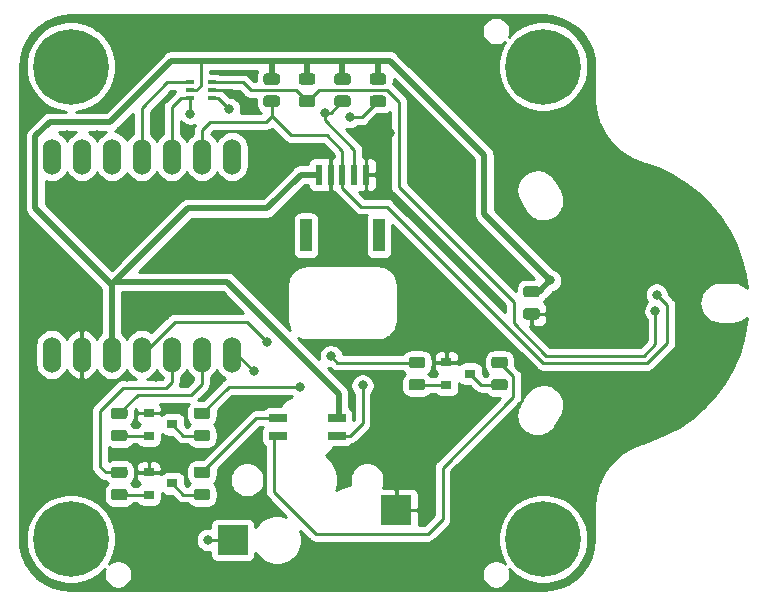
<source format=gbl>
%TF.GenerationSoftware,KiCad,Pcbnew,(5.1.6)-1*%
%TF.CreationDate,2022-01-16T22:15:19-05:00*%
%TF.ProjectId,base,62617365-2e6b-4696-9361-645f70636258,rev?*%
%TF.SameCoordinates,Original*%
%TF.FileFunction,Copper,L2,Bot*%
%TF.FilePolarity,Positive*%
%FSLAX46Y46*%
G04 Gerber Fmt 4.6, Leading zero omitted, Abs format (unit mm)*
G04 Created by KiCad (PCBNEW (5.1.6)-1) date 2022-01-16 22:15:19*
%MOMM*%
%LPD*%
G01*
G04 APERTURE LIST*
%TA.AperFunction,SMDPad,CuDef*%
%ADD10O,1.524000X3.048000*%
%TD*%
%TA.AperFunction,SMDPad,CuDef*%
%ADD11R,1.500000X0.700000*%
%TD*%
%TA.AperFunction,SMDPad,CuDef*%
%ADD12R,2.550000X2.500000*%
%TD*%
%TA.AperFunction,SMDPad,CuDef*%
%ADD13R,0.900000X0.800000*%
%TD*%
%TA.AperFunction,SMDPad,CuDef*%
%ADD14R,0.990600X2.794000*%
%TD*%
%TA.AperFunction,SMDPad,CuDef*%
%ADD15R,0.609600X1.701800*%
%TD*%
%TA.AperFunction,ComponentPad*%
%ADD16C,0.800000*%
%TD*%
%TA.AperFunction,ComponentPad*%
%ADD17C,6.400000*%
%TD*%
%TA.AperFunction,SMDPad,CuDef*%
%ADD18R,0.650000X0.400000*%
%TD*%
%TA.AperFunction,ViaPad*%
%ADD19C,0.800000*%
%TD*%
%TA.AperFunction,Conductor*%
%ADD20C,0.500000*%
%TD*%
%TA.AperFunction,Conductor*%
%ADD21C,0.254000*%
%TD*%
%TA.AperFunction,Conductor*%
%ADD22C,0.250000*%
%TD*%
G04 APERTURE END LIST*
D10*
%TO.P,U1,1*%
%TO.N,Net-(U1-Pad1)*%
X120423180Y-83618000D03*
%TO.P,U1,2*%
%TO.N,Net-(U1-Pad2)*%
X122963180Y-83618000D03*
%TO.P,U1,3*%
%TO.N,Net-(U1-Pad3)*%
X125503180Y-83618000D03*
%TO.P,U1,4*%
%TO.N,SEL*%
X128000000Y-83618000D03*
%TO.P,U1,5*%
%TO.N,SDA*%
X130540000Y-83618000D03*
%TO.P,U1,6*%
%TO.N,SCL*%
X133123180Y-83618000D03*
%TO.P,U1,7*%
%TO.N,Net-(U1-Pad7)*%
X135663180Y-83618000D03*
%TO.P,U1,8*%
%TO.N,EN_SW*%
X135620000Y-100382000D03*
%TO.P,U1,9*%
%TO.N,B_CONT*%
X133080000Y-100382000D03*
%TO.P,U1,10*%
%TO.N,R_CONT*%
X130540000Y-100382000D03*
%TO.P,U1,11*%
%TO.N,G_CONT*%
X128000000Y-100382000D03*
%TO.P,U1,12*%
%TO.N,+3V3*%
X125460000Y-100382000D03*
%TO.P,U1,13*%
%TO.N,GND*%
X122920000Y-100382000D03*
%TO.P,U1,14*%
%TO.N,Net-(U1-Pad14)*%
X120380000Y-100382000D03*
%TD*%
D11*
%TO.P,SW2,LED2*%
%TO.N,Net-(R6-Pad1)*%
X139500000Y-107250000D03*
%TO.P,SW2,LED3*%
%TO.N,Net-(R5-Pad1)*%
X139500000Y-105750000D03*
%TO.P,SW2,LED4*%
%TO.N,+3V3*%
X144500000Y-105750000D03*
%TO.P,SW2,LED1*%
%TO.N,Net-(R7-Pad1)*%
X144500000Y-107250000D03*
D12*
%TO.P,SW2,1*%
%TO.N,EN_SW*%
X135710000Y-116080000D03*
%TO.P,SW2,2*%
%TO.N,GND*%
X149560000Y-113540000D03*
%TD*%
%TO.P,R10,2*%
%TO.N,B_CONT*%
%TA.AperFunction,SMDPad,CuDef*%
G36*
G01*
X126556250Y-105850000D02*
X125643750Y-105850000D01*
G75*
G02*
X125400000Y-105606250I0J243750D01*
G01*
X125400000Y-105118750D01*
G75*
G02*
X125643750Y-104875000I243750J0D01*
G01*
X126556250Y-104875000D01*
G75*
G02*
X126800000Y-105118750I0J-243750D01*
G01*
X126800000Y-105606250D01*
G75*
G02*
X126556250Y-105850000I-243750J0D01*
G01*
G37*
%TD.AperFunction*%
%TO.P,R10,1*%
%TO.N,Net-(Q3-Pad1)*%
%TA.AperFunction,SMDPad,CuDef*%
G36*
G01*
X126556250Y-107725000D02*
X125643750Y-107725000D01*
G75*
G02*
X125400000Y-107481250I0J243750D01*
G01*
X125400000Y-106993750D01*
G75*
G02*
X125643750Y-106750000I243750J0D01*
G01*
X126556250Y-106750000D01*
G75*
G02*
X126800000Y-106993750I0J-243750D01*
G01*
X126800000Y-107481250D01*
G75*
G02*
X126556250Y-107725000I-243750J0D01*
G01*
G37*
%TD.AperFunction*%
%TD*%
%TO.P,R9,2*%
%TO.N,R_CONT*%
%TA.AperFunction,SMDPad,CuDef*%
G36*
G01*
X126556250Y-110850000D02*
X125643750Y-110850000D01*
G75*
G02*
X125400000Y-110606250I0J243750D01*
G01*
X125400000Y-110118750D01*
G75*
G02*
X125643750Y-109875000I243750J0D01*
G01*
X126556250Y-109875000D01*
G75*
G02*
X126800000Y-110118750I0J-243750D01*
G01*
X126800000Y-110606250D01*
G75*
G02*
X126556250Y-110850000I-243750J0D01*
G01*
G37*
%TD.AperFunction*%
%TO.P,R9,1*%
%TO.N,Net-(Q2-Pad1)*%
%TA.AperFunction,SMDPad,CuDef*%
G36*
G01*
X126556250Y-112725000D02*
X125643750Y-112725000D01*
G75*
G02*
X125400000Y-112481250I0J243750D01*
G01*
X125400000Y-111993750D01*
G75*
G02*
X125643750Y-111750000I243750J0D01*
G01*
X126556250Y-111750000D01*
G75*
G02*
X126800000Y-111993750I0J-243750D01*
G01*
X126800000Y-112481250D01*
G75*
G02*
X126556250Y-112725000I-243750J0D01*
G01*
G37*
%TD.AperFunction*%
%TD*%
%TO.P,R8,2*%
%TO.N,G_CONT*%
%TA.AperFunction,SMDPad,CuDef*%
G36*
G01*
X151756250Y-101550000D02*
X150843750Y-101550000D01*
G75*
G02*
X150600000Y-101306250I0J243750D01*
G01*
X150600000Y-100818750D01*
G75*
G02*
X150843750Y-100575000I243750J0D01*
G01*
X151756250Y-100575000D01*
G75*
G02*
X152000000Y-100818750I0J-243750D01*
G01*
X152000000Y-101306250D01*
G75*
G02*
X151756250Y-101550000I-243750J0D01*
G01*
G37*
%TD.AperFunction*%
%TO.P,R8,1*%
%TO.N,Net-(Q1-Pad1)*%
%TA.AperFunction,SMDPad,CuDef*%
G36*
G01*
X151756250Y-103425000D02*
X150843750Y-103425000D01*
G75*
G02*
X150600000Y-103181250I0J243750D01*
G01*
X150600000Y-102693750D01*
G75*
G02*
X150843750Y-102450000I243750J0D01*
G01*
X151756250Y-102450000D01*
G75*
G02*
X152000000Y-102693750I0J-243750D01*
G01*
X152000000Y-103181250D01*
G75*
G02*
X151756250Y-103425000I-243750J0D01*
G01*
G37*
%TD.AperFunction*%
%TD*%
D13*
%TO.P,Q3,3*%
%TO.N,BLED*%
X130600000Y-106300000D03*
%TO.P,Q3,2*%
%TO.N,GND*%
X128600000Y-105350000D03*
%TO.P,Q3,1*%
%TO.N,Net-(Q3-Pad1)*%
X128600000Y-107250000D03*
%TD*%
%TO.P,Q2,3*%
%TO.N,RLED*%
X130600000Y-111300000D03*
%TO.P,Q2,2*%
%TO.N,GND*%
X128600000Y-110350000D03*
%TO.P,Q2,1*%
%TO.N,Net-(Q2-Pad1)*%
X128600000Y-112250000D03*
%TD*%
%TO.P,Q1,3*%
%TO.N,GLED*%
X155800000Y-102000000D03*
%TO.P,Q1,2*%
%TO.N,GND*%
X153800000Y-101050000D03*
%TO.P,Q1,1*%
%TO.N,Net-(Q1-Pad1)*%
X153800000Y-102950000D03*
%TD*%
%TO.P,R7,2*%
%TO.N,BLED*%
%TA.AperFunction,SMDPad,CuDef*%
G36*
G01*
X132643750Y-106750000D02*
X133556250Y-106750000D01*
G75*
G02*
X133800000Y-106993750I0J-243750D01*
G01*
X133800000Y-107481250D01*
G75*
G02*
X133556250Y-107725000I-243750J0D01*
G01*
X132643750Y-107725000D01*
G75*
G02*
X132400000Y-107481250I0J243750D01*
G01*
X132400000Y-106993750D01*
G75*
G02*
X132643750Y-106750000I243750J0D01*
G01*
G37*
%TD.AperFunction*%
%TO.P,R7,1*%
%TO.N,Net-(R7-Pad1)*%
%TA.AperFunction,SMDPad,CuDef*%
G36*
G01*
X132643750Y-104875000D02*
X133556250Y-104875000D01*
G75*
G02*
X133800000Y-105118750I0J-243750D01*
G01*
X133800000Y-105606250D01*
G75*
G02*
X133556250Y-105850000I-243750J0D01*
G01*
X132643750Y-105850000D01*
G75*
G02*
X132400000Y-105606250I0J243750D01*
G01*
X132400000Y-105118750D01*
G75*
G02*
X132643750Y-104875000I243750J0D01*
G01*
G37*
%TD.AperFunction*%
%TD*%
%TO.P,R6,2*%
%TO.N,GLED*%
%TA.AperFunction,SMDPad,CuDef*%
G36*
G01*
X157843750Y-102450000D02*
X158756250Y-102450000D01*
G75*
G02*
X159000000Y-102693750I0J-243750D01*
G01*
X159000000Y-103181250D01*
G75*
G02*
X158756250Y-103425000I-243750J0D01*
G01*
X157843750Y-103425000D01*
G75*
G02*
X157600000Y-103181250I0J243750D01*
G01*
X157600000Y-102693750D01*
G75*
G02*
X157843750Y-102450000I243750J0D01*
G01*
G37*
%TD.AperFunction*%
%TO.P,R6,1*%
%TO.N,Net-(R6-Pad1)*%
%TA.AperFunction,SMDPad,CuDef*%
G36*
G01*
X157843750Y-100575000D02*
X158756250Y-100575000D01*
G75*
G02*
X159000000Y-100818750I0J-243750D01*
G01*
X159000000Y-101306250D01*
G75*
G02*
X158756250Y-101550000I-243750J0D01*
G01*
X157843750Y-101550000D01*
G75*
G02*
X157600000Y-101306250I0J243750D01*
G01*
X157600000Y-100818750D01*
G75*
G02*
X157843750Y-100575000I243750J0D01*
G01*
G37*
%TD.AperFunction*%
%TD*%
%TO.P,R5,2*%
%TO.N,RLED*%
%TA.AperFunction,SMDPad,CuDef*%
G36*
G01*
X132643750Y-111750000D02*
X133556250Y-111750000D01*
G75*
G02*
X133800000Y-111993750I0J-243750D01*
G01*
X133800000Y-112481250D01*
G75*
G02*
X133556250Y-112725000I-243750J0D01*
G01*
X132643750Y-112725000D01*
G75*
G02*
X132400000Y-112481250I0J243750D01*
G01*
X132400000Y-111993750D01*
G75*
G02*
X132643750Y-111750000I243750J0D01*
G01*
G37*
%TD.AperFunction*%
%TO.P,R5,1*%
%TO.N,Net-(R5-Pad1)*%
%TA.AperFunction,SMDPad,CuDef*%
G36*
G01*
X132643750Y-109875000D02*
X133556250Y-109875000D01*
G75*
G02*
X133800000Y-110118750I0J-243750D01*
G01*
X133800000Y-110606250D01*
G75*
G02*
X133556250Y-110850000I-243750J0D01*
G01*
X132643750Y-110850000D01*
G75*
G02*
X132400000Y-110606250I0J243750D01*
G01*
X132400000Y-110118750D01*
G75*
G02*
X132643750Y-109875000I243750J0D01*
G01*
G37*
%TD.AperFunction*%
%TD*%
D14*
%TO.P,J1,7*%
%TO.N,N/C*%
X141900001Y-90296399D03*
%TO.P,J1,6*%
X148099999Y-90296399D03*
D15*
%TO.P,J1,5*%
%TO.N,+3V3*%
X142999999Y-85146399D03*
%TO.P,J1,4*%
%TO.N,GND*%
X143999999Y-85146399D03*
%TO.P,J1,3*%
%TO.N,SCL*%
X145000000Y-85146399D03*
%TO.P,J1,2*%
%TO.N,SDA2*%
X146000001Y-85146399D03*
%TO.P,J1,1*%
%TO.N,GND*%
X147000001Y-85146399D03*
%TD*%
D16*
%TO.P,H4,1*%
%TO.N,N/C*%
X163697056Y-74302944D03*
X162000000Y-73600000D03*
X160302944Y-74302944D03*
X159600000Y-76000000D03*
X160302944Y-77697056D03*
X162000000Y-78400000D03*
X163697056Y-77697056D03*
X164400000Y-76000000D03*
D17*
X162000000Y-76000000D03*
%TD*%
D16*
%TO.P,H3,1*%
%TO.N,N/C*%
X163697056Y-114302944D03*
X162000000Y-113600000D03*
X160302944Y-114302944D03*
X159600000Y-116000000D03*
X160302944Y-117697056D03*
X162000000Y-118400000D03*
X163697056Y-117697056D03*
X164400000Y-116000000D03*
D17*
X162000000Y-116000000D03*
%TD*%
D16*
%TO.P,H2,1*%
%TO.N,N/C*%
X123697056Y-114302944D03*
X122000000Y-113600000D03*
X120302944Y-114302944D03*
X119600000Y-116000000D03*
X120302944Y-117697056D03*
X122000000Y-118400000D03*
X123697056Y-117697056D03*
X124400000Y-116000000D03*
D17*
X122000000Y-116000000D03*
%TD*%
D16*
%TO.P,H1,1*%
%TO.N,N/C*%
X123697056Y-74302944D03*
X122000000Y-73600000D03*
X120302944Y-74302944D03*
X119600000Y-76000000D03*
X120302944Y-77697056D03*
X122000000Y-78400000D03*
X123697056Y-77697056D03*
X124400000Y-76000000D03*
D17*
X122000000Y-76000000D03*
%TD*%
%TO.P,C1,1*%
%TO.N,+3V3*%
%TA.AperFunction,SMDPad,CuDef*%
G36*
G01*
X160543750Y-94575000D02*
X161456250Y-94575000D01*
G75*
G02*
X161700000Y-94818750I0J-243750D01*
G01*
X161700000Y-95306250D01*
G75*
G02*
X161456250Y-95550000I-243750J0D01*
G01*
X160543750Y-95550000D01*
G75*
G02*
X160300000Y-95306250I0J243750D01*
G01*
X160300000Y-94818750D01*
G75*
G02*
X160543750Y-94575000I243750J0D01*
G01*
G37*
%TD.AperFunction*%
%TO.P,C1,2*%
%TO.N,GND*%
%TA.AperFunction,SMDPad,CuDef*%
G36*
G01*
X160543750Y-96450000D02*
X161456250Y-96450000D01*
G75*
G02*
X161700000Y-96693750I0J-243750D01*
G01*
X161700000Y-97181250D01*
G75*
G02*
X161456250Y-97425000I-243750J0D01*
G01*
X160543750Y-97425000D01*
G75*
G02*
X160300000Y-97181250I0J243750D01*
G01*
X160300000Y-96693750D01*
G75*
G02*
X160543750Y-96450000I243750J0D01*
G01*
G37*
%TD.AperFunction*%
%TD*%
%TO.P,R1,2*%
%TO.N,SCL*%
%TA.AperFunction,SMDPad,CuDef*%
G36*
G01*
X138543750Y-78450000D02*
X139456250Y-78450000D01*
G75*
G02*
X139700000Y-78693750I0J-243750D01*
G01*
X139700000Y-79181250D01*
G75*
G02*
X139456250Y-79425000I-243750J0D01*
G01*
X138543750Y-79425000D01*
G75*
G02*
X138300000Y-79181250I0J243750D01*
G01*
X138300000Y-78693750D01*
G75*
G02*
X138543750Y-78450000I243750J0D01*
G01*
G37*
%TD.AperFunction*%
%TO.P,R1,1*%
%TO.N,+3V3*%
%TA.AperFunction,SMDPad,CuDef*%
G36*
G01*
X138543750Y-76575000D02*
X139456250Y-76575000D01*
G75*
G02*
X139700000Y-76818750I0J-243750D01*
G01*
X139700000Y-77306250D01*
G75*
G02*
X139456250Y-77550000I-243750J0D01*
G01*
X138543750Y-77550000D01*
G75*
G02*
X138300000Y-77306250I0J243750D01*
G01*
X138300000Y-76818750D01*
G75*
G02*
X138543750Y-76575000I243750J0D01*
G01*
G37*
%TD.AperFunction*%
%TD*%
%TO.P,R2,1*%
%TO.N,+3V3*%
%TA.AperFunction,SMDPad,CuDef*%
G36*
G01*
X141543750Y-76575000D02*
X142456250Y-76575000D01*
G75*
G02*
X142700000Y-76818750I0J-243750D01*
G01*
X142700000Y-77306250D01*
G75*
G02*
X142456250Y-77550000I-243750J0D01*
G01*
X141543750Y-77550000D01*
G75*
G02*
X141300000Y-77306250I0J243750D01*
G01*
X141300000Y-76818750D01*
G75*
G02*
X141543750Y-76575000I243750J0D01*
G01*
G37*
%TD.AperFunction*%
%TO.P,R2,2*%
%TO.N,SDA1*%
%TA.AperFunction,SMDPad,CuDef*%
G36*
G01*
X141543750Y-78450000D02*
X142456250Y-78450000D01*
G75*
G02*
X142700000Y-78693750I0J-243750D01*
G01*
X142700000Y-79181250D01*
G75*
G02*
X142456250Y-79425000I-243750J0D01*
G01*
X141543750Y-79425000D01*
G75*
G02*
X141300000Y-79181250I0J243750D01*
G01*
X141300000Y-78693750D01*
G75*
G02*
X141543750Y-78450000I243750J0D01*
G01*
G37*
%TD.AperFunction*%
%TD*%
%TO.P,R3,2*%
%TO.N,SDA2*%
%TA.AperFunction,SMDPad,CuDef*%
G36*
G01*
X144543750Y-78450000D02*
X145456250Y-78450000D01*
G75*
G02*
X145700000Y-78693750I0J-243750D01*
G01*
X145700000Y-79181250D01*
G75*
G02*
X145456250Y-79425000I-243750J0D01*
G01*
X144543750Y-79425000D01*
G75*
G02*
X144300000Y-79181250I0J243750D01*
G01*
X144300000Y-78693750D01*
G75*
G02*
X144543750Y-78450000I243750J0D01*
G01*
G37*
%TD.AperFunction*%
%TO.P,R3,1*%
%TO.N,+3V3*%
%TA.AperFunction,SMDPad,CuDef*%
G36*
G01*
X144543750Y-76575000D02*
X145456250Y-76575000D01*
G75*
G02*
X145700000Y-76818750I0J-243750D01*
G01*
X145700000Y-77306250D01*
G75*
G02*
X145456250Y-77550000I-243750J0D01*
G01*
X144543750Y-77550000D01*
G75*
G02*
X144300000Y-77306250I0J243750D01*
G01*
X144300000Y-76818750D01*
G75*
G02*
X144543750Y-76575000I243750J0D01*
G01*
G37*
%TD.AperFunction*%
%TD*%
%TO.P,R4,1*%
%TO.N,+3V3*%
%TA.AperFunction,SMDPad,CuDef*%
G36*
G01*
X147543750Y-76575000D02*
X148456250Y-76575000D01*
G75*
G02*
X148700000Y-76818750I0J-243750D01*
G01*
X148700000Y-77306250D01*
G75*
G02*
X148456250Y-77550000I-243750J0D01*
G01*
X147543750Y-77550000D01*
G75*
G02*
X147300000Y-77306250I0J243750D01*
G01*
X147300000Y-76818750D01*
G75*
G02*
X147543750Y-76575000I243750J0D01*
G01*
G37*
%TD.AperFunction*%
%TO.P,R4,2*%
%TO.N,SDA*%
%TA.AperFunction,SMDPad,CuDef*%
G36*
G01*
X147543750Y-78450000D02*
X148456250Y-78450000D01*
G75*
G02*
X148700000Y-78693750I0J-243750D01*
G01*
X148700000Y-79181250D01*
G75*
G02*
X148456250Y-79425000I-243750J0D01*
G01*
X147543750Y-79425000D01*
G75*
G02*
X147300000Y-79181250I0J243750D01*
G01*
X147300000Y-78693750D01*
G75*
G02*
X147543750Y-78450000I243750J0D01*
G01*
G37*
%TD.AperFunction*%
%TD*%
D18*
%TO.P,U2,1*%
%TO.N,SDA1*%
X133950000Y-77350000D03*
%TO.P,U2,3*%
%TO.N,SDA2*%
X133950000Y-78650000D03*
%TO.P,U2,5*%
%TO.N,+3V3*%
X132050000Y-78000000D03*
%TO.P,U2,2*%
%TO.N,GND*%
X133950000Y-78000000D03*
%TO.P,U2,4*%
%TO.N,SDA*%
X132050000Y-78650000D03*
%TO.P,U2,6*%
%TO.N,SEL*%
X132050000Y-77350000D03*
%TD*%
D19*
%TO.N,+3V3*%
X162594970Y-94095000D03*
%TO.N,GND*%
X122250000Y-103600000D03*
X122150000Y-97050000D03*
X123750000Y-103600000D03*
X123650000Y-97050000D03*
X165500000Y-92500000D03*
X124250000Y-81800000D03*
X121700000Y-81800000D03*
X170000000Y-92500000D03*
X168500000Y-92500000D03*
X167000000Y-92500000D03*
X164000000Y-92500000D03*
X164000000Y-99500000D03*
X165500000Y-99500000D03*
X167000000Y-99500000D03*
X168500000Y-99500000D03*
X170000000Y-99500000D03*
X126750000Y-81800000D03*
X131850000Y-81800000D03*
X134400000Y-81800000D03*
X136900000Y-79300000D03*
X137000000Y-104600000D03*
X151750000Y-107700000D03*
X149050000Y-81600000D03*
X152150000Y-84250000D03*
X129300000Y-96250000D03*
X131800000Y-102250000D03*
X126750000Y-102250000D03*
X129250000Y-102250000D03*
X131050000Y-104900000D03*
X134350000Y-102200000D03*
X162100000Y-98750000D03*
X129275000Y-81800000D03*
X137375000Y-76675000D03*
%TO.N,SDA2*%
X135400000Y-79600000D03*
X143499998Y-79899998D03*
%TO.N,SCL*%
X171600000Y-95300000D03*
%TO.N,SDA1*%
X171500000Y-96700000D03*
%TO.N,SDA*%
X145600000Y-80300000D03*
X132125000Y-80000000D03*
%TO.N,EN_SW*%
X137500000Y-101800000D03*
X133600000Y-116075000D03*
%TO.N,Net-(R7-Pad1)*%
X141400000Y-103100000D03*
X146700000Y-103000000D03*
%TO.N,G_CONT*%
X138600000Y-99325000D03*
X144025000Y-100525000D03*
%TD*%
D20*
%TO.N,+3V3*%
X145000000Y-77062500D02*
X145000000Y-75500000D01*
X145000000Y-75500000D02*
X146437500Y-75500000D01*
X142000000Y-77062500D02*
X142000000Y-75500000D01*
X142000000Y-75500000D02*
X145000000Y-75500000D01*
X139000000Y-77062500D02*
X139000000Y-75500000D01*
X139000000Y-75500000D02*
X142000000Y-75500000D01*
X157000000Y-88500030D02*
X162594970Y-94095000D01*
X157000000Y-83500000D02*
X157000000Y-88500030D01*
X149000000Y-75500000D02*
X157000000Y-83500000D01*
X161627470Y-95062500D02*
X161000000Y-95062500D01*
X162594970Y-94095000D02*
X161627470Y-95062500D01*
D21*
X132050000Y-78000000D02*
X132629000Y-78000000D01*
X133000000Y-77629000D02*
X133000000Y-75500000D01*
X132629000Y-78000000D02*
X133000000Y-77629000D01*
D20*
X133000000Y-75500000D02*
X139000000Y-75500000D01*
X148000000Y-77062500D02*
X148000000Y-75500000D01*
X146437500Y-75500000D02*
X148000000Y-75500000D01*
X148000000Y-75500000D02*
X149000000Y-75500000D01*
X138600000Y-88000000D02*
X141453601Y-85146399D01*
X125460000Y-100382000D02*
X125460000Y-94440000D01*
X141453601Y-85146399D02*
X142999999Y-85146399D01*
X131900000Y-88000000D02*
X138600000Y-88000000D01*
X125650000Y-94250000D02*
X131900000Y-88000000D01*
X125460000Y-94440000D02*
X125650000Y-94250000D01*
X125650000Y-94250000D02*
X135250000Y-94250000D01*
X144700001Y-103700001D02*
X144700001Y-105750000D01*
X135250000Y-94250000D02*
X144700001Y-103700001D01*
X130500000Y-75500000D02*
X133000000Y-75500000D01*
X125300000Y-80700000D02*
X130500000Y-75500000D01*
X125460000Y-94460000D02*
X119000000Y-88000000D01*
X125460000Y-100382000D02*
X125460000Y-94460000D01*
X119000000Y-81900000D02*
X120200000Y-80700000D01*
X119000000Y-88000000D02*
X119000000Y-81900000D01*
X120200000Y-80700000D02*
X125300000Y-80700000D01*
D21*
%TO.N,GND*%
X135600000Y-78000000D02*
X136900000Y-79300000D01*
X133950000Y-78000000D02*
X135600000Y-78000000D01*
%TO.N,SDA2*%
X133950000Y-78650000D02*
X134450000Y-78650000D01*
X134450000Y-78650000D02*
X135400000Y-79600000D01*
X145000000Y-78937500D02*
X144037502Y-79899998D01*
X144037502Y-79899998D02*
X143499998Y-79899998D01*
D22*
X146000001Y-85146399D02*
X146000001Y-83050001D01*
X143499998Y-80549998D02*
X143499998Y-79899998D01*
X146000001Y-83050001D02*
X143499998Y-80549998D01*
D21*
%TO.N,SCL*%
X139000000Y-78937500D02*
X139000000Y-80200000D01*
X145000000Y-86251299D02*
X145000000Y-85146399D01*
X146598701Y-87850000D02*
X145000000Y-86251299D01*
X148750000Y-87850000D02*
X146598701Y-87850000D01*
X172500000Y-96200000D02*
X172500000Y-99400000D01*
X171600000Y-95300000D02*
X172500000Y-96200000D01*
X170800000Y-101100000D02*
X162000000Y-101100000D01*
X172500000Y-99400000D02*
X170800000Y-101100000D01*
X162000000Y-101100000D02*
X148750000Y-87850000D01*
X133123180Y-81376820D02*
X133123180Y-83618000D01*
X133800000Y-80700000D02*
X133123180Y-81376820D01*
X139000000Y-80200000D02*
X138500000Y-80700000D01*
X138500000Y-80700000D02*
X133800000Y-80700000D01*
X145000000Y-83150000D02*
X145000000Y-85146399D01*
X143650000Y-81800000D02*
X145000000Y-83150000D01*
X139000000Y-80200000D02*
X140600000Y-81800000D01*
X140600000Y-81800000D02*
X143650000Y-81800000D01*
%TO.N,SDA1*%
X137215161Y-78000000D02*
X141062500Y-78000000D01*
X133950000Y-77350000D02*
X136565161Y-77350000D01*
X141062500Y-78000000D02*
X142000000Y-78937500D01*
X136565161Y-77350000D02*
X137215161Y-78000000D01*
X162250000Y-100500000D02*
X159500000Y-97750000D01*
X159500000Y-97750000D02*
X159500000Y-95902096D01*
X171500000Y-96700000D02*
X171500000Y-99500000D01*
X170500000Y-100500000D02*
X162250000Y-100500000D01*
X171500000Y-99500000D02*
X170500000Y-100500000D01*
D22*
X149775001Y-86177097D02*
X159500000Y-95902096D01*
X142087500Y-78937500D02*
X143025000Y-78000000D01*
X142000000Y-78937500D02*
X142087500Y-78937500D01*
X148800000Y-78000000D02*
X149775001Y-78975001D01*
X143025000Y-78000000D02*
X148800000Y-78000000D01*
X149775001Y-78975001D02*
X149775001Y-86177097D01*
D21*
%TO.N,SDA*%
X131350000Y-78650000D02*
X132050000Y-78650000D01*
X130540000Y-83618000D02*
X130540000Y-79460000D01*
X130540000Y-79460000D02*
X131350000Y-78650000D01*
X146637500Y-80300000D02*
X145600000Y-80300000D01*
X148000000Y-78937500D02*
X146637500Y-80300000D01*
X132050000Y-79925000D02*
X132125000Y-80000000D01*
X132050000Y-78650000D02*
X132050000Y-79925000D01*
%TO.N,SEL*%
X128000000Y-79500000D02*
X128000000Y-83618000D01*
X132050000Y-77350000D02*
X130150000Y-77350000D01*
X130150000Y-77350000D02*
X128000000Y-79500000D01*
D22*
%TO.N,EN_SW*%
X135620000Y-100382000D02*
X136082000Y-100382000D01*
X136082000Y-100382000D02*
X137500000Y-101800000D01*
X133605000Y-116080000D02*
X133600000Y-116075000D01*
X135710000Y-116080000D02*
X133605000Y-116080000D01*
D21*
%TO.N,RLED*%
X131537500Y-112237500D02*
X130600000Y-111300000D01*
X133100000Y-112237500D02*
X131537500Y-112237500D01*
%TO.N,BLED*%
X131537500Y-107237500D02*
X130600000Y-106300000D01*
X133100000Y-107237500D02*
X131537500Y-107237500D01*
%TO.N,GLED*%
X156737500Y-102937500D02*
X155800000Y-102000000D01*
X158300000Y-102937500D02*
X156737500Y-102937500D01*
D22*
%TO.N,Net-(R5-Pad1)*%
X137712500Y-105750000D02*
X139250000Y-105750000D01*
X133100000Y-110362500D02*
X137712500Y-105750000D01*
D21*
%TO.N,Net-(R6-Pad1)*%
X158300000Y-101000000D02*
X158300000Y-101062500D01*
D22*
X139200000Y-112000000D02*
X139200000Y-107250000D01*
X142775000Y-115575000D02*
X139200000Y-112000000D01*
X159475000Y-102237500D02*
X159475000Y-103950000D01*
X153475000Y-114300000D02*
X152200000Y-115575000D01*
X158300000Y-101062500D02*
X159475000Y-102237500D01*
X152200000Y-115575000D02*
X142775000Y-115575000D01*
X159475000Y-103950000D02*
X153475000Y-109950000D01*
X153475000Y-109950000D02*
X153475000Y-114300000D01*
%TO.N,Net-(R7-Pad1)*%
X133100000Y-105362500D02*
X135362500Y-103100000D01*
X135362500Y-103100000D02*
X141400000Y-103100000D01*
X146700000Y-103000000D02*
X146700000Y-106200000D01*
X145650000Y-107250000D02*
X144575001Y-107250000D01*
X146700000Y-106200000D02*
X145650000Y-107250000D01*
D21*
%TO.N,Net-(Q1-Pad1)*%
X151312500Y-102950000D02*
X151300000Y-102937500D01*
X153800000Y-102950000D02*
X151312500Y-102950000D01*
%TO.N,Net-(Q2-Pad1)*%
X128587500Y-112237500D02*
X128600000Y-112250000D01*
X126100000Y-112237500D02*
X128587500Y-112237500D01*
%TO.N,Net-(Q3-Pad1)*%
X128587500Y-107237500D02*
X128600000Y-107250000D01*
X126100000Y-107237500D02*
X128587500Y-107237500D01*
D22*
%TO.N,G_CONT*%
X136875000Y-97600000D02*
X138600000Y-99325000D01*
X130782000Y-97600000D02*
X136875000Y-97600000D01*
X128000000Y-100382000D02*
X130782000Y-97600000D01*
X144562500Y-101062500D02*
X144025000Y-100525000D01*
X151300000Y-101062500D02*
X144562500Y-101062500D01*
D21*
%TO.N,R_CONT*%
X124937500Y-110362500D02*
X126100000Y-110362500D01*
D22*
X124475001Y-109900001D02*
X124937500Y-110362500D01*
X130540000Y-102710000D02*
X130050000Y-103200000D01*
X124475001Y-105124999D02*
X124475001Y-109900001D01*
X130050000Y-103200000D02*
X126400000Y-103200000D01*
X130540000Y-100382000D02*
X130540000Y-102710000D01*
X126400000Y-103200000D02*
X124475001Y-105124999D01*
%TO.N,B_CONT*%
X132150000Y-103800000D02*
X133080000Y-102870000D01*
X133080000Y-102870000D02*
X133080000Y-100382000D01*
X126100000Y-105362500D02*
X127662500Y-103800000D01*
X127662500Y-103800000D02*
X132150000Y-103800000D01*
%TD*%
D21*
%TO.N,GND*%
G36*
X162765064Y-71747971D02*
G01*
X163505939Y-71950652D01*
X164199215Y-72281327D01*
X164822980Y-72729548D01*
X165357509Y-73281138D01*
X165785917Y-73918679D01*
X166094654Y-74622001D01*
X166275213Y-75374082D01*
X166323001Y-76024839D01*
X166323000Y-78741635D01*
X166323718Y-78748921D01*
X166327812Y-78938677D01*
X166328339Y-78943428D01*
X166333558Y-79013287D01*
X166450702Y-79894478D01*
X166455375Y-79915259D01*
X166457628Y-79936441D01*
X166477107Y-80011909D01*
X166748444Y-80858427D01*
X166756723Y-80878054D01*
X166762692Y-80898501D01*
X166795226Y-80969327D01*
X167212181Y-81754418D01*
X167223805Y-81772268D01*
X167233300Y-81791335D01*
X167277863Y-81855280D01*
X167827256Y-82554127D01*
X167841861Y-82569640D01*
X167854579Y-82586720D01*
X167909761Y-82641764D01*
X168574228Y-83232277D01*
X168591343Y-83244954D01*
X168606889Y-83259516D01*
X168670947Y-83303918D01*
X169429481Y-83767432D01*
X169448575Y-83776880D01*
X169466451Y-83788457D01*
X169537359Y-83820813D01*
X170365987Y-84142676D01*
X170369678Y-84143743D01*
X170387602Y-84150652D01*
X171701033Y-84610033D01*
X172922515Y-85194682D01*
X174072455Y-85909835D01*
X175136988Y-86746866D01*
X176103234Y-87695651D01*
X176959530Y-88744738D01*
X177695533Y-89881452D01*
X178302360Y-91092076D01*
X178772671Y-92361967D01*
X179100792Y-93675803D01*
X179244539Y-94735860D01*
X179210264Y-94700859D01*
X179202987Y-94694839D01*
X179202984Y-94694836D01*
X179202981Y-94694834D01*
X179036614Y-94559149D01*
X178985465Y-94525166D01*
X178934878Y-94490528D01*
X178926569Y-94486035D01*
X178926562Y-94486030D01*
X178926554Y-94486027D01*
X178737010Y-94385244D01*
X178680286Y-94361864D01*
X178623882Y-94337689D01*
X178614852Y-94334894D01*
X178409333Y-94272844D01*
X178349132Y-94260924D01*
X178289121Y-94248168D01*
X178279723Y-94247180D01*
X178279721Y-94247180D01*
X178066063Y-94226231D01*
X178066058Y-94226231D01*
X178033252Y-94223000D01*
X176966748Y-94223000D01*
X176932856Y-94226338D01*
X176918576Y-94226338D01*
X176909176Y-94227326D01*
X176695831Y-94251257D01*
X176635809Y-94264015D01*
X176575623Y-94275932D01*
X176566601Y-94278726D01*
X176566591Y-94278728D01*
X176566582Y-94278732D01*
X176361961Y-94343641D01*
X176305602Y-94367796D01*
X176248832Y-94391195D01*
X176240522Y-94395689D01*
X176240517Y-94395691D01*
X176240513Y-94395694D01*
X176052389Y-94499115D01*
X176001728Y-94533803D01*
X175950652Y-94567738D01*
X175943376Y-94573757D01*
X175943369Y-94573762D01*
X175943364Y-94573768D01*
X175778913Y-94711758D01*
X175735967Y-94755613D01*
X175692443Y-94798834D01*
X175686468Y-94806159D01*
X175551948Y-94973469D01*
X175518340Y-95024827D01*
X175484036Y-95075685D01*
X175479602Y-95084023D01*
X175479599Y-95084028D01*
X175479598Y-95084031D01*
X175380137Y-95274284D01*
X175357142Y-95331199D01*
X175333375Y-95387738D01*
X175330645Y-95396779D01*
X175330641Y-95396790D01*
X175330639Y-95396801D01*
X175270029Y-95602735D01*
X175258531Y-95663009D01*
X175246193Y-95723116D01*
X175245270Y-95732523D01*
X175225813Y-95946321D01*
X175226241Y-96007712D01*
X175225813Y-96069036D01*
X175226735Y-96078432D01*
X175226735Y-96078446D01*
X175226738Y-96078459D01*
X175249176Y-96291950D01*
X175261506Y-96352017D01*
X175273012Y-96412334D01*
X175275744Y-96421383D01*
X175339228Y-96626464D01*
X175363009Y-96683036D01*
X175385991Y-96739918D01*
X175390428Y-96748262D01*
X175390430Y-96748267D01*
X175390433Y-96748272D01*
X175492537Y-96937109D01*
X175526854Y-96987986D01*
X175560446Y-97039321D01*
X175566418Y-97046644D01*
X175566421Y-97046648D01*
X175566425Y-97046652D01*
X175703263Y-97212062D01*
X175746805Y-97255302D01*
X175789736Y-97299141D01*
X175797013Y-97305161D01*
X175797016Y-97305164D01*
X175797019Y-97305166D01*
X175963386Y-97440851D01*
X176014501Y-97474812D01*
X176065121Y-97509472D01*
X176073431Y-97513965D01*
X176073438Y-97513970D01*
X176073446Y-97513973D01*
X176262990Y-97614756D01*
X176319723Y-97638140D01*
X176376119Y-97662311D01*
X176385144Y-97665105D01*
X176385150Y-97665107D01*
X176590667Y-97727156D01*
X176650842Y-97739071D01*
X176710879Y-97751832D01*
X176720277Y-97752820D01*
X176720279Y-97752820D01*
X176933938Y-97773769D01*
X176933942Y-97773769D01*
X176966748Y-97777000D01*
X178033252Y-97777000D01*
X178067144Y-97773662D01*
X178081424Y-97773662D01*
X178090824Y-97772674D01*
X178304169Y-97748743D01*
X178364191Y-97735985D01*
X178424377Y-97724068D01*
X178433399Y-97721274D01*
X178433409Y-97721272D01*
X178433418Y-97721268D01*
X178638039Y-97656359D01*
X178694426Y-97632192D01*
X178751168Y-97608805D01*
X178759483Y-97604309D01*
X178947611Y-97500885D01*
X178998272Y-97466197D01*
X179049348Y-97432262D01*
X179056624Y-97426243D01*
X179056631Y-97426238D01*
X179056636Y-97426232D01*
X179221087Y-97288242D01*
X179239769Y-97269164D01*
X179201231Y-97720767D01*
X178938718Y-99049273D01*
X178532012Y-100340940D01*
X177986020Y-101580183D01*
X177307337Y-102752028D01*
X176504158Y-103842325D01*
X175586195Y-104837890D01*
X174564517Y-105726723D01*
X173451477Y-106498072D01*
X172260522Y-107142619D01*
X170996557Y-107656438D01*
X170407718Y-107842663D01*
X170203160Y-107906626D01*
X170198732Y-107908457D01*
X170133084Y-107932871D01*
X169319113Y-108290180D01*
X169300449Y-108300441D01*
X169280727Y-108308489D01*
X169213639Y-108348164D01*
X168475805Y-108843967D01*
X168459250Y-108857373D01*
X168441266Y-108868786D01*
X168382265Y-108919715D01*
X167743892Y-109538342D01*
X167729973Y-109554467D01*
X167714295Y-109568884D01*
X167665244Y-109629456D01*
X167146509Y-110351352D01*
X167135663Y-110369692D01*
X167122789Y-110386653D01*
X167085240Y-110454953D01*
X166702540Y-111257300D01*
X166695115Y-111277266D01*
X166685445Y-111296244D01*
X166660585Y-111370114D01*
X166426017Y-112227550D01*
X166422246Y-112248511D01*
X166416088Y-112268906D01*
X166404702Y-112346011D01*
X166325939Y-113228536D01*
X166323001Y-113258364D01*
X166323000Y-115969848D01*
X166252029Y-116765064D01*
X166049349Y-117505938D01*
X165718673Y-118199214D01*
X165270451Y-118822981D01*
X164718862Y-119357509D01*
X164081321Y-119785917D01*
X163378002Y-120094653D01*
X162625918Y-120275213D01*
X161975175Y-120323000D01*
X122030163Y-120323000D01*
X121234936Y-120252028D01*
X120494062Y-120049348D01*
X119800784Y-119718671D01*
X119177023Y-119270453D01*
X118642489Y-118718856D01*
X118214085Y-118081325D01*
X117905348Y-117378000D01*
X117724788Y-116625918D01*
X117677000Y-115975161D01*
X117677000Y-115623073D01*
X118173000Y-115623073D01*
X118173000Y-116376927D01*
X118320070Y-117116295D01*
X118608557Y-117812764D01*
X119027375Y-118439570D01*
X119560430Y-118972625D01*
X120187236Y-119391443D01*
X120883705Y-119679930D01*
X121623073Y-119827000D01*
X122376927Y-119827000D01*
X123116295Y-119679930D01*
X123812764Y-119391443D01*
X124439570Y-118972625D01*
X124899893Y-118512302D01*
X124843230Y-118649098D01*
X124797000Y-118881515D01*
X124797000Y-119118485D01*
X124843230Y-119350902D01*
X124933915Y-119569834D01*
X125065569Y-119766868D01*
X125233132Y-119934431D01*
X125430166Y-120066085D01*
X125649098Y-120156770D01*
X125881515Y-120203000D01*
X126118485Y-120203000D01*
X126350902Y-120156770D01*
X126569834Y-120066085D01*
X126766868Y-119934431D01*
X126934431Y-119766868D01*
X127066085Y-119569834D01*
X127156770Y-119350902D01*
X127203000Y-119118485D01*
X127203000Y-118881515D01*
X156797000Y-118881515D01*
X156797000Y-119118485D01*
X156843230Y-119350902D01*
X156933915Y-119569834D01*
X157065569Y-119766868D01*
X157233132Y-119934431D01*
X157430166Y-120066085D01*
X157649098Y-120156770D01*
X157881515Y-120203000D01*
X158118485Y-120203000D01*
X158350902Y-120156770D01*
X158569834Y-120066085D01*
X158766868Y-119934431D01*
X158934431Y-119766868D01*
X159066085Y-119569834D01*
X159156770Y-119350902D01*
X159203000Y-119118485D01*
X159203000Y-118881515D01*
X159156770Y-118649098D01*
X159100107Y-118512302D01*
X159560430Y-118972625D01*
X160187236Y-119391443D01*
X160883705Y-119679930D01*
X161623073Y-119827000D01*
X162376927Y-119827000D01*
X163116295Y-119679930D01*
X163812764Y-119391443D01*
X164439570Y-118972625D01*
X164972625Y-118439570D01*
X165391443Y-117812764D01*
X165679930Y-117116295D01*
X165827000Y-116376927D01*
X165827000Y-115623073D01*
X165679930Y-114883705D01*
X165391443Y-114187236D01*
X164972625Y-113560430D01*
X164439570Y-113027375D01*
X163812764Y-112608557D01*
X163116295Y-112320070D01*
X162376927Y-112173000D01*
X161623073Y-112173000D01*
X160883705Y-112320070D01*
X160187236Y-112608557D01*
X159560430Y-113027375D01*
X159027375Y-113560430D01*
X158608557Y-114187236D01*
X158320070Y-114883705D01*
X158173000Y-115623073D01*
X158173000Y-116376927D01*
X158320070Y-117116295D01*
X158608557Y-117812764D01*
X158798836Y-118097537D01*
X158766868Y-118065569D01*
X158569834Y-117933915D01*
X158350902Y-117843230D01*
X158118485Y-117797000D01*
X157881515Y-117797000D01*
X157649098Y-117843230D01*
X157430166Y-117933915D01*
X157233132Y-118065569D01*
X157065569Y-118233132D01*
X156933915Y-118430166D01*
X156843230Y-118649098D01*
X156797000Y-118881515D01*
X127203000Y-118881515D01*
X127156770Y-118649098D01*
X127066085Y-118430166D01*
X126934431Y-118233132D01*
X126766868Y-118065569D01*
X126569834Y-117933915D01*
X126350902Y-117843230D01*
X126118485Y-117797000D01*
X125881515Y-117797000D01*
X125649098Y-117843230D01*
X125430166Y-117933915D01*
X125233132Y-118065569D01*
X125201164Y-118097537D01*
X125391443Y-117812764D01*
X125679930Y-117116295D01*
X125827000Y-116376927D01*
X125827000Y-115623073D01*
X125679930Y-114883705D01*
X125391443Y-114187236D01*
X124972625Y-113560430D01*
X124439570Y-113027375D01*
X123812764Y-112608557D01*
X123116295Y-112320070D01*
X122376927Y-112173000D01*
X121623073Y-112173000D01*
X120883705Y-112320070D01*
X120187236Y-112608557D01*
X119560430Y-113027375D01*
X119027375Y-113560430D01*
X118608557Y-114187236D01*
X118320070Y-114883705D01*
X118173000Y-115623073D01*
X117677000Y-115623073D01*
X117677000Y-99551770D01*
X118991000Y-99551770D01*
X118991000Y-101212229D01*
X119011098Y-101416290D01*
X119090523Y-101678118D01*
X119219501Y-101919419D01*
X119393077Y-102130922D01*
X119604580Y-102304499D01*
X119845881Y-102433477D01*
X120107709Y-102512902D01*
X120380000Y-102539720D01*
X120652290Y-102512902D01*
X120914118Y-102433477D01*
X121155419Y-102304499D01*
X121366922Y-102130923D01*
X121540499Y-101919420D01*
X121648193Y-101717939D01*
X121771215Y-101939255D01*
X121948435Y-102148091D01*
X122162992Y-102318341D01*
X122406640Y-102443461D01*
X122670016Y-102518644D01*
X122678774Y-102520016D01*
X122897000Y-102382036D01*
X122897000Y-100405000D01*
X122877000Y-100405000D01*
X122877000Y-100359000D01*
X122897000Y-100359000D01*
X122897000Y-98381964D01*
X122678774Y-98243984D01*
X122670016Y-98245356D01*
X122406640Y-98320539D01*
X122162992Y-98445659D01*
X121948435Y-98615909D01*
X121771215Y-98824745D01*
X121648193Y-99046061D01*
X121540499Y-98844580D01*
X121366923Y-98633077D01*
X121155420Y-98459501D01*
X120914119Y-98330523D01*
X120652291Y-98251098D01*
X120380000Y-98224280D01*
X120107710Y-98251098D01*
X119845882Y-98330523D01*
X119604581Y-98459501D01*
X119393078Y-98633077D01*
X119219502Y-98844580D01*
X119090524Y-99085881D01*
X119011098Y-99347709D01*
X118991000Y-99551770D01*
X117677000Y-99551770D01*
X117677000Y-81900000D01*
X118118757Y-81900000D01*
X118123001Y-81943090D01*
X118123000Y-87956920D01*
X118118757Y-88000000D01*
X118135690Y-88171922D01*
X118179414Y-88316060D01*
X118185838Y-88337236D01*
X118267273Y-88489591D01*
X118376867Y-88623133D01*
X118410332Y-88650597D01*
X124583001Y-94823266D01*
X124583000Y-98542866D01*
X124473078Y-98633077D01*
X124299502Y-98844580D01*
X124191808Y-99046062D01*
X124068785Y-98824745D01*
X123891565Y-98615909D01*
X123677008Y-98445659D01*
X123433360Y-98320539D01*
X123169984Y-98245356D01*
X123161226Y-98243984D01*
X122943000Y-98381964D01*
X122943000Y-100359000D01*
X122963000Y-100359000D01*
X122963000Y-100405000D01*
X122943000Y-100405000D01*
X122943000Y-102382036D01*
X123161226Y-102520016D01*
X123169984Y-102518644D01*
X123433360Y-102443461D01*
X123677008Y-102318341D01*
X123891565Y-102148091D01*
X124068785Y-101939255D01*
X124191808Y-101717939D01*
X124299501Y-101919419D01*
X124473077Y-102130922D01*
X124684580Y-102304499D01*
X124925881Y-102433477D01*
X125187709Y-102512902D01*
X125460000Y-102539720D01*
X125732290Y-102512902D01*
X125994118Y-102433477D01*
X126235419Y-102304499D01*
X126446922Y-102130923D01*
X126620499Y-101919420D01*
X126730000Y-101714557D01*
X126839501Y-101919419D01*
X127013077Y-102130922D01*
X127224580Y-102304499D01*
X127465881Y-102433477D01*
X127513757Y-102448000D01*
X126436935Y-102448000D01*
X126400000Y-102444362D01*
X126363064Y-102448000D01*
X126363062Y-102448000D01*
X126252582Y-102458881D01*
X126110830Y-102501882D01*
X125980190Y-102571710D01*
X125865683Y-102665683D01*
X125842133Y-102694379D01*
X123969380Y-104567132D01*
X123940684Y-104590682D01*
X123897583Y-104643202D01*
X123846711Y-104705189D01*
X123796690Y-104798773D01*
X123776883Y-104835830D01*
X123733882Y-104977582D01*
X123726015Y-105057463D01*
X123719363Y-105124999D01*
X123723001Y-105161935D01*
X123723002Y-109863056D01*
X123719363Y-109900001D01*
X123729949Y-110007480D01*
X123733883Y-110047419D01*
X123741510Y-110072561D01*
X123776883Y-110189170D01*
X123846711Y-110319811D01*
X123917138Y-110405626D01*
X123940685Y-110434318D01*
X123969376Y-110457864D01*
X124365204Y-110853692D01*
X124401762Y-110898238D01*
X124516573Y-110992461D01*
X124647561Y-111062475D01*
X124789690Y-111105590D01*
X124900461Y-111116500D01*
X124920869Y-111116500D01*
X124937499Y-111118138D01*
X124938818Y-111118008D01*
X125025892Y-111224108D01*
X125118367Y-111300000D01*
X125025892Y-111375892D01*
X124917226Y-111508302D01*
X124836480Y-111659368D01*
X124786756Y-111823283D01*
X124769967Y-111993750D01*
X124769967Y-112481250D01*
X124786756Y-112651717D01*
X124836480Y-112815632D01*
X124917226Y-112966698D01*
X125025892Y-113099108D01*
X125158302Y-113207774D01*
X125309368Y-113288520D01*
X125473283Y-113338244D01*
X125643750Y-113355033D01*
X126556250Y-113355033D01*
X126726717Y-113338244D01*
X126890632Y-113288520D01*
X127041698Y-113207774D01*
X127174108Y-113099108D01*
X127262420Y-112991500D01*
X127621589Y-112991500D01*
X127626147Y-113000028D01*
X127704499Y-113095501D01*
X127799972Y-113173853D01*
X127908897Y-113232075D01*
X128027087Y-113267927D01*
X128150000Y-113280033D01*
X129050000Y-113280033D01*
X129172913Y-113267927D01*
X129291103Y-113232075D01*
X129400028Y-113173853D01*
X129495501Y-113095501D01*
X129573853Y-113000028D01*
X129632075Y-112891103D01*
X129667927Y-112772913D01*
X129680033Y-112650000D01*
X129680033Y-112115689D01*
X129704499Y-112145501D01*
X129799972Y-112223853D01*
X129908897Y-112282075D01*
X130027087Y-112317927D01*
X130150000Y-112330033D01*
X130563716Y-112330033D01*
X130978150Y-112744467D01*
X131001762Y-112773238D01*
X131116573Y-112867461D01*
X131247561Y-112937475D01*
X131389690Y-112980590D01*
X131500461Y-112991500D01*
X131500471Y-112991500D01*
X131537499Y-112995147D01*
X131574528Y-112991500D01*
X131937580Y-112991500D01*
X132025892Y-113099108D01*
X132158302Y-113207774D01*
X132309368Y-113288520D01*
X132473283Y-113338244D01*
X132643750Y-113355033D01*
X133556250Y-113355033D01*
X133726717Y-113338244D01*
X133890632Y-113288520D01*
X134041698Y-113207774D01*
X134174108Y-113099108D01*
X134282774Y-112966698D01*
X134363520Y-112815632D01*
X134413244Y-112651717D01*
X134430033Y-112481250D01*
X134430033Y-111993750D01*
X134413244Y-111823283D01*
X134363520Y-111659368D01*
X134282774Y-111508302D01*
X134174108Y-111375892D01*
X134081633Y-111300000D01*
X134174108Y-111224108D01*
X134282774Y-111091698D01*
X134363520Y-110940632D01*
X134389666Y-110854440D01*
X135442100Y-110854440D01*
X135442100Y-111145560D01*
X135498895Y-111431088D01*
X135610302Y-111700048D01*
X135772040Y-111942106D01*
X135977894Y-112147960D01*
X136219952Y-112309698D01*
X136488912Y-112421105D01*
X136774440Y-112477900D01*
X137065560Y-112477900D01*
X137351088Y-112421105D01*
X137620048Y-112309698D01*
X137862106Y-112147960D01*
X138067960Y-111942106D01*
X138229698Y-111700048D01*
X138341105Y-111431088D01*
X138397900Y-111145560D01*
X138397900Y-110854440D01*
X138341105Y-110568912D01*
X138229698Y-110299952D01*
X138067960Y-110057894D01*
X137862106Y-109852040D01*
X137620048Y-109690302D01*
X137351088Y-109578895D01*
X137065560Y-109522100D01*
X136774440Y-109522100D01*
X136488912Y-109578895D01*
X136219952Y-109690302D01*
X135977894Y-109852040D01*
X135772040Y-110057894D01*
X135610302Y-110299952D01*
X135498895Y-110568912D01*
X135442100Y-110854440D01*
X134389666Y-110854440D01*
X134413244Y-110776717D01*
X134430033Y-110606250D01*
X134430033Y-110118750D01*
X134427989Y-110097999D01*
X138023989Y-106502000D01*
X138265516Y-106502000D01*
X138226147Y-106549972D01*
X138167925Y-106658897D01*
X138132073Y-106777087D01*
X138119967Y-106900000D01*
X138119967Y-107600000D01*
X138132073Y-107722913D01*
X138167925Y-107841103D01*
X138226147Y-107950028D01*
X138304499Y-108045501D01*
X138399972Y-108123853D01*
X138448001Y-108149525D01*
X138448000Y-111963064D01*
X138444362Y-112000000D01*
X138448000Y-112036935D01*
X138448000Y-112036937D01*
X138458881Y-112147417D01*
X138482305Y-112224633D01*
X138501882Y-112289169D01*
X138571710Y-112419810D01*
X138609924Y-112466373D01*
X138665683Y-112534317D01*
X138694379Y-112557867D01*
X140235476Y-114098964D01*
X140080423Y-114034739D01*
X139669491Y-113953000D01*
X139250509Y-113953000D01*
X138839577Y-114034739D01*
X138452488Y-114195077D01*
X138104116Y-114427851D01*
X137807851Y-114724116D01*
X137615033Y-115012689D01*
X137615033Y-114830000D01*
X137602927Y-114707087D01*
X137567075Y-114588897D01*
X137508853Y-114479972D01*
X137430501Y-114384499D01*
X137335028Y-114306147D01*
X137226103Y-114247925D01*
X137107913Y-114212073D01*
X136985000Y-114199967D01*
X134435000Y-114199967D01*
X134312087Y-114212073D01*
X134193897Y-114247925D01*
X134084972Y-114306147D01*
X133989499Y-114384499D01*
X133911147Y-114479972D01*
X133852925Y-114588897D01*
X133817073Y-114707087D01*
X133804967Y-114830000D01*
X133804967Y-115068650D01*
X133701151Y-115048000D01*
X133498849Y-115048000D01*
X133300435Y-115087467D01*
X133113533Y-115164885D01*
X132945326Y-115277277D01*
X132802277Y-115420326D01*
X132689885Y-115588533D01*
X132612467Y-115775435D01*
X132573000Y-115973849D01*
X132573000Y-116176151D01*
X132612467Y-116374565D01*
X132689885Y-116561467D01*
X132802277Y-116729674D01*
X132945326Y-116872723D01*
X133113533Y-116985115D01*
X133300435Y-117062533D01*
X133498849Y-117102000D01*
X133701151Y-117102000D01*
X133804967Y-117081350D01*
X133804967Y-117330000D01*
X133817073Y-117452913D01*
X133852925Y-117571103D01*
X133911147Y-117680028D01*
X133989499Y-117775501D01*
X134084972Y-117853853D01*
X134193897Y-117912075D01*
X134312087Y-117947927D01*
X134435000Y-117960033D01*
X136985000Y-117960033D01*
X137107913Y-117947927D01*
X137226103Y-117912075D01*
X137335028Y-117853853D01*
X137430501Y-117775501D01*
X137508853Y-117680028D01*
X137567075Y-117571103D01*
X137602927Y-117452913D01*
X137615033Y-117330000D01*
X137615033Y-117147311D01*
X137807851Y-117435884D01*
X138104116Y-117732149D01*
X138452488Y-117964923D01*
X138839577Y-118125261D01*
X139250509Y-118207000D01*
X139669491Y-118207000D01*
X140080423Y-118125261D01*
X140467512Y-117964923D01*
X140815884Y-117732149D01*
X141112149Y-117435884D01*
X141344923Y-117087512D01*
X141505261Y-116700423D01*
X141587000Y-116289491D01*
X141587000Y-115870509D01*
X141505261Y-115459577D01*
X141441036Y-115304525D01*
X142217137Y-116080626D01*
X142240683Y-116109317D01*
X142269374Y-116132863D01*
X142355189Y-116203290D01*
X142420787Y-116238352D01*
X142485830Y-116273118D01*
X142627582Y-116316119D01*
X142738062Y-116327000D01*
X142738064Y-116327000D01*
X142774999Y-116330638D01*
X142811935Y-116327000D01*
X152163065Y-116327000D01*
X152200000Y-116330638D01*
X152236935Y-116327000D01*
X152236938Y-116327000D01*
X152347418Y-116316119D01*
X152489170Y-116273118D01*
X152619810Y-116203290D01*
X152734317Y-116109317D01*
X152757867Y-116080621D01*
X153980626Y-114857863D01*
X154009317Y-114834317D01*
X154046170Y-114789411D01*
X154103290Y-114719811D01*
X154140613Y-114649983D01*
X154173118Y-114589170D01*
X154216119Y-114447418D01*
X154227000Y-114336938D01*
X154227000Y-114336936D01*
X154230638Y-114300001D01*
X154227000Y-114263065D01*
X154227000Y-110261488D01*
X158891997Y-105596491D01*
X159726391Y-105596491D01*
X159731100Y-105657691D01*
X159734952Y-105718908D01*
X159736528Y-105728228D01*
X159773807Y-105939649D01*
X159790311Y-105998762D01*
X159805982Y-106058072D01*
X159809338Y-106066908D01*
X159886972Y-106267062D01*
X159914651Y-106321858D01*
X159941538Y-106376984D01*
X159946542Y-106384992D01*
X159946545Y-106384998D01*
X159946547Y-106385000D01*
X160061580Y-106566262D01*
X160099360Y-106614618D01*
X160136454Y-106663488D01*
X160142924Y-106670378D01*
X160290973Y-106825845D01*
X160337445Y-106865958D01*
X160383309Y-106906678D01*
X160390994Y-106912181D01*
X160566420Y-107035930D01*
X160619818Y-107066264D01*
X160672693Y-107097286D01*
X160681298Y-107101190D01*
X160681304Y-107101193D01*
X160681310Y-107101195D01*
X160877423Y-107188511D01*
X160935648Y-107207880D01*
X160993597Y-107228060D01*
X161002789Y-107230216D01*
X161002796Y-107230218D01*
X161002803Y-107230219D01*
X161212146Y-107277780D01*
X161273039Y-107285473D01*
X161333781Y-107294010D01*
X161343223Y-107294340D01*
X161343232Y-107294341D01*
X161343241Y-107294340D01*
X161557827Y-107300335D01*
X161619069Y-107296053D01*
X161680306Y-107292629D01*
X161689629Y-107291119D01*
X161689633Y-107291119D01*
X161689636Y-107291118D01*
X161901313Y-107255315D01*
X161960539Y-107239223D01*
X162019954Y-107223968D01*
X162028809Y-107220674D01*
X162028818Y-107220672D01*
X162028826Y-107220668D01*
X162229505Y-107144438D01*
X162284465Y-107117156D01*
X162339802Y-107090643D01*
X162347853Y-107085690D01*
X162529913Y-106971926D01*
X162578543Y-106934476D01*
X162627663Y-106897730D01*
X162634590Y-106891315D01*
X162634597Y-106891310D01*
X162634602Y-106891304D01*
X162791094Y-106744348D01*
X162831535Y-106698153D01*
X162872567Y-106652583D01*
X162878123Y-106644936D01*
X162878126Y-106644933D01*
X162878130Y-106644927D01*
X163003095Y-106470378D01*
X163022301Y-106443576D01*
X163555553Y-105519957D01*
X163569609Y-105488935D01*
X163576747Y-105476572D01*
X163580591Y-105467937D01*
X163666539Y-105271210D01*
X163685498Y-105212861D01*
X163705275Y-105154766D01*
X163707369Y-105145549D01*
X163753469Y-104935874D01*
X163760734Y-104874950D01*
X163768850Y-104814125D01*
X163769114Y-104804676D01*
X163773610Y-104590041D01*
X163768901Y-104528843D01*
X163765049Y-104467623D01*
X163763473Y-104458303D01*
X163726194Y-104246883D01*
X163709688Y-104187765D01*
X163694018Y-104128456D01*
X163690666Y-104119634D01*
X163690663Y-104119622D01*
X163690658Y-104119612D01*
X163613026Y-103919467D01*
X163585356Y-103864690D01*
X163558464Y-103809553D01*
X163553456Y-103801537D01*
X163438423Y-103620274D01*
X163400651Y-103571927D01*
X163363547Y-103523044D01*
X163357083Y-103516162D01*
X163357078Y-103516155D01*
X163357072Y-103516150D01*
X163209028Y-103360687D01*
X163162583Y-103320596D01*
X163116691Y-103279852D01*
X163109005Y-103274350D01*
X162933578Y-103150601D01*
X162880204Y-103120281D01*
X162827307Y-103089246D01*
X162818699Y-103085341D01*
X162818694Y-103085338D01*
X162818687Y-103085336D01*
X162622577Y-102998021D01*
X162564354Y-102978652D01*
X162506404Y-102958472D01*
X162497215Y-102956317D01*
X162497205Y-102956314D01*
X162497196Y-102956313D01*
X162287854Y-102908752D01*
X162226961Y-102901059D01*
X162166219Y-102892522D01*
X162156777Y-102892192D01*
X162156768Y-102892191D01*
X162156759Y-102892192D01*
X161942173Y-102886197D01*
X161880927Y-102890479D01*
X161819695Y-102893903D01*
X161810373Y-102895413D01*
X161810367Y-102895413D01*
X161810362Y-102895414D01*
X161598687Y-102931217D01*
X161539439Y-102947314D01*
X161480045Y-102962564D01*
X161471197Y-102965855D01*
X161471182Y-102965859D01*
X161471169Y-102965865D01*
X161270495Y-103042094D01*
X161215549Y-103069369D01*
X161160197Y-103095889D01*
X161152146Y-103100842D01*
X160970085Y-103214606D01*
X160921430Y-103252075D01*
X160872334Y-103288804D01*
X160865410Y-103295216D01*
X160865402Y-103295222D01*
X160865396Y-103295229D01*
X160708903Y-103442187D01*
X160668474Y-103488369D01*
X160627432Y-103533950D01*
X160621878Y-103541594D01*
X160621872Y-103541601D01*
X160621867Y-103541609D01*
X160496904Y-103716155D01*
X160496891Y-103716177D01*
X160477701Y-103742957D01*
X159944448Y-104666576D01*
X159930391Y-104697600D01*
X159923254Y-104709962D01*
X159919409Y-104718597D01*
X159833462Y-104915323D01*
X159814500Y-104973680D01*
X159794726Y-105031766D01*
X159792634Y-105040974D01*
X159792631Y-105040984D01*
X159792630Y-105040994D01*
X159746532Y-105250658D01*
X159739267Y-105311582D01*
X159731151Y-105372407D01*
X159730887Y-105381856D01*
X159726391Y-105596491D01*
X158891997Y-105596491D01*
X159980626Y-104507863D01*
X160009317Y-104484317D01*
X160047420Y-104437888D01*
X160103290Y-104369811D01*
X160158641Y-104266255D01*
X160173118Y-104239170D01*
X160216119Y-104097418D01*
X160227000Y-103986938D01*
X160227000Y-103986936D01*
X160230638Y-103950001D01*
X160227000Y-103913065D01*
X160227000Y-102274435D01*
X160230638Y-102237500D01*
X160226942Y-102199972D01*
X160216119Y-102090082D01*
X160173118Y-101948330D01*
X160103290Y-101817690D01*
X160009317Y-101703183D01*
X159980627Y-101679638D01*
X159627989Y-101327001D01*
X159630033Y-101306250D01*
X159630033Y-100818750D01*
X159613244Y-100648283D01*
X159563520Y-100484368D01*
X159482774Y-100333302D01*
X159374108Y-100200892D01*
X159241698Y-100092226D01*
X159090632Y-100011480D01*
X158926717Y-99961756D01*
X158756250Y-99944967D01*
X157843750Y-99944967D01*
X157673283Y-99961756D01*
X157509368Y-100011480D01*
X157358302Y-100092226D01*
X157225892Y-100200892D01*
X157117226Y-100333302D01*
X157036480Y-100484368D01*
X156986756Y-100648283D01*
X156969967Y-100818750D01*
X156969967Y-101306250D01*
X156986756Y-101476717D01*
X157036480Y-101640632D01*
X157117226Y-101791698D01*
X157225892Y-101924108D01*
X157318367Y-102000000D01*
X157225892Y-102075892D01*
X157137580Y-102183500D01*
X157049817Y-102183500D01*
X156880033Y-102013716D01*
X156880033Y-101600000D01*
X156867927Y-101477087D01*
X156832075Y-101358897D01*
X156773853Y-101249972D01*
X156695501Y-101154499D01*
X156600028Y-101076147D01*
X156491103Y-101017925D01*
X156372913Y-100982073D01*
X156250000Y-100969967D01*
X155350000Y-100969967D01*
X155227087Y-100982073D01*
X155108897Y-101017925D01*
X154999972Y-101076147D01*
X154904499Y-101154499D01*
X154860889Y-101207639D01*
X154726250Y-101073000D01*
X153823000Y-101073000D01*
X153823000Y-101093000D01*
X153777000Y-101093000D01*
X153777000Y-101073000D01*
X152873750Y-101073000D01*
X152715000Y-101231750D01*
X152711928Y-101450000D01*
X152724188Y-101574482D01*
X152760498Y-101694180D01*
X152819463Y-101804494D01*
X152898815Y-101901185D01*
X152995506Y-101980537D01*
X153040404Y-102004536D01*
X152999972Y-102026147D01*
X152904499Y-102104499D01*
X152829407Y-102196000D01*
X152472678Y-102196000D01*
X152374108Y-102075892D01*
X152281633Y-102000000D01*
X152374108Y-101924108D01*
X152482774Y-101791698D01*
X152563520Y-101640632D01*
X152613244Y-101476717D01*
X152630033Y-101306250D01*
X152630033Y-100818750D01*
X152613414Y-100650000D01*
X152711928Y-100650000D01*
X152715000Y-100868250D01*
X152873750Y-101027000D01*
X153777000Y-101027000D01*
X153777000Y-100173750D01*
X153823000Y-100173750D01*
X153823000Y-101027000D01*
X154726250Y-101027000D01*
X154885000Y-100868250D01*
X154888072Y-100650000D01*
X154875812Y-100525518D01*
X154839502Y-100405820D01*
X154780537Y-100295506D01*
X154701185Y-100198815D01*
X154604494Y-100119463D01*
X154494180Y-100060498D01*
X154374482Y-100024188D01*
X154250000Y-100011928D01*
X153981750Y-100015000D01*
X153823000Y-100173750D01*
X153777000Y-100173750D01*
X153618250Y-100015000D01*
X153350000Y-100011928D01*
X153225518Y-100024188D01*
X153105820Y-100060498D01*
X152995506Y-100119463D01*
X152898815Y-100198815D01*
X152819463Y-100295506D01*
X152760498Y-100405820D01*
X152724188Y-100525518D01*
X152711928Y-100650000D01*
X152613414Y-100650000D01*
X152613244Y-100648283D01*
X152563520Y-100484368D01*
X152482774Y-100333302D01*
X152374108Y-100200892D01*
X152241698Y-100092226D01*
X152090632Y-100011480D01*
X151926717Y-99961756D01*
X151756250Y-99944967D01*
X150843750Y-99944967D01*
X150673283Y-99961756D01*
X150509368Y-100011480D01*
X150358302Y-100092226D01*
X150225892Y-100200892D01*
X150135939Y-100310500D01*
X145029453Y-100310500D01*
X145012533Y-100225435D01*
X144935115Y-100038533D01*
X144822723Y-99870326D01*
X144679674Y-99727277D01*
X144511467Y-99614885D01*
X144324565Y-99537467D01*
X144126151Y-99498000D01*
X143923849Y-99498000D01*
X143725435Y-99537467D01*
X143538533Y-99614885D01*
X143370326Y-99727277D01*
X143227277Y-99870326D01*
X143114885Y-100038533D01*
X143037467Y-100225435D01*
X142998000Y-100423849D01*
X142998000Y-100626151D01*
X143030673Y-100790408D01*
X141218818Y-98978553D01*
X141301099Y-99022302D01*
X141357829Y-99045685D01*
X141414226Y-99069856D01*
X141423250Y-99072649D01*
X141423257Y-99072652D01*
X141423264Y-99072653D01*
X141610092Y-99129060D01*
X141670287Y-99140980D01*
X141730301Y-99153736D01*
X141739693Y-99154723D01*
X141739703Y-99154725D01*
X141739712Y-99154725D01*
X141933935Y-99173769D01*
X141933942Y-99173769D01*
X141966748Y-99177000D01*
X148033252Y-99177000D01*
X148062217Y-99174147D01*
X148068342Y-99174190D01*
X148077749Y-99173267D01*
X148271846Y-99152866D01*
X148331930Y-99140532D01*
X148392223Y-99129031D01*
X148401272Y-99126299D01*
X148587710Y-99068587D01*
X148644308Y-99044795D01*
X148701167Y-99021823D01*
X148709508Y-99017388D01*
X148709513Y-99017386D01*
X148709517Y-99017383D01*
X148881189Y-98924561D01*
X148932070Y-98890242D01*
X148983405Y-98856649D01*
X148990730Y-98850675D01*
X149141108Y-98726271D01*
X149184347Y-98682728D01*
X149228183Y-98639801D01*
X149234208Y-98632518D01*
X149357558Y-98481276D01*
X149391510Y-98430174D01*
X149426181Y-98379538D01*
X149430677Y-98371224D01*
X149522302Y-98198901D01*
X149545685Y-98142171D01*
X149569856Y-98085774D01*
X149572651Y-98076745D01*
X149572652Y-98076743D01*
X149572653Y-98076736D01*
X149629060Y-97889908D01*
X149640980Y-97829713D01*
X149653736Y-97769699D01*
X149654723Y-97760307D01*
X149654725Y-97760297D01*
X149654725Y-97760288D01*
X149673769Y-97566065D01*
X149673769Y-97566058D01*
X149677000Y-97533252D01*
X149677000Y-94466748D01*
X149674146Y-94437774D01*
X149674189Y-94431658D01*
X149673267Y-94422251D01*
X149652866Y-94228154D01*
X149640531Y-94168064D01*
X149629031Y-94107777D01*
X149626299Y-94098728D01*
X149568587Y-93912290D01*
X149544795Y-93855692D01*
X149521823Y-93798833D01*
X149517386Y-93790487D01*
X149424561Y-93618811D01*
X149390228Y-93567911D01*
X149356648Y-93516595D01*
X149350682Y-93509279D01*
X149350676Y-93509271D01*
X149350669Y-93509264D01*
X149226271Y-93358892D01*
X149182712Y-93315636D01*
X149139801Y-93271817D01*
X149132524Y-93265797D01*
X149132517Y-93265790D01*
X149132509Y-93265785D01*
X148981276Y-93142442D01*
X148930192Y-93108502D01*
X148879539Y-93073819D01*
X148871224Y-93069323D01*
X148698902Y-92977698D01*
X148642146Y-92954305D01*
X148585774Y-92930144D01*
X148576754Y-92927352D01*
X148576744Y-92927348D01*
X148576734Y-92927346D01*
X148389908Y-92870940D01*
X148329730Y-92859024D01*
X148269698Y-92846264D01*
X148260298Y-92845276D01*
X148066064Y-92826231D01*
X148066058Y-92826231D01*
X148033252Y-92823000D01*
X141966748Y-92823000D01*
X141937783Y-92825853D01*
X141931658Y-92825810D01*
X141922251Y-92826732D01*
X141728154Y-92847133D01*
X141668064Y-92859468D01*
X141607777Y-92870968D01*
X141598728Y-92873700D01*
X141412290Y-92931412D01*
X141355691Y-92955204D01*
X141298831Y-92978177D01*
X141290495Y-92982609D01*
X141290487Y-92982613D01*
X141290480Y-92982618D01*
X141118808Y-93075441D01*
X141067971Y-93109731D01*
X141016597Y-93143349D01*
X141009272Y-93149323D01*
X140858894Y-93273727D01*
X140815655Y-93317268D01*
X140771817Y-93360198D01*
X140765797Y-93367475D01*
X140765792Y-93367480D01*
X140765791Y-93367482D01*
X140642441Y-93518724D01*
X140608480Y-93569839D01*
X140573819Y-93620460D01*
X140569327Y-93628767D01*
X140569322Y-93628775D01*
X140569319Y-93628783D01*
X140477698Y-93801096D01*
X140454307Y-93857846D01*
X140430143Y-93914225D01*
X140427352Y-93923241D01*
X140427347Y-93923254D01*
X140427345Y-93923267D01*
X140370939Y-94110091D01*
X140359023Y-94170269D01*
X140346263Y-94230301D01*
X140345275Y-94239702D01*
X140326230Y-94433936D01*
X140326230Y-94433963D01*
X140323001Y-94466748D01*
X140323000Y-97533251D01*
X140325853Y-97562216D01*
X140325810Y-97568342D01*
X140326733Y-97577749D01*
X140347134Y-97771846D01*
X140359468Y-97831930D01*
X140370969Y-97892223D01*
X140373701Y-97901272D01*
X140431413Y-98087710D01*
X140455205Y-98144308D01*
X140478177Y-98201167D01*
X140482612Y-98209508D01*
X140482614Y-98209513D01*
X140482615Y-98209514D01*
X140521270Y-98281005D01*
X135900594Y-93660329D01*
X135873133Y-93626867D01*
X135739592Y-93517273D01*
X135587237Y-93435838D01*
X135421922Y-93385690D01*
X135403494Y-93383875D01*
X135250000Y-93368757D01*
X135206921Y-93373000D01*
X127767265Y-93373000D01*
X132240866Y-88899399D01*
X140774668Y-88899399D01*
X140774668Y-91693399D01*
X140786774Y-91816312D01*
X140822626Y-91934502D01*
X140880848Y-92043427D01*
X140959200Y-92138900D01*
X141054673Y-92217252D01*
X141163598Y-92275474D01*
X141281788Y-92311326D01*
X141404701Y-92323432D01*
X142395301Y-92323432D01*
X142518214Y-92311326D01*
X142636404Y-92275474D01*
X142745329Y-92217252D01*
X142840802Y-92138900D01*
X142919154Y-92043427D01*
X142977376Y-91934502D01*
X143013228Y-91816312D01*
X143025334Y-91693399D01*
X143025334Y-88899399D01*
X143013228Y-88776486D01*
X142977376Y-88658296D01*
X142919154Y-88549371D01*
X142840802Y-88453898D01*
X142745329Y-88375546D01*
X142636404Y-88317324D01*
X142518214Y-88281472D01*
X142395301Y-88269366D01*
X141404701Y-88269366D01*
X141281788Y-88281472D01*
X141163598Y-88317324D01*
X141054673Y-88375546D01*
X140959200Y-88453898D01*
X140880848Y-88549371D01*
X140822626Y-88658296D01*
X140786774Y-88776486D01*
X140774668Y-88899399D01*
X132240866Y-88899399D01*
X132263266Y-88877000D01*
X138556921Y-88877000D01*
X138600000Y-88881243D01*
X138643079Y-88877000D01*
X138763201Y-88865169D01*
X138771922Y-88864310D01*
X138796936Y-88856722D01*
X138937237Y-88814162D01*
X139089592Y-88732727D01*
X139223133Y-88623133D01*
X139250597Y-88589668D01*
X141816866Y-86023399D01*
X142067737Y-86023399D01*
X142077272Y-86120212D01*
X142113124Y-86238402D01*
X142171346Y-86347327D01*
X142249698Y-86442800D01*
X142345171Y-86521152D01*
X142454096Y-86579374D01*
X142572286Y-86615226D01*
X142695199Y-86627332D01*
X143304799Y-86627332D01*
X143427712Y-86615226D01*
X143486218Y-86597479D01*
X143570717Y-86623111D01*
X143695199Y-86635371D01*
X143818249Y-86632299D01*
X143976999Y-86473549D01*
X143976999Y-85169399D01*
X143956999Y-85169399D01*
X143956999Y-85123399D01*
X143976999Y-85123399D01*
X143976999Y-83819249D01*
X143818249Y-83660499D01*
X143695199Y-83657427D01*
X143570717Y-83669687D01*
X143486218Y-83695319D01*
X143427712Y-83677572D01*
X143304799Y-83665466D01*
X142695199Y-83665466D01*
X142572286Y-83677572D01*
X142454096Y-83713424D01*
X142345171Y-83771646D01*
X142249698Y-83849998D01*
X142171346Y-83945471D01*
X142113124Y-84054396D01*
X142077272Y-84172586D01*
X142067737Y-84269399D01*
X141496670Y-84269399D01*
X141453600Y-84265157D01*
X141410531Y-84269399D01*
X141410522Y-84269399D01*
X141281679Y-84282089D01*
X141116364Y-84332237D01*
X140964009Y-84413672D01*
X140830468Y-84523266D01*
X140803004Y-84556731D01*
X138236735Y-87123000D01*
X131943079Y-87123000D01*
X131900000Y-87118757D01*
X131728077Y-87135690D01*
X131612880Y-87170635D01*
X131562763Y-87185838D01*
X131410408Y-87267273D01*
X131410406Y-87267274D01*
X131410407Y-87267274D01*
X131323614Y-87338503D01*
X131276867Y-87376867D01*
X131249408Y-87410326D01*
X125450000Y-93209735D01*
X119877000Y-87636735D01*
X119877000Y-85663030D01*
X119889061Y-85669477D01*
X120150889Y-85748902D01*
X120423180Y-85775720D01*
X120695470Y-85748902D01*
X120957298Y-85669477D01*
X121198599Y-85540499D01*
X121410102Y-85366923D01*
X121583679Y-85155420D01*
X121693180Y-84950557D01*
X121802681Y-85155419D01*
X121976257Y-85366922D01*
X122187760Y-85540499D01*
X122429061Y-85669477D01*
X122690889Y-85748902D01*
X122963180Y-85775720D01*
X123235470Y-85748902D01*
X123497298Y-85669477D01*
X123738599Y-85540499D01*
X123950102Y-85366923D01*
X124123679Y-85155420D01*
X124233180Y-84950557D01*
X124342681Y-85155419D01*
X124516257Y-85366922D01*
X124727760Y-85540499D01*
X124969061Y-85669477D01*
X125230889Y-85748902D01*
X125503180Y-85775720D01*
X125775470Y-85748902D01*
X126037298Y-85669477D01*
X126278599Y-85540499D01*
X126490102Y-85366923D01*
X126663679Y-85155420D01*
X126751590Y-84990949D01*
X126839501Y-85155419D01*
X127013077Y-85366922D01*
X127224580Y-85540499D01*
X127465881Y-85669477D01*
X127727709Y-85748902D01*
X128000000Y-85775720D01*
X128272290Y-85748902D01*
X128534118Y-85669477D01*
X128775419Y-85540499D01*
X128986922Y-85366923D01*
X129160499Y-85155420D01*
X129270000Y-84950557D01*
X129379501Y-85155419D01*
X129553077Y-85366922D01*
X129764580Y-85540499D01*
X130005881Y-85669477D01*
X130267709Y-85748902D01*
X130540000Y-85775720D01*
X130812290Y-85748902D01*
X131074118Y-85669477D01*
X131315419Y-85540499D01*
X131526922Y-85366923D01*
X131700499Y-85155420D01*
X131829477Y-84914119D01*
X131831590Y-84907153D01*
X131833703Y-84914118D01*
X131962681Y-85155419D01*
X132136257Y-85366922D01*
X132347760Y-85540499D01*
X132589061Y-85669477D01*
X132850889Y-85748902D01*
X133123180Y-85775720D01*
X133395470Y-85748902D01*
X133657298Y-85669477D01*
X133898599Y-85540499D01*
X134110102Y-85366923D01*
X134283679Y-85155420D01*
X134393180Y-84950557D01*
X134502681Y-85155419D01*
X134676257Y-85366922D01*
X134887760Y-85540499D01*
X135129061Y-85669477D01*
X135390889Y-85748902D01*
X135663180Y-85775720D01*
X135935470Y-85748902D01*
X136197298Y-85669477D01*
X136438599Y-85540499D01*
X136650102Y-85366923D01*
X136823679Y-85155420D01*
X136952657Y-84914119D01*
X137032082Y-84652291D01*
X137052180Y-84448230D01*
X137052180Y-82787770D01*
X137032082Y-82583709D01*
X136952657Y-82321881D01*
X136823679Y-82080580D01*
X136650103Y-81869077D01*
X136438600Y-81695501D01*
X136197299Y-81566523D01*
X135935471Y-81487098D01*
X135663180Y-81460280D01*
X135390890Y-81487098D01*
X135129062Y-81566523D01*
X134887761Y-81695501D01*
X134676258Y-81869077D01*
X134502682Y-82080580D01*
X134393181Y-82285443D01*
X134283679Y-82080580D01*
X134110103Y-81869077D01*
X133898600Y-81695501D01*
X133880494Y-81685823D01*
X134112317Y-81454000D01*
X138462969Y-81454000D01*
X138500000Y-81457647D01*
X138537031Y-81454000D01*
X138537039Y-81454000D01*
X138647810Y-81443090D01*
X138789939Y-81399975D01*
X138920927Y-81329961D01*
X138999314Y-81265630D01*
X140040650Y-82306967D01*
X140064262Y-82335738D01*
X140093032Y-82359349D01*
X140179073Y-82429961D01*
X140310060Y-82499975D01*
X140452190Y-82543090D01*
X140600000Y-82557648D01*
X140637039Y-82554000D01*
X143337684Y-82554000D01*
X144246000Y-83462317D01*
X144246000Y-83658895D01*
X144181749Y-83660499D01*
X144022999Y-83819249D01*
X144022999Y-85123399D01*
X144042999Y-85123399D01*
X144042999Y-85169399D01*
X144022999Y-85169399D01*
X144022999Y-86473549D01*
X144181749Y-86632299D01*
X144304799Y-86635371D01*
X144348063Y-86631110D01*
X144370039Y-86672225D01*
X144464262Y-86787037D01*
X144493037Y-86810652D01*
X146039351Y-88356967D01*
X146062963Y-88385738D01*
X146091733Y-88409349D01*
X146177774Y-88479961D01*
X146308762Y-88549975D01*
X146450891Y-88593090D01*
X146598701Y-88607648D01*
X146635740Y-88604000D01*
X147051646Y-88604000D01*
X147022624Y-88658296D01*
X146986772Y-88776486D01*
X146974666Y-88899399D01*
X146974666Y-91693399D01*
X146986772Y-91816312D01*
X147022624Y-91934502D01*
X147080846Y-92043427D01*
X147159198Y-92138900D01*
X147254671Y-92217252D01*
X147363596Y-92275474D01*
X147481786Y-92311326D01*
X147604699Y-92323432D01*
X148595299Y-92323432D01*
X148718212Y-92311326D01*
X148836402Y-92275474D01*
X148945327Y-92217252D01*
X149040800Y-92138900D01*
X149119152Y-92043427D01*
X149177374Y-91934502D01*
X149213226Y-91816312D01*
X149225332Y-91693399D01*
X149225332Y-89391648D01*
X161440651Y-101606968D01*
X161464262Y-101635738D01*
X161493032Y-101659349D01*
X161579073Y-101729961D01*
X161710060Y-101799975D01*
X161852190Y-101843090D01*
X162000000Y-101857648D01*
X162037039Y-101854000D01*
X170762969Y-101854000D01*
X170800000Y-101857647D01*
X170837031Y-101854000D01*
X170837039Y-101854000D01*
X170947810Y-101843090D01*
X171089939Y-101799975D01*
X171220927Y-101729961D01*
X171335738Y-101635738D01*
X171359353Y-101606963D01*
X173006974Y-99959344D01*
X173035738Y-99935738D01*
X173059344Y-99906974D01*
X173059349Y-99906969D01*
X173129961Y-99820927D01*
X173157523Y-99769362D01*
X173199975Y-99689939D01*
X173243090Y-99547810D01*
X173254000Y-99437039D01*
X173254000Y-99437029D01*
X173257647Y-99400001D01*
X173254000Y-99362972D01*
X173254000Y-96237028D01*
X173257647Y-96199999D01*
X173254000Y-96162971D01*
X173254000Y-96162961D01*
X173243090Y-96052190D01*
X173199975Y-95910061D01*
X173129961Y-95779073D01*
X173035738Y-95664262D01*
X173006969Y-95640652D01*
X172627000Y-95260683D01*
X172627000Y-95198849D01*
X172587533Y-95000435D01*
X172510115Y-94813533D01*
X172397723Y-94645326D01*
X172254674Y-94502277D01*
X172086467Y-94389885D01*
X171899565Y-94312467D01*
X171701151Y-94273000D01*
X171498849Y-94273000D01*
X171300435Y-94312467D01*
X171113533Y-94389885D01*
X170945326Y-94502277D01*
X170802277Y-94645326D01*
X170689885Y-94813533D01*
X170612467Y-95000435D01*
X170573000Y-95198849D01*
X170573000Y-95401151D01*
X170612467Y-95599565D01*
X170689885Y-95786467D01*
X170798533Y-95949070D01*
X170702277Y-96045326D01*
X170589885Y-96213533D01*
X170512467Y-96400435D01*
X170473000Y-96598849D01*
X170473000Y-96801151D01*
X170512467Y-96999565D01*
X170589885Y-97186467D01*
X170702277Y-97354674D01*
X170746000Y-97398397D01*
X170746001Y-99187682D01*
X170187684Y-99746000D01*
X162562317Y-99746000D01*
X160847283Y-98030967D01*
X160977000Y-97901250D01*
X160977000Y-96960500D01*
X161023000Y-96960500D01*
X161023000Y-97901250D01*
X161181750Y-98060000D01*
X161700000Y-98063072D01*
X161824482Y-98050812D01*
X161944180Y-98014502D01*
X162054494Y-97955537D01*
X162151185Y-97876185D01*
X162230537Y-97779494D01*
X162289502Y-97669180D01*
X162325812Y-97549482D01*
X162338072Y-97425000D01*
X162335000Y-97119250D01*
X162176250Y-96960500D01*
X161023000Y-96960500D01*
X160977000Y-96960500D01*
X160957000Y-96960500D01*
X160957000Y-96914500D01*
X160977000Y-96914500D01*
X160977000Y-96894500D01*
X161023000Y-96894500D01*
X161023000Y-96914500D01*
X162176250Y-96914500D01*
X162335000Y-96755750D01*
X162338072Y-96450000D01*
X162325812Y-96325518D01*
X162289502Y-96205820D01*
X162230537Y-96095506D01*
X162151185Y-95998815D01*
X162067131Y-95929834D01*
X162074108Y-95924108D01*
X162182774Y-95791698D01*
X162230764Y-95701914D01*
X162250603Y-95685633D01*
X162278067Y-95652168D01*
X162836073Y-95094162D01*
X162894535Y-95082533D01*
X163081437Y-95005115D01*
X163249644Y-94892723D01*
X163392693Y-94749674D01*
X163505085Y-94581467D01*
X163582503Y-94394565D01*
X163621970Y-94196151D01*
X163621970Y-93993849D01*
X163582503Y-93795435D01*
X163505085Y-93608533D01*
X163392693Y-93440326D01*
X163249644Y-93297277D01*
X163081437Y-93184885D01*
X162894535Y-93107467D01*
X162836073Y-93095838D01*
X157877000Y-88136765D01*
X157877000Y-86418828D01*
X159725319Y-86418828D01*
X159725583Y-86428277D01*
X159733075Y-86642829D01*
X159741189Y-86703642D01*
X159748456Y-86764580D01*
X159750550Y-86773797D01*
X159799573Y-86982807D01*
X159819353Y-87040909D01*
X159838308Y-87099249D01*
X159842153Y-87107884D01*
X159930839Y-87303392D01*
X159930847Y-87303405D01*
X159944448Y-87333424D01*
X160477701Y-88257043D01*
X160497534Y-88284719D01*
X160504677Y-88297092D01*
X160510233Y-88304739D01*
X160637630Y-88477535D01*
X160678679Y-88523124D01*
X160719103Y-88569300D01*
X160726038Y-88575723D01*
X160884571Y-88720483D01*
X160933693Y-88757231D01*
X160982320Y-88794679D01*
X160990370Y-88799631D01*
X161174002Y-88910843D01*
X161229352Y-88937362D01*
X161284299Y-88964638D01*
X161293158Y-88967933D01*
X161494894Y-89041359D01*
X161554351Y-89056625D01*
X161613541Y-89072707D01*
X161622867Y-89074217D01*
X161622870Y-89074218D01*
X161622873Y-89074218D01*
X161835026Y-89107061D01*
X161896343Y-89110489D01*
X161957500Y-89114766D01*
X161966937Y-89114436D01*
X161966948Y-89114437D01*
X161966959Y-89114436D01*
X162181441Y-89105446D01*
X162242204Y-89096907D01*
X162303081Y-89089216D01*
X162312274Y-89087059D01*
X162312282Y-89087058D01*
X162312289Y-89087056D01*
X162520946Y-89036576D01*
X162578914Y-89016389D01*
X162637114Y-88997029D01*
X162645715Y-88993127D01*
X162645724Y-88993124D01*
X162645731Y-88993120D01*
X162840606Y-88903075D01*
X162893542Y-88872018D01*
X162946881Y-88841717D01*
X162954562Y-88836218D01*
X162954568Y-88836215D01*
X162954573Y-88836211D01*
X163128249Y-88710028D01*
X163174129Y-88669294D01*
X163220584Y-88629195D01*
X163227048Y-88622310D01*
X163227054Y-88622305D01*
X163227058Y-88622299D01*
X163372918Y-88464786D01*
X163410024Y-88415901D01*
X163447794Y-88367557D01*
X163452799Y-88359547D01*
X163452803Y-88359542D01*
X163452805Y-88359537D01*
X163565293Y-88176690D01*
X163592200Y-88121524D01*
X163619856Y-88066773D01*
X163623211Y-88057941D01*
X163623214Y-88057935D01*
X163623216Y-88057929D01*
X163698045Y-87856720D01*
X163713729Y-87797360D01*
X163730220Y-87738296D01*
X163731794Y-87728987D01*
X163731797Y-87728976D01*
X163731798Y-87728966D01*
X163766120Y-87517055D01*
X163769975Y-87455786D01*
X163774680Y-87394635D01*
X163774417Y-87385186D01*
X163766924Y-87170635D01*
X163758802Y-87109764D01*
X163751543Y-87048887D01*
X163749449Y-87039670D01*
X163700426Y-86830660D01*
X163680649Y-86772566D01*
X163661691Y-86714219D01*
X163657850Y-86705594D01*
X163657846Y-86705581D01*
X163657840Y-86705570D01*
X163569611Y-86511070D01*
X163555553Y-86480043D01*
X163022301Y-85556424D01*
X163002465Y-85528743D01*
X162995325Y-85516376D01*
X162989769Y-85508729D01*
X162862372Y-85335932D01*
X162821302Y-85290319D01*
X162780898Y-85244166D01*
X162773967Y-85237748D01*
X162773962Y-85237742D01*
X162773956Y-85237737D01*
X162615430Y-85092982D01*
X162566265Y-85056202D01*
X162517680Y-85018787D01*
X162509636Y-85013837D01*
X162509631Y-85013834D01*
X162509626Y-85013832D01*
X162325997Y-84902623D01*
X162270664Y-84876112D01*
X162215702Y-84848828D01*
X162206848Y-84845536D01*
X162206840Y-84845532D01*
X162206832Y-84845530D01*
X162005108Y-84772108D01*
X161945669Y-84756846D01*
X161886460Y-84740759D01*
X161877137Y-84739249D01*
X161877132Y-84739248D01*
X161877127Y-84739248D01*
X161664974Y-84706405D01*
X161603658Y-84702977D01*
X161542500Y-84698700D01*
X161533064Y-84699030D01*
X161533053Y-84699029D01*
X161533042Y-84699030D01*
X161318560Y-84708020D01*
X161257783Y-84716561D01*
X161196921Y-84724250D01*
X161187720Y-84726408D01*
X161187718Y-84726408D01*
X161187716Y-84726409D01*
X160979055Y-84776889D01*
X160921074Y-84797081D01*
X160862886Y-84816437D01*
X160854278Y-84820341D01*
X160659394Y-84910391D01*
X160606487Y-84941431D01*
X160553119Y-84971748D01*
X160545438Y-84977248D01*
X160545432Y-84977251D01*
X160545427Y-84977255D01*
X160371751Y-85103438D01*
X160325849Y-85144191D01*
X160279416Y-85184271D01*
X160272951Y-85191155D01*
X160272946Y-85191160D01*
X160272942Y-85191165D01*
X160127082Y-85348681D01*
X160089990Y-85397547D01*
X160052206Y-85445909D01*
X160047201Y-85453919D01*
X160047197Y-85453924D01*
X160047197Y-85453925D01*
X159934707Y-85636776D01*
X159907807Y-85691929D01*
X159880145Y-85746691D01*
X159876788Y-85755528D01*
X159876786Y-85755532D01*
X159876785Y-85755537D01*
X159801955Y-85956746D01*
X159786285Y-86016055D01*
X159769779Y-86075173D01*
X159768204Y-86084485D01*
X159768203Y-86084490D01*
X159768203Y-86084493D01*
X159733879Y-86296413D01*
X159730026Y-86357655D01*
X159725319Y-86418828D01*
X157877000Y-86418828D01*
X157877000Y-83543069D01*
X157881242Y-83499999D01*
X157877000Y-83456930D01*
X157877000Y-83456921D01*
X157864310Y-83328078D01*
X157814162Y-83162763D01*
X157732727Y-83010408D01*
X157623133Y-82876867D01*
X157589669Y-82849404D01*
X149650597Y-74910332D01*
X149623133Y-74876867D01*
X149489592Y-74767273D01*
X149337237Y-74685838D01*
X149171922Y-74635690D01*
X149097957Y-74628405D01*
X149000000Y-74618757D01*
X148956921Y-74623000D01*
X148043079Y-74623000D01*
X148000000Y-74618757D01*
X147956921Y-74623000D01*
X145043079Y-74623000D01*
X145000000Y-74618757D01*
X144956921Y-74623000D01*
X142043079Y-74623000D01*
X142000000Y-74618757D01*
X141956921Y-74623000D01*
X139043079Y-74623000D01*
X139000000Y-74618757D01*
X138956921Y-74623000D01*
X130543079Y-74623000D01*
X130500000Y-74618757D01*
X130328077Y-74635690D01*
X130190836Y-74677322D01*
X130162763Y-74685838D01*
X130010408Y-74767273D01*
X129876867Y-74876867D01*
X129849403Y-74910332D01*
X124936735Y-79823000D01*
X122397036Y-79823000D01*
X123116295Y-79679930D01*
X123812764Y-79391443D01*
X124439570Y-78972625D01*
X124972625Y-78439570D01*
X125391443Y-77812764D01*
X125679930Y-77116295D01*
X125827000Y-76376927D01*
X125827000Y-75623073D01*
X125679930Y-74883705D01*
X125391443Y-74187236D01*
X124972625Y-73560430D01*
X124439570Y-73027375D01*
X124221275Y-72881515D01*
X156797000Y-72881515D01*
X156797000Y-73118485D01*
X156843230Y-73350902D01*
X156933915Y-73569834D01*
X157065569Y-73766868D01*
X157233132Y-73934431D01*
X157430166Y-74066085D01*
X157649098Y-74156770D01*
X157881515Y-74203000D01*
X158118485Y-74203000D01*
X158350902Y-74156770D01*
X158569834Y-74066085D01*
X158766868Y-73934431D01*
X158798836Y-73902463D01*
X158608557Y-74187236D01*
X158320070Y-74883705D01*
X158173000Y-75623073D01*
X158173000Y-76376927D01*
X158320070Y-77116295D01*
X158608557Y-77812764D01*
X159027375Y-78439570D01*
X159560430Y-78972625D01*
X160187236Y-79391443D01*
X160883705Y-79679930D01*
X161623073Y-79827000D01*
X162376927Y-79827000D01*
X163116295Y-79679930D01*
X163812764Y-79391443D01*
X164439570Y-78972625D01*
X164972625Y-78439570D01*
X165391443Y-77812764D01*
X165679930Y-77116295D01*
X165827000Y-76376927D01*
X165827000Y-75623073D01*
X165679930Y-74883705D01*
X165391443Y-74187236D01*
X164972625Y-73560430D01*
X164439570Y-73027375D01*
X163812764Y-72608557D01*
X163116295Y-72320070D01*
X162376927Y-72173000D01*
X161623073Y-72173000D01*
X160883705Y-72320070D01*
X160187236Y-72608557D01*
X159560430Y-73027375D01*
X159100107Y-73487698D01*
X159156770Y-73350902D01*
X159203000Y-73118485D01*
X159203000Y-72881515D01*
X159156770Y-72649098D01*
X159066085Y-72430166D01*
X158934431Y-72233132D01*
X158766868Y-72065569D01*
X158569834Y-71933915D01*
X158350902Y-71843230D01*
X158118485Y-71797000D01*
X157881515Y-71797000D01*
X157649098Y-71843230D01*
X157430166Y-71933915D01*
X157233132Y-72065569D01*
X157065569Y-72233132D01*
X156933915Y-72430166D01*
X156843230Y-72649098D01*
X156797000Y-72881515D01*
X124221275Y-72881515D01*
X123812764Y-72608557D01*
X123116295Y-72320070D01*
X122376927Y-72173000D01*
X121623073Y-72173000D01*
X120883705Y-72320070D01*
X120187236Y-72608557D01*
X119560430Y-73027375D01*
X119027375Y-73560430D01*
X118608557Y-74187236D01*
X118320070Y-74883705D01*
X118173000Y-75623073D01*
X118173000Y-76376927D01*
X118320070Y-77116295D01*
X118608557Y-77812764D01*
X119027375Y-78439570D01*
X119560430Y-78972625D01*
X120187236Y-79391443D01*
X120883705Y-79679930D01*
X121602964Y-79823000D01*
X120243069Y-79823000D01*
X120199999Y-79818758D01*
X120156930Y-79823000D01*
X120156921Y-79823000D01*
X120028078Y-79835690D01*
X119862763Y-79885838D01*
X119710408Y-79967273D01*
X119576867Y-80076867D01*
X119549406Y-80110329D01*
X118410327Y-81249408D01*
X118376868Y-81276867D01*
X118349409Y-81310326D01*
X118349406Y-81310329D01*
X118267274Y-81410408D01*
X118185838Y-81562764D01*
X118135690Y-81728078D01*
X118118757Y-81900000D01*
X117677000Y-81900000D01*
X117677000Y-76030163D01*
X117747972Y-75234936D01*
X117950653Y-74494061D01*
X118281328Y-73800785D01*
X118729547Y-73177023D01*
X119281141Y-72642491D01*
X119918675Y-72214085D01*
X120622000Y-71905348D01*
X121374082Y-71724788D01*
X122024839Y-71677000D01*
X161969848Y-71677000D01*
X162765064Y-71747971D01*
G37*
X162765064Y-71747971D02*
X163505939Y-71950652D01*
X164199215Y-72281327D01*
X164822980Y-72729548D01*
X165357509Y-73281138D01*
X165785917Y-73918679D01*
X166094654Y-74622001D01*
X166275213Y-75374082D01*
X166323001Y-76024839D01*
X166323000Y-78741635D01*
X166323718Y-78748921D01*
X166327812Y-78938677D01*
X166328339Y-78943428D01*
X166333558Y-79013287D01*
X166450702Y-79894478D01*
X166455375Y-79915259D01*
X166457628Y-79936441D01*
X166477107Y-80011909D01*
X166748444Y-80858427D01*
X166756723Y-80878054D01*
X166762692Y-80898501D01*
X166795226Y-80969327D01*
X167212181Y-81754418D01*
X167223805Y-81772268D01*
X167233300Y-81791335D01*
X167277863Y-81855280D01*
X167827256Y-82554127D01*
X167841861Y-82569640D01*
X167854579Y-82586720D01*
X167909761Y-82641764D01*
X168574228Y-83232277D01*
X168591343Y-83244954D01*
X168606889Y-83259516D01*
X168670947Y-83303918D01*
X169429481Y-83767432D01*
X169448575Y-83776880D01*
X169466451Y-83788457D01*
X169537359Y-83820813D01*
X170365987Y-84142676D01*
X170369678Y-84143743D01*
X170387602Y-84150652D01*
X171701033Y-84610033D01*
X172922515Y-85194682D01*
X174072455Y-85909835D01*
X175136988Y-86746866D01*
X176103234Y-87695651D01*
X176959530Y-88744738D01*
X177695533Y-89881452D01*
X178302360Y-91092076D01*
X178772671Y-92361967D01*
X179100792Y-93675803D01*
X179244539Y-94735860D01*
X179210264Y-94700859D01*
X179202987Y-94694839D01*
X179202984Y-94694836D01*
X179202981Y-94694834D01*
X179036614Y-94559149D01*
X178985465Y-94525166D01*
X178934878Y-94490528D01*
X178926569Y-94486035D01*
X178926562Y-94486030D01*
X178926554Y-94486027D01*
X178737010Y-94385244D01*
X178680286Y-94361864D01*
X178623882Y-94337689D01*
X178614852Y-94334894D01*
X178409333Y-94272844D01*
X178349132Y-94260924D01*
X178289121Y-94248168D01*
X178279723Y-94247180D01*
X178279721Y-94247180D01*
X178066063Y-94226231D01*
X178066058Y-94226231D01*
X178033252Y-94223000D01*
X176966748Y-94223000D01*
X176932856Y-94226338D01*
X176918576Y-94226338D01*
X176909176Y-94227326D01*
X176695831Y-94251257D01*
X176635809Y-94264015D01*
X176575623Y-94275932D01*
X176566601Y-94278726D01*
X176566591Y-94278728D01*
X176566582Y-94278732D01*
X176361961Y-94343641D01*
X176305602Y-94367796D01*
X176248832Y-94391195D01*
X176240522Y-94395689D01*
X176240517Y-94395691D01*
X176240513Y-94395694D01*
X176052389Y-94499115D01*
X176001728Y-94533803D01*
X175950652Y-94567738D01*
X175943376Y-94573757D01*
X175943369Y-94573762D01*
X175943364Y-94573768D01*
X175778913Y-94711758D01*
X175735967Y-94755613D01*
X175692443Y-94798834D01*
X175686468Y-94806159D01*
X175551948Y-94973469D01*
X175518340Y-95024827D01*
X175484036Y-95075685D01*
X175479602Y-95084023D01*
X175479599Y-95084028D01*
X175479598Y-95084031D01*
X175380137Y-95274284D01*
X175357142Y-95331199D01*
X175333375Y-95387738D01*
X175330645Y-95396779D01*
X175330641Y-95396790D01*
X175330639Y-95396801D01*
X175270029Y-95602735D01*
X175258531Y-95663009D01*
X175246193Y-95723116D01*
X175245270Y-95732523D01*
X175225813Y-95946321D01*
X175226241Y-96007712D01*
X175225813Y-96069036D01*
X175226735Y-96078432D01*
X175226735Y-96078446D01*
X175226738Y-96078459D01*
X175249176Y-96291950D01*
X175261506Y-96352017D01*
X175273012Y-96412334D01*
X175275744Y-96421383D01*
X175339228Y-96626464D01*
X175363009Y-96683036D01*
X175385991Y-96739918D01*
X175390428Y-96748262D01*
X175390430Y-96748267D01*
X175390433Y-96748272D01*
X175492537Y-96937109D01*
X175526854Y-96987986D01*
X175560446Y-97039321D01*
X175566418Y-97046644D01*
X175566421Y-97046648D01*
X175566425Y-97046652D01*
X175703263Y-97212062D01*
X175746805Y-97255302D01*
X175789736Y-97299141D01*
X175797013Y-97305161D01*
X175797016Y-97305164D01*
X175797019Y-97305166D01*
X175963386Y-97440851D01*
X176014501Y-97474812D01*
X176065121Y-97509472D01*
X176073431Y-97513965D01*
X176073438Y-97513970D01*
X176073446Y-97513973D01*
X176262990Y-97614756D01*
X176319723Y-97638140D01*
X176376119Y-97662311D01*
X176385144Y-97665105D01*
X176385150Y-97665107D01*
X176590667Y-97727156D01*
X176650842Y-97739071D01*
X176710879Y-97751832D01*
X176720277Y-97752820D01*
X176720279Y-97752820D01*
X176933938Y-97773769D01*
X176933942Y-97773769D01*
X176966748Y-97777000D01*
X178033252Y-97777000D01*
X178067144Y-97773662D01*
X178081424Y-97773662D01*
X178090824Y-97772674D01*
X178304169Y-97748743D01*
X178364191Y-97735985D01*
X178424377Y-97724068D01*
X178433399Y-97721274D01*
X178433409Y-97721272D01*
X178433418Y-97721268D01*
X178638039Y-97656359D01*
X178694426Y-97632192D01*
X178751168Y-97608805D01*
X178759483Y-97604309D01*
X178947611Y-97500885D01*
X178998272Y-97466197D01*
X179049348Y-97432262D01*
X179056624Y-97426243D01*
X179056631Y-97426238D01*
X179056636Y-97426232D01*
X179221087Y-97288242D01*
X179239769Y-97269164D01*
X179201231Y-97720767D01*
X178938718Y-99049273D01*
X178532012Y-100340940D01*
X177986020Y-101580183D01*
X177307337Y-102752028D01*
X176504158Y-103842325D01*
X175586195Y-104837890D01*
X174564517Y-105726723D01*
X173451477Y-106498072D01*
X172260522Y-107142619D01*
X170996557Y-107656438D01*
X170407718Y-107842663D01*
X170203160Y-107906626D01*
X170198732Y-107908457D01*
X170133084Y-107932871D01*
X169319113Y-108290180D01*
X169300449Y-108300441D01*
X169280727Y-108308489D01*
X169213639Y-108348164D01*
X168475805Y-108843967D01*
X168459250Y-108857373D01*
X168441266Y-108868786D01*
X168382265Y-108919715D01*
X167743892Y-109538342D01*
X167729973Y-109554467D01*
X167714295Y-109568884D01*
X167665244Y-109629456D01*
X167146509Y-110351352D01*
X167135663Y-110369692D01*
X167122789Y-110386653D01*
X167085240Y-110454953D01*
X166702540Y-111257300D01*
X166695115Y-111277266D01*
X166685445Y-111296244D01*
X166660585Y-111370114D01*
X166426017Y-112227550D01*
X166422246Y-112248511D01*
X166416088Y-112268906D01*
X166404702Y-112346011D01*
X166325939Y-113228536D01*
X166323001Y-113258364D01*
X166323000Y-115969848D01*
X166252029Y-116765064D01*
X166049349Y-117505938D01*
X165718673Y-118199214D01*
X165270451Y-118822981D01*
X164718862Y-119357509D01*
X164081321Y-119785917D01*
X163378002Y-120094653D01*
X162625918Y-120275213D01*
X161975175Y-120323000D01*
X122030163Y-120323000D01*
X121234936Y-120252028D01*
X120494062Y-120049348D01*
X119800784Y-119718671D01*
X119177023Y-119270453D01*
X118642489Y-118718856D01*
X118214085Y-118081325D01*
X117905348Y-117378000D01*
X117724788Y-116625918D01*
X117677000Y-115975161D01*
X117677000Y-115623073D01*
X118173000Y-115623073D01*
X118173000Y-116376927D01*
X118320070Y-117116295D01*
X118608557Y-117812764D01*
X119027375Y-118439570D01*
X119560430Y-118972625D01*
X120187236Y-119391443D01*
X120883705Y-119679930D01*
X121623073Y-119827000D01*
X122376927Y-119827000D01*
X123116295Y-119679930D01*
X123812764Y-119391443D01*
X124439570Y-118972625D01*
X124899893Y-118512302D01*
X124843230Y-118649098D01*
X124797000Y-118881515D01*
X124797000Y-119118485D01*
X124843230Y-119350902D01*
X124933915Y-119569834D01*
X125065569Y-119766868D01*
X125233132Y-119934431D01*
X125430166Y-120066085D01*
X125649098Y-120156770D01*
X125881515Y-120203000D01*
X126118485Y-120203000D01*
X126350902Y-120156770D01*
X126569834Y-120066085D01*
X126766868Y-119934431D01*
X126934431Y-119766868D01*
X127066085Y-119569834D01*
X127156770Y-119350902D01*
X127203000Y-119118485D01*
X127203000Y-118881515D01*
X156797000Y-118881515D01*
X156797000Y-119118485D01*
X156843230Y-119350902D01*
X156933915Y-119569834D01*
X157065569Y-119766868D01*
X157233132Y-119934431D01*
X157430166Y-120066085D01*
X157649098Y-120156770D01*
X157881515Y-120203000D01*
X158118485Y-120203000D01*
X158350902Y-120156770D01*
X158569834Y-120066085D01*
X158766868Y-119934431D01*
X158934431Y-119766868D01*
X159066085Y-119569834D01*
X159156770Y-119350902D01*
X159203000Y-119118485D01*
X159203000Y-118881515D01*
X159156770Y-118649098D01*
X159100107Y-118512302D01*
X159560430Y-118972625D01*
X160187236Y-119391443D01*
X160883705Y-119679930D01*
X161623073Y-119827000D01*
X162376927Y-119827000D01*
X163116295Y-119679930D01*
X163812764Y-119391443D01*
X164439570Y-118972625D01*
X164972625Y-118439570D01*
X165391443Y-117812764D01*
X165679930Y-117116295D01*
X165827000Y-116376927D01*
X165827000Y-115623073D01*
X165679930Y-114883705D01*
X165391443Y-114187236D01*
X164972625Y-113560430D01*
X164439570Y-113027375D01*
X163812764Y-112608557D01*
X163116295Y-112320070D01*
X162376927Y-112173000D01*
X161623073Y-112173000D01*
X160883705Y-112320070D01*
X160187236Y-112608557D01*
X159560430Y-113027375D01*
X159027375Y-113560430D01*
X158608557Y-114187236D01*
X158320070Y-114883705D01*
X158173000Y-115623073D01*
X158173000Y-116376927D01*
X158320070Y-117116295D01*
X158608557Y-117812764D01*
X158798836Y-118097537D01*
X158766868Y-118065569D01*
X158569834Y-117933915D01*
X158350902Y-117843230D01*
X158118485Y-117797000D01*
X157881515Y-117797000D01*
X157649098Y-117843230D01*
X157430166Y-117933915D01*
X157233132Y-118065569D01*
X157065569Y-118233132D01*
X156933915Y-118430166D01*
X156843230Y-118649098D01*
X156797000Y-118881515D01*
X127203000Y-118881515D01*
X127156770Y-118649098D01*
X127066085Y-118430166D01*
X126934431Y-118233132D01*
X126766868Y-118065569D01*
X126569834Y-117933915D01*
X126350902Y-117843230D01*
X126118485Y-117797000D01*
X125881515Y-117797000D01*
X125649098Y-117843230D01*
X125430166Y-117933915D01*
X125233132Y-118065569D01*
X125201164Y-118097537D01*
X125391443Y-117812764D01*
X125679930Y-117116295D01*
X125827000Y-116376927D01*
X125827000Y-115623073D01*
X125679930Y-114883705D01*
X125391443Y-114187236D01*
X124972625Y-113560430D01*
X124439570Y-113027375D01*
X123812764Y-112608557D01*
X123116295Y-112320070D01*
X122376927Y-112173000D01*
X121623073Y-112173000D01*
X120883705Y-112320070D01*
X120187236Y-112608557D01*
X119560430Y-113027375D01*
X119027375Y-113560430D01*
X118608557Y-114187236D01*
X118320070Y-114883705D01*
X118173000Y-115623073D01*
X117677000Y-115623073D01*
X117677000Y-99551770D01*
X118991000Y-99551770D01*
X118991000Y-101212229D01*
X119011098Y-101416290D01*
X119090523Y-101678118D01*
X119219501Y-101919419D01*
X119393077Y-102130922D01*
X119604580Y-102304499D01*
X119845881Y-102433477D01*
X120107709Y-102512902D01*
X120380000Y-102539720D01*
X120652290Y-102512902D01*
X120914118Y-102433477D01*
X121155419Y-102304499D01*
X121366922Y-102130923D01*
X121540499Y-101919420D01*
X121648193Y-101717939D01*
X121771215Y-101939255D01*
X121948435Y-102148091D01*
X122162992Y-102318341D01*
X122406640Y-102443461D01*
X122670016Y-102518644D01*
X122678774Y-102520016D01*
X122897000Y-102382036D01*
X122897000Y-100405000D01*
X122877000Y-100405000D01*
X122877000Y-100359000D01*
X122897000Y-100359000D01*
X122897000Y-98381964D01*
X122678774Y-98243984D01*
X122670016Y-98245356D01*
X122406640Y-98320539D01*
X122162992Y-98445659D01*
X121948435Y-98615909D01*
X121771215Y-98824745D01*
X121648193Y-99046061D01*
X121540499Y-98844580D01*
X121366923Y-98633077D01*
X121155420Y-98459501D01*
X120914119Y-98330523D01*
X120652291Y-98251098D01*
X120380000Y-98224280D01*
X120107710Y-98251098D01*
X119845882Y-98330523D01*
X119604581Y-98459501D01*
X119393078Y-98633077D01*
X119219502Y-98844580D01*
X119090524Y-99085881D01*
X119011098Y-99347709D01*
X118991000Y-99551770D01*
X117677000Y-99551770D01*
X117677000Y-81900000D01*
X118118757Y-81900000D01*
X118123001Y-81943090D01*
X118123000Y-87956920D01*
X118118757Y-88000000D01*
X118135690Y-88171922D01*
X118179414Y-88316060D01*
X118185838Y-88337236D01*
X118267273Y-88489591D01*
X118376867Y-88623133D01*
X118410332Y-88650597D01*
X124583001Y-94823266D01*
X124583000Y-98542866D01*
X124473078Y-98633077D01*
X124299502Y-98844580D01*
X124191808Y-99046062D01*
X124068785Y-98824745D01*
X123891565Y-98615909D01*
X123677008Y-98445659D01*
X123433360Y-98320539D01*
X123169984Y-98245356D01*
X123161226Y-98243984D01*
X122943000Y-98381964D01*
X122943000Y-100359000D01*
X122963000Y-100359000D01*
X122963000Y-100405000D01*
X122943000Y-100405000D01*
X122943000Y-102382036D01*
X123161226Y-102520016D01*
X123169984Y-102518644D01*
X123433360Y-102443461D01*
X123677008Y-102318341D01*
X123891565Y-102148091D01*
X124068785Y-101939255D01*
X124191808Y-101717939D01*
X124299501Y-101919419D01*
X124473077Y-102130922D01*
X124684580Y-102304499D01*
X124925881Y-102433477D01*
X125187709Y-102512902D01*
X125460000Y-102539720D01*
X125732290Y-102512902D01*
X125994118Y-102433477D01*
X126235419Y-102304499D01*
X126446922Y-102130923D01*
X126620499Y-101919420D01*
X126730000Y-101714557D01*
X126839501Y-101919419D01*
X127013077Y-102130922D01*
X127224580Y-102304499D01*
X127465881Y-102433477D01*
X127513757Y-102448000D01*
X126436935Y-102448000D01*
X126400000Y-102444362D01*
X126363064Y-102448000D01*
X126363062Y-102448000D01*
X126252582Y-102458881D01*
X126110830Y-102501882D01*
X125980190Y-102571710D01*
X125865683Y-102665683D01*
X125842133Y-102694379D01*
X123969380Y-104567132D01*
X123940684Y-104590682D01*
X123897583Y-104643202D01*
X123846711Y-104705189D01*
X123796690Y-104798773D01*
X123776883Y-104835830D01*
X123733882Y-104977582D01*
X123726015Y-105057463D01*
X123719363Y-105124999D01*
X123723001Y-105161935D01*
X123723002Y-109863056D01*
X123719363Y-109900001D01*
X123729949Y-110007480D01*
X123733883Y-110047419D01*
X123741510Y-110072561D01*
X123776883Y-110189170D01*
X123846711Y-110319811D01*
X123917138Y-110405626D01*
X123940685Y-110434318D01*
X123969376Y-110457864D01*
X124365204Y-110853692D01*
X124401762Y-110898238D01*
X124516573Y-110992461D01*
X124647561Y-111062475D01*
X124789690Y-111105590D01*
X124900461Y-111116500D01*
X124920869Y-111116500D01*
X124937499Y-111118138D01*
X124938818Y-111118008D01*
X125025892Y-111224108D01*
X125118367Y-111300000D01*
X125025892Y-111375892D01*
X124917226Y-111508302D01*
X124836480Y-111659368D01*
X124786756Y-111823283D01*
X124769967Y-111993750D01*
X124769967Y-112481250D01*
X124786756Y-112651717D01*
X124836480Y-112815632D01*
X124917226Y-112966698D01*
X125025892Y-113099108D01*
X125158302Y-113207774D01*
X125309368Y-113288520D01*
X125473283Y-113338244D01*
X125643750Y-113355033D01*
X126556250Y-113355033D01*
X126726717Y-113338244D01*
X126890632Y-113288520D01*
X127041698Y-113207774D01*
X127174108Y-113099108D01*
X127262420Y-112991500D01*
X127621589Y-112991500D01*
X127626147Y-113000028D01*
X127704499Y-113095501D01*
X127799972Y-113173853D01*
X127908897Y-113232075D01*
X128027087Y-113267927D01*
X128150000Y-113280033D01*
X129050000Y-113280033D01*
X129172913Y-113267927D01*
X129291103Y-113232075D01*
X129400028Y-113173853D01*
X129495501Y-113095501D01*
X129573853Y-113000028D01*
X129632075Y-112891103D01*
X129667927Y-112772913D01*
X129680033Y-112650000D01*
X129680033Y-112115689D01*
X129704499Y-112145501D01*
X129799972Y-112223853D01*
X129908897Y-112282075D01*
X130027087Y-112317927D01*
X130150000Y-112330033D01*
X130563716Y-112330033D01*
X130978150Y-112744467D01*
X131001762Y-112773238D01*
X131116573Y-112867461D01*
X131247561Y-112937475D01*
X131389690Y-112980590D01*
X131500461Y-112991500D01*
X131500471Y-112991500D01*
X131537499Y-112995147D01*
X131574528Y-112991500D01*
X131937580Y-112991500D01*
X132025892Y-113099108D01*
X132158302Y-113207774D01*
X132309368Y-113288520D01*
X132473283Y-113338244D01*
X132643750Y-113355033D01*
X133556250Y-113355033D01*
X133726717Y-113338244D01*
X133890632Y-113288520D01*
X134041698Y-113207774D01*
X134174108Y-113099108D01*
X134282774Y-112966698D01*
X134363520Y-112815632D01*
X134413244Y-112651717D01*
X134430033Y-112481250D01*
X134430033Y-111993750D01*
X134413244Y-111823283D01*
X134363520Y-111659368D01*
X134282774Y-111508302D01*
X134174108Y-111375892D01*
X134081633Y-111300000D01*
X134174108Y-111224108D01*
X134282774Y-111091698D01*
X134363520Y-110940632D01*
X134389666Y-110854440D01*
X135442100Y-110854440D01*
X135442100Y-111145560D01*
X135498895Y-111431088D01*
X135610302Y-111700048D01*
X135772040Y-111942106D01*
X135977894Y-112147960D01*
X136219952Y-112309698D01*
X136488912Y-112421105D01*
X136774440Y-112477900D01*
X137065560Y-112477900D01*
X137351088Y-112421105D01*
X137620048Y-112309698D01*
X137862106Y-112147960D01*
X138067960Y-111942106D01*
X138229698Y-111700048D01*
X138341105Y-111431088D01*
X138397900Y-111145560D01*
X138397900Y-110854440D01*
X138341105Y-110568912D01*
X138229698Y-110299952D01*
X138067960Y-110057894D01*
X137862106Y-109852040D01*
X137620048Y-109690302D01*
X137351088Y-109578895D01*
X137065560Y-109522100D01*
X136774440Y-109522100D01*
X136488912Y-109578895D01*
X136219952Y-109690302D01*
X135977894Y-109852040D01*
X135772040Y-110057894D01*
X135610302Y-110299952D01*
X135498895Y-110568912D01*
X135442100Y-110854440D01*
X134389666Y-110854440D01*
X134413244Y-110776717D01*
X134430033Y-110606250D01*
X134430033Y-110118750D01*
X134427989Y-110097999D01*
X138023989Y-106502000D01*
X138265516Y-106502000D01*
X138226147Y-106549972D01*
X138167925Y-106658897D01*
X138132073Y-106777087D01*
X138119967Y-106900000D01*
X138119967Y-107600000D01*
X138132073Y-107722913D01*
X138167925Y-107841103D01*
X138226147Y-107950028D01*
X138304499Y-108045501D01*
X138399972Y-108123853D01*
X138448001Y-108149525D01*
X138448000Y-111963064D01*
X138444362Y-112000000D01*
X138448000Y-112036935D01*
X138448000Y-112036937D01*
X138458881Y-112147417D01*
X138482305Y-112224633D01*
X138501882Y-112289169D01*
X138571710Y-112419810D01*
X138609924Y-112466373D01*
X138665683Y-112534317D01*
X138694379Y-112557867D01*
X140235476Y-114098964D01*
X140080423Y-114034739D01*
X139669491Y-113953000D01*
X139250509Y-113953000D01*
X138839577Y-114034739D01*
X138452488Y-114195077D01*
X138104116Y-114427851D01*
X137807851Y-114724116D01*
X137615033Y-115012689D01*
X137615033Y-114830000D01*
X137602927Y-114707087D01*
X137567075Y-114588897D01*
X137508853Y-114479972D01*
X137430501Y-114384499D01*
X137335028Y-114306147D01*
X137226103Y-114247925D01*
X137107913Y-114212073D01*
X136985000Y-114199967D01*
X134435000Y-114199967D01*
X134312087Y-114212073D01*
X134193897Y-114247925D01*
X134084972Y-114306147D01*
X133989499Y-114384499D01*
X133911147Y-114479972D01*
X133852925Y-114588897D01*
X133817073Y-114707087D01*
X133804967Y-114830000D01*
X133804967Y-115068650D01*
X133701151Y-115048000D01*
X133498849Y-115048000D01*
X133300435Y-115087467D01*
X133113533Y-115164885D01*
X132945326Y-115277277D01*
X132802277Y-115420326D01*
X132689885Y-115588533D01*
X132612467Y-115775435D01*
X132573000Y-115973849D01*
X132573000Y-116176151D01*
X132612467Y-116374565D01*
X132689885Y-116561467D01*
X132802277Y-116729674D01*
X132945326Y-116872723D01*
X133113533Y-116985115D01*
X133300435Y-117062533D01*
X133498849Y-117102000D01*
X133701151Y-117102000D01*
X133804967Y-117081350D01*
X133804967Y-117330000D01*
X133817073Y-117452913D01*
X133852925Y-117571103D01*
X133911147Y-117680028D01*
X133989499Y-117775501D01*
X134084972Y-117853853D01*
X134193897Y-117912075D01*
X134312087Y-117947927D01*
X134435000Y-117960033D01*
X136985000Y-117960033D01*
X137107913Y-117947927D01*
X137226103Y-117912075D01*
X137335028Y-117853853D01*
X137430501Y-117775501D01*
X137508853Y-117680028D01*
X137567075Y-117571103D01*
X137602927Y-117452913D01*
X137615033Y-117330000D01*
X137615033Y-117147311D01*
X137807851Y-117435884D01*
X138104116Y-117732149D01*
X138452488Y-117964923D01*
X138839577Y-118125261D01*
X139250509Y-118207000D01*
X139669491Y-118207000D01*
X140080423Y-118125261D01*
X140467512Y-117964923D01*
X140815884Y-117732149D01*
X141112149Y-117435884D01*
X141344923Y-117087512D01*
X141505261Y-116700423D01*
X141587000Y-116289491D01*
X141587000Y-115870509D01*
X141505261Y-115459577D01*
X141441036Y-115304525D01*
X142217137Y-116080626D01*
X142240683Y-116109317D01*
X142269374Y-116132863D01*
X142355189Y-116203290D01*
X142420787Y-116238352D01*
X142485830Y-116273118D01*
X142627582Y-116316119D01*
X142738062Y-116327000D01*
X142738064Y-116327000D01*
X142774999Y-116330638D01*
X142811935Y-116327000D01*
X152163065Y-116327000D01*
X152200000Y-116330638D01*
X152236935Y-116327000D01*
X152236938Y-116327000D01*
X152347418Y-116316119D01*
X152489170Y-116273118D01*
X152619810Y-116203290D01*
X152734317Y-116109317D01*
X152757867Y-116080621D01*
X153980626Y-114857863D01*
X154009317Y-114834317D01*
X154046170Y-114789411D01*
X154103290Y-114719811D01*
X154140613Y-114649983D01*
X154173118Y-114589170D01*
X154216119Y-114447418D01*
X154227000Y-114336938D01*
X154227000Y-114336936D01*
X154230638Y-114300001D01*
X154227000Y-114263065D01*
X154227000Y-110261488D01*
X158891997Y-105596491D01*
X159726391Y-105596491D01*
X159731100Y-105657691D01*
X159734952Y-105718908D01*
X159736528Y-105728228D01*
X159773807Y-105939649D01*
X159790311Y-105998762D01*
X159805982Y-106058072D01*
X159809338Y-106066908D01*
X159886972Y-106267062D01*
X159914651Y-106321858D01*
X159941538Y-106376984D01*
X159946542Y-106384992D01*
X159946545Y-106384998D01*
X159946547Y-106385000D01*
X160061580Y-106566262D01*
X160099360Y-106614618D01*
X160136454Y-106663488D01*
X160142924Y-106670378D01*
X160290973Y-106825845D01*
X160337445Y-106865958D01*
X160383309Y-106906678D01*
X160390994Y-106912181D01*
X160566420Y-107035930D01*
X160619818Y-107066264D01*
X160672693Y-107097286D01*
X160681298Y-107101190D01*
X160681304Y-107101193D01*
X160681310Y-107101195D01*
X160877423Y-107188511D01*
X160935648Y-107207880D01*
X160993597Y-107228060D01*
X161002789Y-107230216D01*
X161002796Y-107230218D01*
X161002803Y-107230219D01*
X161212146Y-107277780D01*
X161273039Y-107285473D01*
X161333781Y-107294010D01*
X161343223Y-107294340D01*
X161343232Y-107294341D01*
X161343241Y-107294340D01*
X161557827Y-107300335D01*
X161619069Y-107296053D01*
X161680306Y-107292629D01*
X161689629Y-107291119D01*
X161689633Y-107291119D01*
X161689636Y-107291118D01*
X161901313Y-107255315D01*
X161960539Y-107239223D01*
X162019954Y-107223968D01*
X162028809Y-107220674D01*
X162028818Y-107220672D01*
X162028826Y-107220668D01*
X162229505Y-107144438D01*
X162284465Y-107117156D01*
X162339802Y-107090643D01*
X162347853Y-107085690D01*
X162529913Y-106971926D01*
X162578543Y-106934476D01*
X162627663Y-106897730D01*
X162634590Y-106891315D01*
X162634597Y-106891310D01*
X162634602Y-106891304D01*
X162791094Y-106744348D01*
X162831535Y-106698153D01*
X162872567Y-106652583D01*
X162878123Y-106644936D01*
X162878126Y-106644933D01*
X162878130Y-106644927D01*
X163003095Y-106470378D01*
X163022301Y-106443576D01*
X163555553Y-105519957D01*
X163569609Y-105488935D01*
X163576747Y-105476572D01*
X163580591Y-105467937D01*
X163666539Y-105271210D01*
X163685498Y-105212861D01*
X163705275Y-105154766D01*
X163707369Y-105145549D01*
X163753469Y-104935874D01*
X163760734Y-104874950D01*
X163768850Y-104814125D01*
X163769114Y-104804676D01*
X163773610Y-104590041D01*
X163768901Y-104528843D01*
X163765049Y-104467623D01*
X163763473Y-104458303D01*
X163726194Y-104246883D01*
X163709688Y-104187765D01*
X163694018Y-104128456D01*
X163690666Y-104119634D01*
X163690663Y-104119622D01*
X163690658Y-104119612D01*
X163613026Y-103919467D01*
X163585356Y-103864690D01*
X163558464Y-103809553D01*
X163553456Y-103801537D01*
X163438423Y-103620274D01*
X163400651Y-103571927D01*
X163363547Y-103523044D01*
X163357083Y-103516162D01*
X163357078Y-103516155D01*
X163357072Y-103516150D01*
X163209028Y-103360687D01*
X163162583Y-103320596D01*
X163116691Y-103279852D01*
X163109005Y-103274350D01*
X162933578Y-103150601D01*
X162880204Y-103120281D01*
X162827307Y-103089246D01*
X162818699Y-103085341D01*
X162818694Y-103085338D01*
X162818687Y-103085336D01*
X162622577Y-102998021D01*
X162564354Y-102978652D01*
X162506404Y-102958472D01*
X162497215Y-102956317D01*
X162497205Y-102956314D01*
X162497196Y-102956313D01*
X162287854Y-102908752D01*
X162226961Y-102901059D01*
X162166219Y-102892522D01*
X162156777Y-102892192D01*
X162156768Y-102892191D01*
X162156759Y-102892192D01*
X161942173Y-102886197D01*
X161880927Y-102890479D01*
X161819695Y-102893903D01*
X161810373Y-102895413D01*
X161810367Y-102895413D01*
X161810362Y-102895414D01*
X161598687Y-102931217D01*
X161539439Y-102947314D01*
X161480045Y-102962564D01*
X161471197Y-102965855D01*
X161471182Y-102965859D01*
X161471169Y-102965865D01*
X161270495Y-103042094D01*
X161215549Y-103069369D01*
X161160197Y-103095889D01*
X161152146Y-103100842D01*
X160970085Y-103214606D01*
X160921430Y-103252075D01*
X160872334Y-103288804D01*
X160865410Y-103295216D01*
X160865402Y-103295222D01*
X160865396Y-103295229D01*
X160708903Y-103442187D01*
X160668474Y-103488369D01*
X160627432Y-103533950D01*
X160621878Y-103541594D01*
X160621872Y-103541601D01*
X160621867Y-103541609D01*
X160496904Y-103716155D01*
X160496891Y-103716177D01*
X160477701Y-103742957D01*
X159944448Y-104666576D01*
X159930391Y-104697600D01*
X159923254Y-104709962D01*
X159919409Y-104718597D01*
X159833462Y-104915323D01*
X159814500Y-104973680D01*
X159794726Y-105031766D01*
X159792634Y-105040974D01*
X159792631Y-105040984D01*
X159792630Y-105040994D01*
X159746532Y-105250658D01*
X159739267Y-105311582D01*
X159731151Y-105372407D01*
X159730887Y-105381856D01*
X159726391Y-105596491D01*
X158891997Y-105596491D01*
X159980626Y-104507863D01*
X160009317Y-104484317D01*
X160047420Y-104437888D01*
X160103290Y-104369811D01*
X160158641Y-104266255D01*
X160173118Y-104239170D01*
X160216119Y-104097418D01*
X160227000Y-103986938D01*
X160227000Y-103986936D01*
X160230638Y-103950001D01*
X160227000Y-103913065D01*
X160227000Y-102274435D01*
X160230638Y-102237500D01*
X160226942Y-102199972D01*
X160216119Y-102090082D01*
X160173118Y-101948330D01*
X160103290Y-101817690D01*
X160009317Y-101703183D01*
X159980627Y-101679638D01*
X159627989Y-101327001D01*
X159630033Y-101306250D01*
X159630033Y-100818750D01*
X159613244Y-100648283D01*
X159563520Y-100484368D01*
X159482774Y-100333302D01*
X159374108Y-100200892D01*
X159241698Y-100092226D01*
X159090632Y-100011480D01*
X158926717Y-99961756D01*
X158756250Y-99944967D01*
X157843750Y-99944967D01*
X157673283Y-99961756D01*
X157509368Y-100011480D01*
X157358302Y-100092226D01*
X157225892Y-100200892D01*
X157117226Y-100333302D01*
X157036480Y-100484368D01*
X156986756Y-100648283D01*
X156969967Y-100818750D01*
X156969967Y-101306250D01*
X156986756Y-101476717D01*
X157036480Y-101640632D01*
X157117226Y-101791698D01*
X157225892Y-101924108D01*
X157318367Y-102000000D01*
X157225892Y-102075892D01*
X157137580Y-102183500D01*
X157049817Y-102183500D01*
X156880033Y-102013716D01*
X156880033Y-101600000D01*
X156867927Y-101477087D01*
X156832075Y-101358897D01*
X156773853Y-101249972D01*
X156695501Y-101154499D01*
X156600028Y-101076147D01*
X156491103Y-101017925D01*
X156372913Y-100982073D01*
X156250000Y-100969967D01*
X155350000Y-100969967D01*
X155227087Y-100982073D01*
X155108897Y-101017925D01*
X154999972Y-101076147D01*
X154904499Y-101154499D01*
X154860889Y-101207639D01*
X154726250Y-101073000D01*
X153823000Y-101073000D01*
X153823000Y-101093000D01*
X153777000Y-101093000D01*
X153777000Y-101073000D01*
X152873750Y-101073000D01*
X152715000Y-101231750D01*
X152711928Y-101450000D01*
X152724188Y-101574482D01*
X152760498Y-101694180D01*
X152819463Y-101804494D01*
X152898815Y-101901185D01*
X152995506Y-101980537D01*
X153040404Y-102004536D01*
X152999972Y-102026147D01*
X152904499Y-102104499D01*
X152829407Y-102196000D01*
X152472678Y-102196000D01*
X152374108Y-102075892D01*
X152281633Y-102000000D01*
X152374108Y-101924108D01*
X152482774Y-101791698D01*
X152563520Y-101640632D01*
X152613244Y-101476717D01*
X152630033Y-101306250D01*
X152630033Y-100818750D01*
X152613414Y-100650000D01*
X152711928Y-100650000D01*
X152715000Y-100868250D01*
X152873750Y-101027000D01*
X153777000Y-101027000D01*
X153777000Y-100173750D01*
X153823000Y-100173750D01*
X153823000Y-101027000D01*
X154726250Y-101027000D01*
X154885000Y-100868250D01*
X154888072Y-100650000D01*
X154875812Y-100525518D01*
X154839502Y-100405820D01*
X154780537Y-100295506D01*
X154701185Y-100198815D01*
X154604494Y-100119463D01*
X154494180Y-100060498D01*
X154374482Y-100024188D01*
X154250000Y-100011928D01*
X153981750Y-100015000D01*
X153823000Y-100173750D01*
X153777000Y-100173750D01*
X153618250Y-100015000D01*
X153350000Y-100011928D01*
X153225518Y-100024188D01*
X153105820Y-100060498D01*
X152995506Y-100119463D01*
X152898815Y-100198815D01*
X152819463Y-100295506D01*
X152760498Y-100405820D01*
X152724188Y-100525518D01*
X152711928Y-100650000D01*
X152613414Y-100650000D01*
X152613244Y-100648283D01*
X152563520Y-100484368D01*
X152482774Y-100333302D01*
X152374108Y-100200892D01*
X152241698Y-100092226D01*
X152090632Y-100011480D01*
X151926717Y-99961756D01*
X151756250Y-99944967D01*
X150843750Y-99944967D01*
X150673283Y-99961756D01*
X150509368Y-100011480D01*
X150358302Y-100092226D01*
X150225892Y-100200892D01*
X150135939Y-100310500D01*
X145029453Y-100310500D01*
X145012533Y-100225435D01*
X144935115Y-100038533D01*
X144822723Y-99870326D01*
X144679674Y-99727277D01*
X144511467Y-99614885D01*
X144324565Y-99537467D01*
X144126151Y-99498000D01*
X143923849Y-99498000D01*
X143725435Y-99537467D01*
X143538533Y-99614885D01*
X143370326Y-99727277D01*
X143227277Y-99870326D01*
X143114885Y-100038533D01*
X143037467Y-100225435D01*
X142998000Y-100423849D01*
X142998000Y-100626151D01*
X143030673Y-100790408D01*
X141218818Y-98978553D01*
X141301099Y-99022302D01*
X141357829Y-99045685D01*
X141414226Y-99069856D01*
X141423250Y-99072649D01*
X141423257Y-99072652D01*
X141423264Y-99072653D01*
X141610092Y-99129060D01*
X141670287Y-99140980D01*
X141730301Y-99153736D01*
X141739693Y-99154723D01*
X141739703Y-99154725D01*
X141739712Y-99154725D01*
X141933935Y-99173769D01*
X141933942Y-99173769D01*
X141966748Y-99177000D01*
X148033252Y-99177000D01*
X148062217Y-99174147D01*
X148068342Y-99174190D01*
X148077749Y-99173267D01*
X148271846Y-99152866D01*
X148331930Y-99140532D01*
X148392223Y-99129031D01*
X148401272Y-99126299D01*
X148587710Y-99068587D01*
X148644308Y-99044795D01*
X148701167Y-99021823D01*
X148709508Y-99017388D01*
X148709513Y-99017386D01*
X148709517Y-99017383D01*
X148881189Y-98924561D01*
X148932070Y-98890242D01*
X148983405Y-98856649D01*
X148990730Y-98850675D01*
X149141108Y-98726271D01*
X149184347Y-98682728D01*
X149228183Y-98639801D01*
X149234208Y-98632518D01*
X149357558Y-98481276D01*
X149391510Y-98430174D01*
X149426181Y-98379538D01*
X149430677Y-98371224D01*
X149522302Y-98198901D01*
X149545685Y-98142171D01*
X149569856Y-98085774D01*
X149572651Y-98076745D01*
X149572652Y-98076743D01*
X149572653Y-98076736D01*
X149629060Y-97889908D01*
X149640980Y-97829713D01*
X149653736Y-97769699D01*
X149654723Y-97760307D01*
X149654725Y-97760297D01*
X149654725Y-97760288D01*
X149673769Y-97566065D01*
X149673769Y-97566058D01*
X149677000Y-97533252D01*
X149677000Y-94466748D01*
X149674146Y-94437774D01*
X149674189Y-94431658D01*
X149673267Y-94422251D01*
X149652866Y-94228154D01*
X149640531Y-94168064D01*
X149629031Y-94107777D01*
X149626299Y-94098728D01*
X149568587Y-93912290D01*
X149544795Y-93855692D01*
X149521823Y-93798833D01*
X149517386Y-93790487D01*
X149424561Y-93618811D01*
X149390228Y-93567911D01*
X149356648Y-93516595D01*
X149350682Y-93509279D01*
X149350676Y-93509271D01*
X149350669Y-93509264D01*
X149226271Y-93358892D01*
X149182712Y-93315636D01*
X149139801Y-93271817D01*
X149132524Y-93265797D01*
X149132517Y-93265790D01*
X149132509Y-93265785D01*
X148981276Y-93142442D01*
X148930192Y-93108502D01*
X148879539Y-93073819D01*
X148871224Y-93069323D01*
X148698902Y-92977698D01*
X148642146Y-92954305D01*
X148585774Y-92930144D01*
X148576754Y-92927352D01*
X148576744Y-92927348D01*
X148576734Y-92927346D01*
X148389908Y-92870940D01*
X148329730Y-92859024D01*
X148269698Y-92846264D01*
X148260298Y-92845276D01*
X148066064Y-92826231D01*
X148066058Y-92826231D01*
X148033252Y-92823000D01*
X141966748Y-92823000D01*
X141937783Y-92825853D01*
X141931658Y-92825810D01*
X141922251Y-92826732D01*
X141728154Y-92847133D01*
X141668064Y-92859468D01*
X141607777Y-92870968D01*
X141598728Y-92873700D01*
X141412290Y-92931412D01*
X141355691Y-92955204D01*
X141298831Y-92978177D01*
X141290495Y-92982609D01*
X141290487Y-92982613D01*
X141290480Y-92982618D01*
X141118808Y-93075441D01*
X141067971Y-93109731D01*
X141016597Y-93143349D01*
X141009272Y-93149323D01*
X140858894Y-93273727D01*
X140815655Y-93317268D01*
X140771817Y-93360198D01*
X140765797Y-93367475D01*
X140765792Y-93367480D01*
X140765791Y-93367482D01*
X140642441Y-93518724D01*
X140608480Y-93569839D01*
X140573819Y-93620460D01*
X140569327Y-93628767D01*
X140569322Y-93628775D01*
X140569319Y-93628783D01*
X140477698Y-93801096D01*
X140454307Y-93857846D01*
X140430143Y-93914225D01*
X140427352Y-93923241D01*
X140427347Y-93923254D01*
X140427345Y-93923267D01*
X140370939Y-94110091D01*
X140359023Y-94170269D01*
X140346263Y-94230301D01*
X140345275Y-94239702D01*
X140326230Y-94433936D01*
X140326230Y-94433963D01*
X140323001Y-94466748D01*
X140323000Y-97533251D01*
X140325853Y-97562216D01*
X140325810Y-97568342D01*
X140326733Y-97577749D01*
X140347134Y-97771846D01*
X140359468Y-97831930D01*
X140370969Y-97892223D01*
X140373701Y-97901272D01*
X140431413Y-98087710D01*
X140455205Y-98144308D01*
X140478177Y-98201167D01*
X140482612Y-98209508D01*
X140482614Y-98209513D01*
X140482615Y-98209514D01*
X140521270Y-98281005D01*
X135900594Y-93660329D01*
X135873133Y-93626867D01*
X135739592Y-93517273D01*
X135587237Y-93435838D01*
X135421922Y-93385690D01*
X135403494Y-93383875D01*
X135250000Y-93368757D01*
X135206921Y-93373000D01*
X127767265Y-93373000D01*
X132240866Y-88899399D01*
X140774668Y-88899399D01*
X140774668Y-91693399D01*
X140786774Y-91816312D01*
X140822626Y-91934502D01*
X140880848Y-92043427D01*
X140959200Y-92138900D01*
X141054673Y-92217252D01*
X141163598Y-92275474D01*
X141281788Y-92311326D01*
X141404701Y-92323432D01*
X142395301Y-92323432D01*
X142518214Y-92311326D01*
X142636404Y-92275474D01*
X142745329Y-92217252D01*
X142840802Y-92138900D01*
X142919154Y-92043427D01*
X142977376Y-91934502D01*
X143013228Y-91816312D01*
X143025334Y-91693399D01*
X143025334Y-88899399D01*
X143013228Y-88776486D01*
X142977376Y-88658296D01*
X142919154Y-88549371D01*
X142840802Y-88453898D01*
X142745329Y-88375546D01*
X142636404Y-88317324D01*
X142518214Y-88281472D01*
X142395301Y-88269366D01*
X141404701Y-88269366D01*
X141281788Y-88281472D01*
X141163598Y-88317324D01*
X141054673Y-88375546D01*
X140959200Y-88453898D01*
X140880848Y-88549371D01*
X140822626Y-88658296D01*
X140786774Y-88776486D01*
X140774668Y-88899399D01*
X132240866Y-88899399D01*
X132263266Y-88877000D01*
X138556921Y-88877000D01*
X138600000Y-88881243D01*
X138643079Y-88877000D01*
X138763201Y-88865169D01*
X138771922Y-88864310D01*
X138796936Y-88856722D01*
X138937237Y-88814162D01*
X139089592Y-88732727D01*
X139223133Y-88623133D01*
X139250597Y-88589668D01*
X141816866Y-86023399D01*
X142067737Y-86023399D01*
X142077272Y-86120212D01*
X142113124Y-86238402D01*
X142171346Y-86347327D01*
X142249698Y-86442800D01*
X142345171Y-86521152D01*
X142454096Y-86579374D01*
X142572286Y-86615226D01*
X142695199Y-86627332D01*
X143304799Y-86627332D01*
X143427712Y-86615226D01*
X143486218Y-86597479D01*
X143570717Y-86623111D01*
X143695199Y-86635371D01*
X143818249Y-86632299D01*
X143976999Y-86473549D01*
X143976999Y-85169399D01*
X143956999Y-85169399D01*
X143956999Y-85123399D01*
X143976999Y-85123399D01*
X143976999Y-83819249D01*
X143818249Y-83660499D01*
X143695199Y-83657427D01*
X143570717Y-83669687D01*
X143486218Y-83695319D01*
X143427712Y-83677572D01*
X143304799Y-83665466D01*
X142695199Y-83665466D01*
X142572286Y-83677572D01*
X142454096Y-83713424D01*
X142345171Y-83771646D01*
X142249698Y-83849998D01*
X142171346Y-83945471D01*
X142113124Y-84054396D01*
X142077272Y-84172586D01*
X142067737Y-84269399D01*
X141496670Y-84269399D01*
X141453600Y-84265157D01*
X141410531Y-84269399D01*
X141410522Y-84269399D01*
X141281679Y-84282089D01*
X141116364Y-84332237D01*
X140964009Y-84413672D01*
X140830468Y-84523266D01*
X140803004Y-84556731D01*
X138236735Y-87123000D01*
X131943079Y-87123000D01*
X131900000Y-87118757D01*
X131728077Y-87135690D01*
X131612880Y-87170635D01*
X131562763Y-87185838D01*
X131410408Y-87267273D01*
X131410406Y-87267274D01*
X131410407Y-87267274D01*
X131323614Y-87338503D01*
X131276867Y-87376867D01*
X131249408Y-87410326D01*
X125450000Y-93209735D01*
X119877000Y-87636735D01*
X119877000Y-85663030D01*
X119889061Y-85669477D01*
X120150889Y-85748902D01*
X120423180Y-85775720D01*
X120695470Y-85748902D01*
X120957298Y-85669477D01*
X121198599Y-85540499D01*
X121410102Y-85366923D01*
X121583679Y-85155420D01*
X121693180Y-84950557D01*
X121802681Y-85155419D01*
X121976257Y-85366922D01*
X122187760Y-85540499D01*
X122429061Y-85669477D01*
X122690889Y-85748902D01*
X122963180Y-85775720D01*
X123235470Y-85748902D01*
X123497298Y-85669477D01*
X123738599Y-85540499D01*
X123950102Y-85366923D01*
X124123679Y-85155420D01*
X124233180Y-84950557D01*
X124342681Y-85155419D01*
X124516257Y-85366922D01*
X124727760Y-85540499D01*
X124969061Y-85669477D01*
X125230889Y-85748902D01*
X125503180Y-85775720D01*
X125775470Y-85748902D01*
X126037298Y-85669477D01*
X126278599Y-85540499D01*
X126490102Y-85366923D01*
X126663679Y-85155420D01*
X126751590Y-84990949D01*
X126839501Y-85155419D01*
X127013077Y-85366922D01*
X127224580Y-85540499D01*
X127465881Y-85669477D01*
X127727709Y-85748902D01*
X128000000Y-85775720D01*
X128272290Y-85748902D01*
X128534118Y-85669477D01*
X128775419Y-85540499D01*
X128986922Y-85366923D01*
X129160499Y-85155420D01*
X129270000Y-84950557D01*
X129379501Y-85155419D01*
X129553077Y-85366922D01*
X129764580Y-85540499D01*
X130005881Y-85669477D01*
X130267709Y-85748902D01*
X130540000Y-85775720D01*
X130812290Y-85748902D01*
X131074118Y-85669477D01*
X131315419Y-85540499D01*
X131526922Y-85366923D01*
X131700499Y-85155420D01*
X131829477Y-84914119D01*
X131831590Y-84907153D01*
X131833703Y-84914118D01*
X131962681Y-85155419D01*
X132136257Y-85366922D01*
X132347760Y-85540499D01*
X132589061Y-85669477D01*
X132850889Y-85748902D01*
X133123180Y-85775720D01*
X133395470Y-85748902D01*
X133657298Y-85669477D01*
X133898599Y-85540499D01*
X134110102Y-85366923D01*
X134283679Y-85155420D01*
X134393180Y-84950557D01*
X134502681Y-85155419D01*
X134676257Y-85366922D01*
X134887760Y-85540499D01*
X135129061Y-85669477D01*
X135390889Y-85748902D01*
X135663180Y-85775720D01*
X135935470Y-85748902D01*
X136197298Y-85669477D01*
X136438599Y-85540499D01*
X136650102Y-85366923D01*
X136823679Y-85155420D01*
X136952657Y-84914119D01*
X137032082Y-84652291D01*
X137052180Y-84448230D01*
X137052180Y-82787770D01*
X137032082Y-82583709D01*
X136952657Y-82321881D01*
X136823679Y-82080580D01*
X136650103Y-81869077D01*
X136438600Y-81695501D01*
X136197299Y-81566523D01*
X135935471Y-81487098D01*
X135663180Y-81460280D01*
X135390890Y-81487098D01*
X135129062Y-81566523D01*
X134887761Y-81695501D01*
X134676258Y-81869077D01*
X134502682Y-82080580D01*
X134393181Y-82285443D01*
X134283679Y-82080580D01*
X134110103Y-81869077D01*
X133898600Y-81695501D01*
X133880494Y-81685823D01*
X134112317Y-81454000D01*
X138462969Y-81454000D01*
X138500000Y-81457647D01*
X138537031Y-81454000D01*
X138537039Y-81454000D01*
X138647810Y-81443090D01*
X138789939Y-81399975D01*
X138920927Y-81329961D01*
X138999314Y-81265630D01*
X140040650Y-82306967D01*
X140064262Y-82335738D01*
X140093032Y-82359349D01*
X140179073Y-82429961D01*
X140310060Y-82499975D01*
X140452190Y-82543090D01*
X140600000Y-82557648D01*
X140637039Y-82554000D01*
X143337684Y-82554000D01*
X144246000Y-83462317D01*
X144246000Y-83658895D01*
X144181749Y-83660499D01*
X144022999Y-83819249D01*
X144022999Y-85123399D01*
X144042999Y-85123399D01*
X144042999Y-85169399D01*
X144022999Y-85169399D01*
X144022999Y-86473549D01*
X144181749Y-86632299D01*
X144304799Y-86635371D01*
X144348063Y-86631110D01*
X144370039Y-86672225D01*
X144464262Y-86787037D01*
X144493037Y-86810652D01*
X146039351Y-88356967D01*
X146062963Y-88385738D01*
X146091733Y-88409349D01*
X146177774Y-88479961D01*
X146308762Y-88549975D01*
X146450891Y-88593090D01*
X146598701Y-88607648D01*
X146635740Y-88604000D01*
X147051646Y-88604000D01*
X147022624Y-88658296D01*
X146986772Y-88776486D01*
X146974666Y-88899399D01*
X146974666Y-91693399D01*
X146986772Y-91816312D01*
X147022624Y-91934502D01*
X147080846Y-92043427D01*
X147159198Y-92138900D01*
X147254671Y-92217252D01*
X147363596Y-92275474D01*
X147481786Y-92311326D01*
X147604699Y-92323432D01*
X148595299Y-92323432D01*
X148718212Y-92311326D01*
X148836402Y-92275474D01*
X148945327Y-92217252D01*
X149040800Y-92138900D01*
X149119152Y-92043427D01*
X149177374Y-91934502D01*
X149213226Y-91816312D01*
X149225332Y-91693399D01*
X149225332Y-89391648D01*
X161440651Y-101606968D01*
X161464262Y-101635738D01*
X161493032Y-101659349D01*
X161579073Y-101729961D01*
X161710060Y-101799975D01*
X161852190Y-101843090D01*
X162000000Y-101857648D01*
X162037039Y-101854000D01*
X170762969Y-101854000D01*
X170800000Y-101857647D01*
X170837031Y-101854000D01*
X170837039Y-101854000D01*
X170947810Y-101843090D01*
X171089939Y-101799975D01*
X171220927Y-101729961D01*
X171335738Y-101635738D01*
X171359353Y-101606963D01*
X173006974Y-99959344D01*
X173035738Y-99935738D01*
X173059344Y-99906974D01*
X173059349Y-99906969D01*
X173129961Y-99820927D01*
X173157523Y-99769362D01*
X173199975Y-99689939D01*
X173243090Y-99547810D01*
X173254000Y-99437039D01*
X173254000Y-99437029D01*
X173257647Y-99400001D01*
X173254000Y-99362972D01*
X173254000Y-96237028D01*
X173257647Y-96199999D01*
X173254000Y-96162971D01*
X173254000Y-96162961D01*
X173243090Y-96052190D01*
X173199975Y-95910061D01*
X173129961Y-95779073D01*
X173035738Y-95664262D01*
X173006969Y-95640652D01*
X172627000Y-95260683D01*
X172627000Y-95198849D01*
X172587533Y-95000435D01*
X172510115Y-94813533D01*
X172397723Y-94645326D01*
X172254674Y-94502277D01*
X172086467Y-94389885D01*
X171899565Y-94312467D01*
X171701151Y-94273000D01*
X171498849Y-94273000D01*
X171300435Y-94312467D01*
X171113533Y-94389885D01*
X170945326Y-94502277D01*
X170802277Y-94645326D01*
X170689885Y-94813533D01*
X170612467Y-95000435D01*
X170573000Y-95198849D01*
X170573000Y-95401151D01*
X170612467Y-95599565D01*
X170689885Y-95786467D01*
X170798533Y-95949070D01*
X170702277Y-96045326D01*
X170589885Y-96213533D01*
X170512467Y-96400435D01*
X170473000Y-96598849D01*
X170473000Y-96801151D01*
X170512467Y-96999565D01*
X170589885Y-97186467D01*
X170702277Y-97354674D01*
X170746000Y-97398397D01*
X170746001Y-99187682D01*
X170187684Y-99746000D01*
X162562317Y-99746000D01*
X160847283Y-98030967D01*
X160977000Y-97901250D01*
X160977000Y-96960500D01*
X161023000Y-96960500D01*
X161023000Y-97901250D01*
X161181750Y-98060000D01*
X161700000Y-98063072D01*
X161824482Y-98050812D01*
X161944180Y-98014502D01*
X162054494Y-97955537D01*
X162151185Y-97876185D01*
X162230537Y-97779494D01*
X162289502Y-97669180D01*
X162325812Y-97549482D01*
X162338072Y-97425000D01*
X162335000Y-97119250D01*
X162176250Y-96960500D01*
X161023000Y-96960500D01*
X160977000Y-96960500D01*
X160957000Y-96960500D01*
X160957000Y-96914500D01*
X160977000Y-96914500D01*
X160977000Y-96894500D01*
X161023000Y-96894500D01*
X161023000Y-96914500D01*
X162176250Y-96914500D01*
X162335000Y-96755750D01*
X162338072Y-96450000D01*
X162325812Y-96325518D01*
X162289502Y-96205820D01*
X162230537Y-96095506D01*
X162151185Y-95998815D01*
X162067131Y-95929834D01*
X162074108Y-95924108D01*
X162182774Y-95791698D01*
X162230764Y-95701914D01*
X162250603Y-95685633D01*
X162278067Y-95652168D01*
X162836073Y-95094162D01*
X162894535Y-95082533D01*
X163081437Y-95005115D01*
X163249644Y-94892723D01*
X163392693Y-94749674D01*
X163505085Y-94581467D01*
X163582503Y-94394565D01*
X163621970Y-94196151D01*
X163621970Y-93993849D01*
X163582503Y-93795435D01*
X163505085Y-93608533D01*
X163392693Y-93440326D01*
X163249644Y-93297277D01*
X163081437Y-93184885D01*
X162894535Y-93107467D01*
X162836073Y-93095838D01*
X157877000Y-88136765D01*
X157877000Y-86418828D01*
X159725319Y-86418828D01*
X159725583Y-86428277D01*
X159733075Y-86642829D01*
X159741189Y-86703642D01*
X159748456Y-86764580D01*
X159750550Y-86773797D01*
X159799573Y-86982807D01*
X159819353Y-87040909D01*
X159838308Y-87099249D01*
X159842153Y-87107884D01*
X159930839Y-87303392D01*
X159930847Y-87303405D01*
X159944448Y-87333424D01*
X160477701Y-88257043D01*
X160497534Y-88284719D01*
X160504677Y-88297092D01*
X160510233Y-88304739D01*
X160637630Y-88477535D01*
X160678679Y-88523124D01*
X160719103Y-88569300D01*
X160726038Y-88575723D01*
X160884571Y-88720483D01*
X160933693Y-88757231D01*
X160982320Y-88794679D01*
X160990370Y-88799631D01*
X161174002Y-88910843D01*
X161229352Y-88937362D01*
X161284299Y-88964638D01*
X161293158Y-88967933D01*
X161494894Y-89041359D01*
X161554351Y-89056625D01*
X161613541Y-89072707D01*
X161622867Y-89074217D01*
X161622870Y-89074218D01*
X161622873Y-89074218D01*
X161835026Y-89107061D01*
X161896343Y-89110489D01*
X161957500Y-89114766D01*
X161966937Y-89114436D01*
X161966948Y-89114437D01*
X161966959Y-89114436D01*
X162181441Y-89105446D01*
X162242204Y-89096907D01*
X162303081Y-89089216D01*
X162312274Y-89087059D01*
X162312282Y-89087058D01*
X162312289Y-89087056D01*
X162520946Y-89036576D01*
X162578914Y-89016389D01*
X162637114Y-88997029D01*
X162645715Y-88993127D01*
X162645724Y-88993124D01*
X162645731Y-88993120D01*
X162840606Y-88903075D01*
X162893542Y-88872018D01*
X162946881Y-88841717D01*
X162954562Y-88836218D01*
X162954568Y-88836215D01*
X162954573Y-88836211D01*
X163128249Y-88710028D01*
X163174129Y-88669294D01*
X163220584Y-88629195D01*
X163227048Y-88622310D01*
X163227054Y-88622305D01*
X163227058Y-88622299D01*
X163372918Y-88464786D01*
X163410024Y-88415901D01*
X163447794Y-88367557D01*
X163452799Y-88359547D01*
X163452803Y-88359542D01*
X163452805Y-88359537D01*
X163565293Y-88176690D01*
X163592200Y-88121524D01*
X163619856Y-88066773D01*
X163623211Y-88057941D01*
X163623214Y-88057935D01*
X163623216Y-88057929D01*
X163698045Y-87856720D01*
X163713729Y-87797360D01*
X163730220Y-87738296D01*
X163731794Y-87728987D01*
X163731797Y-87728976D01*
X163731798Y-87728966D01*
X163766120Y-87517055D01*
X163769975Y-87455786D01*
X163774680Y-87394635D01*
X163774417Y-87385186D01*
X163766924Y-87170635D01*
X163758802Y-87109764D01*
X163751543Y-87048887D01*
X163749449Y-87039670D01*
X163700426Y-86830660D01*
X163680649Y-86772566D01*
X163661691Y-86714219D01*
X163657850Y-86705594D01*
X163657846Y-86705581D01*
X163657840Y-86705570D01*
X163569611Y-86511070D01*
X163555553Y-86480043D01*
X163022301Y-85556424D01*
X163002465Y-85528743D01*
X162995325Y-85516376D01*
X162989769Y-85508729D01*
X162862372Y-85335932D01*
X162821302Y-85290319D01*
X162780898Y-85244166D01*
X162773967Y-85237748D01*
X162773962Y-85237742D01*
X162773956Y-85237737D01*
X162615430Y-85092982D01*
X162566265Y-85056202D01*
X162517680Y-85018787D01*
X162509636Y-85013837D01*
X162509631Y-85013834D01*
X162509626Y-85013832D01*
X162325997Y-84902623D01*
X162270664Y-84876112D01*
X162215702Y-84848828D01*
X162206848Y-84845536D01*
X162206840Y-84845532D01*
X162206832Y-84845530D01*
X162005108Y-84772108D01*
X161945669Y-84756846D01*
X161886460Y-84740759D01*
X161877137Y-84739249D01*
X161877132Y-84739248D01*
X161877127Y-84739248D01*
X161664974Y-84706405D01*
X161603658Y-84702977D01*
X161542500Y-84698700D01*
X161533064Y-84699030D01*
X161533053Y-84699029D01*
X161533042Y-84699030D01*
X161318560Y-84708020D01*
X161257783Y-84716561D01*
X161196921Y-84724250D01*
X161187720Y-84726408D01*
X161187718Y-84726408D01*
X161187716Y-84726409D01*
X160979055Y-84776889D01*
X160921074Y-84797081D01*
X160862886Y-84816437D01*
X160854278Y-84820341D01*
X160659394Y-84910391D01*
X160606487Y-84941431D01*
X160553119Y-84971748D01*
X160545438Y-84977248D01*
X160545432Y-84977251D01*
X160545427Y-84977255D01*
X160371751Y-85103438D01*
X160325849Y-85144191D01*
X160279416Y-85184271D01*
X160272951Y-85191155D01*
X160272946Y-85191160D01*
X160272942Y-85191165D01*
X160127082Y-85348681D01*
X160089990Y-85397547D01*
X160052206Y-85445909D01*
X160047201Y-85453919D01*
X160047197Y-85453924D01*
X160047197Y-85453925D01*
X159934707Y-85636776D01*
X159907807Y-85691929D01*
X159880145Y-85746691D01*
X159876788Y-85755528D01*
X159876786Y-85755532D01*
X159876785Y-85755537D01*
X159801955Y-85956746D01*
X159786285Y-86016055D01*
X159769779Y-86075173D01*
X159768204Y-86084485D01*
X159768203Y-86084490D01*
X159768203Y-86084493D01*
X159733879Y-86296413D01*
X159730026Y-86357655D01*
X159725319Y-86418828D01*
X157877000Y-86418828D01*
X157877000Y-83543069D01*
X157881242Y-83499999D01*
X157877000Y-83456930D01*
X157877000Y-83456921D01*
X157864310Y-83328078D01*
X157814162Y-83162763D01*
X157732727Y-83010408D01*
X157623133Y-82876867D01*
X157589669Y-82849404D01*
X149650597Y-74910332D01*
X149623133Y-74876867D01*
X149489592Y-74767273D01*
X149337237Y-74685838D01*
X149171922Y-74635690D01*
X149097957Y-74628405D01*
X149000000Y-74618757D01*
X148956921Y-74623000D01*
X148043079Y-74623000D01*
X148000000Y-74618757D01*
X147956921Y-74623000D01*
X145043079Y-74623000D01*
X145000000Y-74618757D01*
X144956921Y-74623000D01*
X142043079Y-74623000D01*
X142000000Y-74618757D01*
X141956921Y-74623000D01*
X139043079Y-74623000D01*
X139000000Y-74618757D01*
X138956921Y-74623000D01*
X130543079Y-74623000D01*
X130500000Y-74618757D01*
X130328077Y-74635690D01*
X130190836Y-74677322D01*
X130162763Y-74685838D01*
X130010408Y-74767273D01*
X129876867Y-74876867D01*
X129849403Y-74910332D01*
X124936735Y-79823000D01*
X122397036Y-79823000D01*
X123116295Y-79679930D01*
X123812764Y-79391443D01*
X124439570Y-78972625D01*
X124972625Y-78439570D01*
X125391443Y-77812764D01*
X125679930Y-77116295D01*
X125827000Y-76376927D01*
X125827000Y-75623073D01*
X125679930Y-74883705D01*
X125391443Y-74187236D01*
X124972625Y-73560430D01*
X124439570Y-73027375D01*
X124221275Y-72881515D01*
X156797000Y-72881515D01*
X156797000Y-73118485D01*
X156843230Y-73350902D01*
X156933915Y-73569834D01*
X157065569Y-73766868D01*
X157233132Y-73934431D01*
X157430166Y-74066085D01*
X157649098Y-74156770D01*
X157881515Y-74203000D01*
X158118485Y-74203000D01*
X158350902Y-74156770D01*
X158569834Y-74066085D01*
X158766868Y-73934431D01*
X158798836Y-73902463D01*
X158608557Y-74187236D01*
X158320070Y-74883705D01*
X158173000Y-75623073D01*
X158173000Y-76376927D01*
X158320070Y-77116295D01*
X158608557Y-77812764D01*
X159027375Y-78439570D01*
X159560430Y-78972625D01*
X160187236Y-79391443D01*
X160883705Y-79679930D01*
X161623073Y-79827000D01*
X162376927Y-79827000D01*
X163116295Y-79679930D01*
X163812764Y-79391443D01*
X164439570Y-78972625D01*
X164972625Y-78439570D01*
X165391443Y-77812764D01*
X165679930Y-77116295D01*
X165827000Y-76376927D01*
X165827000Y-75623073D01*
X165679930Y-74883705D01*
X165391443Y-74187236D01*
X164972625Y-73560430D01*
X164439570Y-73027375D01*
X163812764Y-72608557D01*
X163116295Y-72320070D01*
X162376927Y-72173000D01*
X161623073Y-72173000D01*
X160883705Y-72320070D01*
X160187236Y-72608557D01*
X159560430Y-73027375D01*
X159100107Y-73487698D01*
X159156770Y-73350902D01*
X159203000Y-73118485D01*
X159203000Y-72881515D01*
X159156770Y-72649098D01*
X159066085Y-72430166D01*
X158934431Y-72233132D01*
X158766868Y-72065569D01*
X158569834Y-71933915D01*
X158350902Y-71843230D01*
X158118485Y-71797000D01*
X157881515Y-71797000D01*
X157649098Y-71843230D01*
X157430166Y-71933915D01*
X157233132Y-72065569D01*
X157065569Y-72233132D01*
X156933915Y-72430166D01*
X156843230Y-72649098D01*
X156797000Y-72881515D01*
X124221275Y-72881515D01*
X123812764Y-72608557D01*
X123116295Y-72320070D01*
X122376927Y-72173000D01*
X121623073Y-72173000D01*
X120883705Y-72320070D01*
X120187236Y-72608557D01*
X119560430Y-73027375D01*
X119027375Y-73560430D01*
X118608557Y-74187236D01*
X118320070Y-74883705D01*
X118173000Y-75623073D01*
X118173000Y-76376927D01*
X118320070Y-77116295D01*
X118608557Y-77812764D01*
X119027375Y-78439570D01*
X119560430Y-78972625D01*
X120187236Y-79391443D01*
X120883705Y-79679930D01*
X121602964Y-79823000D01*
X120243069Y-79823000D01*
X120199999Y-79818758D01*
X120156930Y-79823000D01*
X120156921Y-79823000D01*
X120028078Y-79835690D01*
X119862763Y-79885838D01*
X119710408Y-79967273D01*
X119576867Y-80076867D01*
X119549406Y-80110329D01*
X118410327Y-81249408D01*
X118376868Y-81276867D01*
X118349409Y-81310326D01*
X118349406Y-81310329D01*
X118267274Y-81410408D01*
X118185838Y-81562764D01*
X118135690Y-81728078D01*
X118118757Y-81900000D01*
X117677000Y-81900000D01*
X117677000Y-76030163D01*
X117747972Y-75234936D01*
X117950653Y-74494061D01*
X118281328Y-73800785D01*
X118729547Y-73177023D01*
X119281141Y-72642491D01*
X119918675Y-72214085D01*
X120622000Y-71905348D01*
X121374082Y-71724788D01*
X122024839Y-71677000D01*
X161969848Y-71677000D01*
X162765064Y-71747971D01*
G36*
X143923849Y-101552000D02*
G01*
X143988511Y-101552000D01*
X144004636Y-101568125D01*
X144028183Y-101596817D01*
X144142690Y-101690790D01*
X144273330Y-101760618D01*
X144415082Y-101803619D01*
X144525562Y-101814500D01*
X144525564Y-101814500D01*
X144562500Y-101818138D01*
X144599435Y-101814500D01*
X150135939Y-101814500D01*
X150225892Y-101924108D01*
X150318367Y-102000000D01*
X150225892Y-102075892D01*
X150117226Y-102208302D01*
X150036480Y-102359368D01*
X149986756Y-102523283D01*
X149969967Y-102693750D01*
X149969967Y-103181250D01*
X149986756Y-103351717D01*
X150036480Y-103515632D01*
X150117226Y-103666698D01*
X150225892Y-103799108D01*
X150358302Y-103907774D01*
X150509368Y-103988520D01*
X150673283Y-104038244D01*
X150843750Y-104055033D01*
X151756250Y-104055033D01*
X151926717Y-104038244D01*
X152090632Y-103988520D01*
X152241698Y-103907774D01*
X152374108Y-103799108D01*
X152452161Y-103704000D01*
X152829407Y-103704000D01*
X152904499Y-103795501D01*
X152999972Y-103873853D01*
X153108897Y-103932075D01*
X153227087Y-103967927D01*
X153350000Y-103980033D01*
X154250000Y-103980033D01*
X154372913Y-103967927D01*
X154491103Y-103932075D01*
X154600028Y-103873853D01*
X154695501Y-103795501D01*
X154773853Y-103700028D01*
X154832075Y-103591103D01*
X154867927Y-103472913D01*
X154880033Y-103350000D01*
X154880033Y-102815689D01*
X154904499Y-102845501D01*
X154999972Y-102923853D01*
X155108897Y-102982075D01*
X155227087Y-103017927D01*
X155350000Y-103030033D01*
X155763716Y-103030033D01*
X156178150Y-103444467D01*
X156201762Y-103473238D01*
X156316573Y-103567461D01*
X156447561Y-103637475D01*
X156589690Y-103680590D01*
X156700461Y-103691500D01*
X156700471Y-103691500D01*
X156737499Y-103695147D01*
X156774528Y-103691500D01*
X157137580Y-103691500D01*
X157225892Y-103799108D01*
X157358302Y-103907774D01*
X157509368Y-103988520D01*
X157673283Y-104038244D01*
X157843750Y-104055033D01*
X158306478Y-104055033D01*
X152969379Y-109392133D01*
X152940683Y-109415683D01*
X152894464Y-109472002D01*
X152846710Y-109530190D01*
X152804853Y-109608500D01*
X152776882Y-109660831D01*
X152733881Y-109802583D01*
X152723000Y-109913062D01*
X152719362Y-109950000D01*
X152723000Y-109986936D01*
X152723001Y-113988510D01*
X151888512Y-114823000D01*
X151469822Y-114823000D01*
X151473072Y-114790000D01*
X151470000Y-113721750D01*
X151311250Y-113563000D01*
X149583000Y-113563000D01*
X149583000Y-113583000D01*
X149537000Y-113583000D01*
X149537000Y-113563000D01*
X149517000Y-113563000D01*
X149517000Y-113517000D01*
X149537000Y-113517000D01*
X149537000Y-111813750D01*
X149583000Y-111813750D01*
X149583000Y-113517000D01*
X151311250Y-113517000D01*
X151470000Y-113358250D01*
X151473072Y-112290000D01*
X151460812Y-112165518D01*
X151424502Y-112045820D01*
X151365537Y-111935506D01*
X151286185Y-111838815D01*
X151189494Y-111759463D01*
X151079180Y-111700498D01*
X150959482Y-111664188D01*
X150835000Y-111651928D01*
X149741750Y-111655000D01*
X149583000Y-111813750D01*
X149537000Y-111813750D01*
X149378250Y-111655000D01*
X148409485Y-111652278D01*
X148501105Y-111431088D01*
X148557900Y-111145560D01*
X148557900Y-110854440D01*
X148501105Y-110568912D01*
X148389698Y-110299952D01*
X148227960Y-110057894D01*
X148022106Y-109852040D01*
X147780048Y-109690302D01*
X147511088Y-109578895D01*
X147225560Y-109522100D01*
X146934440Y-109522100D01*
X146648912Y-109578895D01*
X146379952Y-109690302D01*
X146137894Y-109852040D01*
X145932040Y-110057894D01*
X145770302Y-110299952D01*
X145658895Y-110568912D01*
X145602100Y-110854440D01*
X145602100Y-111145560D01*
X145655297Y-111413000D01*
X145600509Y-111413000D01*
X145189577Y-111494739D01*
X144802488Y-111655077D01*
X144474808Y-111874025D01*
X144520180Y-111764488D01*
X144620900Y-111258136D01*
X144620900Y-110741864D01*
X144520180Y-110235512D01*
X144322611Y-109758539D01*
X144035786Y-109329274D01*
X143670726Y-108964214D01*
X143580617Y-108904005D01*
X143833981Y-108734712D01*
X144234712Y-108333981D01*
X144304168Y-108230033D01*
X145250000Y-108230033D01*
X145372913Y-108217927D01*
X145491103Y-108182075D01*
X145600028Y-108123853D01*
X145695501Y-108045501D01*
X145735093Y-107997257D01*
X145797418Y-107991119D01*
X145939170Y-107948118D01*
X146069810Y-107878290D01*
X146184317Y-107784317D01*
X146207867Y-107755621D01*
X147205626Y-106757863D01*
X147234317Y-106734317D01*
X147283654Y-106674200D01*
X147328290Y-106619811D01*
X147372272Y-106537525D01*
X147398118Y-106489170D01*
X147441119Y-106347418D01*
X147452000Y-106236938D01*
X147452000Y-106236936D01*
X147455638Y-106200001D01*
X147452000Y-106163065D01*
X147452000Y-103700397D01*
X147497723Y-103654674D01*
X147610115Y-103486467D01*
X147687533Y-103299565D01*
X147727000Y-103101151D01*
X147727000Y-102898849D01*
X147687533Y-102700435D01*
X147610115Y-102513533D01*
X147497723Y-102345326D01*
X147354674Y-102202277D01*
X147186467Y-102089885D01*
X146999565Y-102012467D01*
X146801151Y-101973000D01*
X146598849Y-101973000D01*
X146400435Y-102012467D01*
X146213533Y-102089885D01*
X146045326Y-102202277D01*
X145902277Y-102345326D01*
X145789885Y-102513533D01*
X145712467Y-102700435D01*
X145673000Y-102898849D01*
X145673000Y-103101151D01*
X145712467Y-103299565D01*
X145789885Y-103486467D01*
X145902277Y-103654674D01*
X145948000Y-103700397D01*
X145948001Y-105888510D01*
X145880033Y-105956478D01*
X145880033Y-105400000D01*
X145867927Y-105277087D01*
X145832075Y-105158897D01*
X145773853Y-105049972D01*
X145695501Y-104954499D01*
X145600028Y-104876147D01*
X145577001Y-104863839D01*
X145577001Y-103743080D01*
X145581244Y-103700001D01*
X145564311Y-103528078D01*
X145514163Y-103362764D01*
X145507420Y-103350148D01*
X145432728Y-103210409D01*
X145323134Y-103076868D01*
X145289670Y-103049405D01*
X143759592Y-101519327D01*
X143923849Y-101552000D01*
G37*
X143923849Y-101552000D02*
X143988511Y-101552000D01*
X144004636Y-101568125D01*
X144028183Y-101596817D01*
X144142690Y-101690790D01*
X144273330Y-101760618D01*
X144415082Y-101803619D01*
X144525562Y-101814500D01*
X144525564Y-101814500D01*
X144562500Y-101818138D01*
X144599435Y-101814500D01*
X150135939Y-101814500D01*
X150225892Y-101924108D01*
X150318367Y-102000000D01*
X150225892Y-102075892D01*
X150117226Y-102208302D01*
X150036480Y-102359368D01*
X149986756Y-102523283D01*
X149969967Y-102693750D01*
X149969967Y-103181250D01*
X149986756Y-103351717D01*
X150036480Y-103515632D01*
X150117226Y-103666698D01*
X150225892Y-103799108D01*
X150358302Y-103907774D01*
X150509368Y-103988520D01*
X150673283Y-104038244D01*
X150843750Y-104055033D01*
X151756250Y-104055033D01*
X151926717Y-104038244D01*
X152090632Y-103988520D01*
X152241698Y-103907774D01*
X152374108Y-103799108D01*
X152452161Y-103704000D01*
X152829407Y-103704000D01*
X152904499Y-103795501D01*
X152999972Y-103873853D01*
X153108897Y-103932075D01*
X153227087Y-103967927D01*
X153350000Y-103980033D01*
X154250000Y-103980033D01*
X154372913Y-103967927D01*
X154491103Y-103932075D01*
X154600028Y-103873853D01*
X154695501Y-103795501D01*
X154773853Y-103700028D01*
X154832075Y-103591103D01*
X154867927Y-103472913D01*
X154880033Y-103350000D01*
X154880033Y-102815689D01*
X154904499Y-102845501D01*
X154999972Y-102923853D01*
X155108897Y-102982075D01*
X155227087Y-103017927D01*
X155350000Y-103030033D01*
X155763716Y-103030033D01*
X156178150Y-103444467D01*
X156201762Y-103473238D01*
X156316573Y-103567461D01*
X156447561Y-103637475D01*
X156589690Y-103680590D01*
X156700461Y-103691500D01*
X156700471Y-103691500D01*
X156737499Y-103695147D01*
X156774528Y-103691500D01*
X157137580Y-103691500D01*
X157225892Y-103799108D01*
X157358302Y-103907774D01*
X157509368Y-103988520D01*
X157673283Y-104038244D01*
X157843750Y-104055033D01*
X158306478Y-104055033D01*
X152969379Y-109392133D01*
X152940683Y-109415683D01*
X152894464Y-109472002D01*
X152846710Y-109530190D01*
X152804853Y-109608500D01*
X152776882Y-109660831D01*
X152733881Y-109802583D01*
X152723000Y-109913062D01*
X152719362Y-109950000D01*
X152723000Y-109986936D01*
X152723001Y-113988510D01*
X151888512Y-114823000D01*
X151469822Y-114823000D01*
X151473072Y-114790000D01*
X151470000Y-113721750D01*
X151311250Y-113563000D01*
X149583000Y-113563000D01*
X149583000Y-113583000D01*
X149537000Y-113583000D01*
X149537000Y-113563000D01*
X149517000Y-113563000D01*
X149517000Y-113517000D01*
X149537000Y-113517000D01*
X149537000Y-111813750D01*
X149583000Y-111813750D01*
X149583000Y-113517000D01*
X151311250Y-113517000D01*
X151470000Y-113358250D01*
X151473072Y-112290000D01*
X151460812Y-112165518D01*
X151424502Y-112045820D01*
X151365537Y-111935506D01*
X151286185Y-111838815D01*
X151189494Y-111759463D01*
X151079180Y-111700498D01*
X150959482Y-111664188D01*
X150835000Y-111651928D01*
X149741750Y-111655000D01*
X149583000Y-111813750D01*
X149537000Y-111813750D01*
X149378250Y-111655000D01*
X148409485Y-111652278D01*
X148501105Y-111431088D01*
X148557900Y-111145560D01*
X148557900Y-110854440D01*
X148501105Y-110568912D01*
X148389698Y-110299952D01*
X148227960Y-110057894D01*
X148022106Y-109852040D01*
X147780048Y-109690302D01*
X147511088Y-109578895D01*
X147225560Y-109522100D01*
X146934440Y-109522100D01*
X146648912Y-109578895D01*
X146379952Y-109690302D01*
X146137894Y-109852040D01*
X145932040Y-110057894D01*
X145770302Y-110299952D01*
X145658895Y-110568912D01*
X145602100Y-110854440D01*
X145602100Y-111145560D01*
X145655297Y-111413000D01*
X145600509Y-111413000D01*
X145189577Y-111494739D01*
X144802488Y-111655077D01*
X144474808Y-111874025D01*
X144520180Y-111764488D01*
X144620900Y-111258136D01*
X144620900Y-110741864D01*
X144520180Y-110235512D01*
X144322611Y-109758539D01*
X144035786Y-109329274D01*
X143670726Y-108964214D01*
X143580617Y-108904005D01*
X143833981Y-108734712D01*
X144234712Y-108333981D01*
X144304168Y-108230033D01*
X145250000Y-108230033D01*
X145372913Y-108217927D01*
X145491103Y-108182075D01*
X145600028Y-108123853D01*
X145695501Y-108045501D01*
X145735093Y-107997257D01*
X145797418Y-107991119D01*
X145939170Y-107948118D01*
X146069810Y-107878290D01*
X146184317Y-107784317D01*
X146207867Y-107755621D01*
X147205626Y-106757863D01*
X147234317Y-106734317D01*
X147283654Y-106674200D01*
X147328290Y-106619811D01*
X147372272Y-106537525D01*
X147398118Y-106489170D01*
X147441119Y-106347418D01*
X147452000Y-106236938D01*
X147452000Y-106236936D01*
X147455638Y-106200001D01*
X147452000Y-106163065D01*
X147452000Y-103700397D01*
X147497723Y-103654674D01*
X147610115Y-103486467D01*
X147687533Y-103299565D01*
X147727000Y-103101151D01*
X147727000Y-102898849D01*
X147687533Y-102700435D01*
X147610115Y-102513533D01*
X147497723Y-102345326D01*
X147354674Y-102202277D01*
X147186467Y-102089885D01*
X146999565Y-102012467D01*
X146801151Y-101973000D01*
X146598849Y-101973000D01*
X146400435Y-102012467D01*
X146213533Y-102089885D01*
X146045326Y-102202277D01*
X145902277Y-102345326D01*
X145789885Y-102513533D01*
X145712467Y-102700435D01*
X145673000Y-102898849D01*
X145673000Y-103101151D01*
X145712467Y-103299565D01*
X145789885Y-103486467D01*
X145902277Y-103654674D01*
X145948000Y-103700397D01*
X145948001Y-105888510D01*
X145880033Y-105956478D01*
X145880033Y-105400000D01*
X145867927Y-105277087D01*
X145832075Y-105158897D01*
X145773853Y-105049972D01*
X145695501Y-104954499D01*
X145600028Y-104876147D01*
X145577001Y-104863839D01*
X145577001Y-103743080D01*
X145581244Y-103700001D01*
X145564311Y-103528078D01*
X145514163Y-103362764D01*
X145507420Y-103350148D01*
X145432728Y-103210409D01*
X145323134Y-103076868D01*
X145289670Y-103049405D01*
X143759592Y-101519327D01*
X143923849Y-101552000D01*
G36*
X140745326Y-103897723D02*
G01*
X140752659Y-103902623D01*
X140637229Y-103950435D01*
X140166019Y-104265288D01*
X139765288Y-104666019D01*
X139695832Y-104769967D01*
X138750000Y-104769967D01*
X138627087Y-104782073D01*
X138508897Y-104817925D01*
X138399972Y-104876147D01*
X138304499Y-104954499D01*
X138268799Y-104998000D01*
X137749435Y-104998000D01*
X137712499Y-104994362D01*
X137675564Y-104998000D01*
X137675562Y-104998000D01*
X137565082Y-105008881D01*
X137423330Y-105051882D01*
X137353735Y-105089081D01*
X137292689Y-105121710D01*
X137231189Y-105172182D01*
X137178183Y-105215683D01*
X137154637Y-105244374D01*
X133154045Y-109244967D01*
X132643750Y-109244967D01*
X132473283Y-109261756D01*
X132309368Y-109311480D01*
X132158302Y-109392226D01*
X132025892Y-109500892D01*
X131917226Y-109633302D01*
X131836480Y-109784368D01*
X131786756Y-109948283D01*
X131769967Y-110118750D01*
X131769967Y-110606250D01*
X131786756Y-110776717D01*
X131836480Y-110940632D01*
X131917226Y-111091698D01*
X132025892Y-111224108D01*
X132118367Y-111300000D01*
X132025892Y-111375892D01*
X131937580Y-111483500D01*
X131849817Y-111483500D01*
X131680033Y-111313716D01*
X131680033Y-110900000D01*
X131667927Y-110777087D01*
X131632075Y-110658897D01*
X131573853Y-110549972D01*
X131495501Y-110454499D01*
X131400028Y-110376147D01*
X131291103Y-110317925D01*
X131172913Y-110282073D01*
X131050000Y-110269967D01*
X130150000Y-110269967D01*
X130027087Y-110282073D01*
X129908897Y-110317925D01*
X129799972Y-110376147D01*
X129704499Y-110454499D01*
X129660889Y-110507639D01*
X129526250Y-110373000D01*
X128623000Y-110373000D01*
X128623000Y-110393000D01*
X128577000Y-110393000D01*
X128577000Y-110373000D01*
X127673750Y-110373000D01*
X127515000Y-110531750D01*
X127511928Y-110750000D01*
X127524188Y-110874482D01*
X127560498Y-110994180D01*
X127619463Y-111104494D01*
X127698815Y-111201185D01*
X127795506Y-111280537D01*
X127840404Y-111304536D01*
X127799972Y-111326147D01*
X127704499Y-111404499D01*
X127639665Y-111483500D01*
X127262420Y-111483500D01*
X127174108Y-111375892D01*
X127081633Y-111300000D01*
X127174108Y-111224108D01*
X127282774Y-111091698D01*
X127363520Y-110940632D01*
X127413244Y-110776717D01*
X127430033Y-110606250D01*
X127430033Y-110118750D01*
X127413414Y-109950000D01*
X127511928Y-109950000D01*
X127515000Y-110168250D01*
X127673750Y-110327000D01*
X128577000Y-110327000D01*
X128577000Y-109473750D01*
X128623000Y-109473750D01*
X128623000Y-110327000D01*
X129526250Y-110327000D01*
X129685000Y-110168250D01*
X129688072Y-109950000D01*
X129675812Y-109825518D01*
X129639502Y-109705820D01*
X129580537Y-109595506D01*
X129501185Y-109498815D01*
X129404494Y-109419463D01*
X129294180Y-109360498D01*
X129174482Y-109324188D01*
X129050000Y-109311928D01*
X128781750Y-109315000D01*
X128623000Y-109473750D01*
X128577000Y-109473750D01*
X128418250Y-109315000D01*
X128150000Y-109311928D01*
X128025518Y-109324188D01*
X127905820Y-109360498D01*
X127795506Y-109419463D01*
X127698815Y-109498815D01*
X127619463Y-109595506D01*
X127560498Y-109705820D01*
X127524188Y-109825518D01*
X127511928Y-109950000D01*
X127413414Y-109950000D01*
X127413244Y-109948283D01*
X127363520Y-109784368D01*
X127282774Y-109633302D01*
X127174108Y-109500892D01*
X127041698Y-109392226D01*
X126890632Y-109311480D01*
X126726717Y-109261756D01*
X126556250Y-109244967D01*
X125643750Y-109244967D01*
X125473283Y-109261756D01*
X125309368Y-109311480D01*
X125227001Y-109355506D01*
X125227001Y-108244494D01*
X125309368Y-108288520D01*
X125473283Y-108338244D01*
X125643750Y-108355033D01*
X126556250Y-108355033D01*
X126726717Y-108338244D01*
X126890632Y-108288520D01*
X127041698Y-108207774D01*
X127174108Y-108099108D01*
X127262420Y-107991500D01*
X127621589Y-107991500D01*
X127626147Y-108000028D01*
X127704499Y-108095501D01*
X127799972Y-108173853D01*
X127908897Y-108232075D01*
X128027087Y-108267927D01*
X128150000Y-108280033D01*
X129050000Y-108280033D01*
X129172913Y-108267927D01*
X129291103Y-108232075D01*
X129400028Y-108173853D01*
X129495501Y-108095501D01*
X129573853Y-108000028D01*
X129632075Y-107891103D01*
X129667927Y-107772913D01*
X129680033Y-107650000D01*
X129680033Y-107115689D01*
X129704499Y-107145501D01*
X129799972Y-107223853D01*
X129908897Y-107282075D01*
X130027087Y-107317927D01*
X130150000Y-107330033D01*
X130563716Y-107330033D01*
X130978150Y-107744467D01*
X131001762Y-107773238D01*
X131116573Y-107867461D01*
X131247561Y-107937475D01*
X131389690Y-107980590D01*
X131500461Y-107991500D01*
X131500471Y-107991500D01*
X131537499Y-107995147D01*
X131574528Y-107991500D01*
X131937580Y-107991500D01*
X132025892Y-108099108D01*
X132158302Y-108207774D01*
X132309368Y-108288520D01*
X132473283Y-108338244D01*
X132643750Y-108355033D01*
X133556250Y-108355033D01*
X133726717Y-108338244D01*
X133890632Y-108288520D01*
X134041698Y-108207774D01*
X134174108Y-108099108D01*
X134282774Y-107966698D01*
X134363520Y-107815632D01*
X134413244Y-107651717D01*
X134430033Y-107481250D01*
X134430033Y-106993750D01*
X134413244Y-106823283D01*
X134363520Y-106659368D01*
X134282774Y-106508302D01*
X134174108Y-106375892D01*
X134081633Y-106300000D01*
X134174108Y-106224108D01*
X134282774Y-106091698D01*
X134363520Y-105940632D01*
X134413244Y-105776717D01*
X134430033Y-105606250D01*
X134430033Y-105118750D01*
X134427989Y-105097999D01*
X135673989Y-103852000D01*
X140699603Y-103852000D01*
X140745326Y-103897723D01*
G37*
X140745326Y-103897723D02*
X140752659Y-103902623D01*
X140637229Y-103950435D01*
X140166019Y-104265288D01*
X139765288Y-104666019D01*
X139695832Y-104769967D01*
X138750000Y-104769967D01*
X138627087Y-104782073D01*
X138508897Y-104817925D01*
X138399972Y-104876147D01*
X138304499Y-104954499D01*
X138268799Y-104998000D01*
X137749435Y-104998000D01*
X137712499Y-104994362D01*
X137675564Y-104998000D01*
X137675562Y-104998000D01*
X137565082Y-105008881D01*
X137423330Y-105051882D01*
X137353735Y-105089081D01*
X137292689Y-105121710D01*
X137231189Y-105172182D01*
X137178183Y-105215683D01*
X137154637Y-105244374D01*
X133154045Y-109244967D01*
X132643750Y-109244967D01*
X132473283Y-109261756D01*
X132309368Y-109311480D01*
X132158302Y-109392226D01*
X132025892Y-109500892D01*
X131917226Y-109633302D01*
X131836480Y-109784368D01*
X131786756Y-109948283D01*
X131769967Y-110118750D01*
X131769967Y-110606250D01*
X131786756Y-110776717D01*
X131836480Y-110940632D01*
X131917226Y-111091698D01*
X132025892Y-111224108D01*
X132118367Y-111300000D01*
X132025892Y-111375892D01*
X131937580Y-111483500D01*
X131849817Y-111483500D01*
X131680033Y-111313716D01*
X131680033Y-110900000D01*
X131667927Y-110777087D01*
X131632075Y-110658897D01*
X131573853Y-110549972D01*
X131495501Y-110454499D01*
X131400028Y-110376147D01*
X131291103Y-110317925D01*
X131172913Y-110282073D01*
X131050000Y-110269967D01*
X130150000Y-110269967D01*
X130027087Y-110282073D01*
X129908897Y-110317925D01*
X129799972Y-110376147D01*
X129704499Y-110454499D01*
X129660889Y-110507639D01*
X129526250Y-110373000D01*
X128623000Y-110373000D01*
X128623000Y-110393000D01*
X128577000Y-110393000D01*
X128577000Y-110373000D01*
X127673750Y-110373000D01*
X127515000Y-110531750D01*
X127511928Y-110750000D01*
X127524188Y-110874482D01*
X127560498Y-110994180D01*
X127619463Y-111104494D01*
X127698815Y-111201185D01*
X127795506Y-111280537D01*
X127840404Y-111304536D01*
X127799972Y-111326147D01*
X127704499Y-111404499D01*
X127639665Y-111483500D01*
X127262420Y-111483500D01*
X127174108Y-111375892D01*
X127081633Y-111300000D01*
X127174108Y-111224108D01*
X127282774Y-111091698D01*
X127363520Y-110940632D01*
X127413244Y-110776717D01*
X127430033Y-110606250D01*
X127430033Y-110118750D01*
X127413414Y-109950000D01*
X127511928Y-109950000D01*
X127515000Y-110168250D01*
X127673750Y-110327000D01*
X128577000Y-110327000D01*
X128577000Y-109473750D01*
X128623000Y-109473750D01*
X128623000Y-110327000D01*
X129526250Y-110327000D01*
X129685000Y-110168250D01*
X129688072Y-109950000D01*
X129675812Y-109825518D01*
X129639502Y-109705820D01*
X129580537Y-109595506D01*
X129501185Y-109498815D01*
X129404494Y-109419463D01*
X129294180Y-109360498D01*
X129174482Y-109324188D01*
X129050000Y-109311928D01*
X128781750Y-109315000D01*
X128623000Y-109473750D01*
X128577000Y-109473750D01*
X128418250Y-109315000D01*
X128150000Y-109311928D01*
X128025518Y-109324188D01*
X127905820Y-109360498D01*
X127795506Y-109419463D01*
X127698815Y-109498815D01*
X127619463Y-109595506D01*
X127560498Y-109705820D01*
X127524188Y-109825518D01*
X127511928Y-109950000D01*
X127413414Y-109950000D01*
X127413244Y-109948283D01*
X127363520Y-109784368D01*
X127282774Y-109633302D01*
X127174108Y-109500892D01*
X127041698Y-109392226D01*
X126890632Y-109311480D01*
X126726717Y-109261756D01*
X126556250Y-109244967D01*
X125643750Y-109244967D01*
X125473283Y-109261756D01*
X125309368Y-109311480D01*
X125227001Y-109355506D01*
X125227001Y-108244494D01*
X125309368Y-108288520D01*
X125473283Y-108338244D01*
X125643750Y-108355033D01*
X126556250Y-108355033D01*
X126726717Y-108338244D01*
X126890632Y-108288520D01*
X127041698Y-108207774D01*
X127174108Y-108099108D01*
X127262420Y-107991500D01*
X127621589Y-107991500D01*
X127626147Y-108000028D01*
X127704499Y-108095501D01*
X127799972Y-108173853D01*
X127908897Y-108232075D01*
X128027087Y-108267927D01*
X128150000Y-108280033D01*
X129050000Y-108280033D01*
X129172913Y-108267927D01*
X129291103Y-108232075D01*
X129400028Y-108173853D01*
X129495501Y-108095501D01*
X129573853Y-108000028D01*
X129632075Y-107891103D01*
X129667927Y-107772913D01*
X129680033Y-107650000D01*
X129680033Y-107115689D01*
X129704499Y-107145501D01*
X129799972Y-107223853D01*
X129908897Y-107282075D01*
X130027087Y-107317927D01*
X130150000Y-107330033D01*
X130563716Y-107330033D01*
X130978150Y-107744467D01*
X131001762Y-107773238D01*
X131116573Y-107867461D01*
X131247561Y-107937475D01*
X131389690Y-107980590D01*
X131500461Y-107991500D01*
X131500471Y-107991500D01*
X131537499Y-107995147D01*
X131574528Y-107991500D01*
X131937580Y-107991500D01*
X132025892Y-108099108D01*
X132158302Y-108207774D01*
X132309368Y-108288520D01*
X132473283Y-108338244D01*
X132643750Y-108355033D01*
X133556250Y-108355033D01*
X133726717Y-108338244D01*
X133890632Y-108288520D01*
X134041698Y-108207774D01*
X134174108Y-108099108D01*
X134282774Y-107966698D01*
X134363520Y-107815632D01*
X134413244Y-107651717D01*
X134430033Y-107481250D01*
X134430033Y-106993750D01*
X134413244Y-106823283D01*
X134363520Y-106659368D01*
X134282774Y-106508302D01*
X134174108Y-106375892D01*
X134081633Y-106300000D01*
X134174108Y-106224108D01*
X134282774Y-106091698D01*
X134363520Y-105940632D01*
X134413244Y-105776717D01*
X134430033Y-105606250D01*
X134430033Y-105118750D01*
X134427989Y-105097999D01*
X135673989Y-103852000D01*
X140699603Y-103852000D01*
X140745326Y-103897723D01*
G36*
X131917226Y-104633302D02*
G01*
X131836480Y-104784368D01*
X131786756Y-104948283D01*
X131769967Y-105118750D01*
X131769967Y-105606250D01*
X131786756Y-105776717D01*
X131836480Y-105940632D01*
X131917226Y-106091698D01*
X132025892Y-106224108D01*
X132118367Y-106300000D01*
X132025892Y-106375892D01*
X131937580Y-106483500D01*
X131849817Y-106483500D01*
X131680033Y-106313716D01*
X131680033Y-105900000D01*
X131667927Y-105777087D01*
X131632075Y-105658897D01*
X131573853Y-105549972D01*
X131495501Y-105454499D01*
X131400028Y-105376147D01*
X131291103Y-105317925D01*
X131172913Y-105282073D01*
X131050000Y-105269967D01*
X130150000Y-105269967D01*
X130027087Y-105282073D01*
X129908897Y-105317925D01*
X129799972Y-105376147D01*
X129704499Y-105454499D01*
X129660889Y-105507639D01*
X129526250Y-105373000D01*
X128623000Y-105373000D01*
X128623000Y-105393000D01*
X128577000Y-105393000D01*
X128577000Y-105373000D01*
X127673750Y-105373000D01*
X127515000Y-105531750D01*
X127511928Y-105750000D01*
X127524188Y-105874482D01*
X127560498Y-105994180D01*
X127619463Y-106104494D01*
X127698815Y-106201185D01*
X127795506Y-106280537D01*
X127840404Y-106304536D01*
X127799972Y-106326147D01*
X127704499Y-106404499D01*
X127639665Y-106483500D01*
X127262420Y-106483500D01*
X127174108Y-106375892D01*
X127081633Y-106300000D01*
X127174108Y-106224108D01*
X127282774Y-106091698D01*
X127363520Y-105940632D01*
X127413244Y-105776717D01*
X127430033Y-105606250D01*
X127430033Y-105118750D01*
X127427989Y-105097999D01*
X127512817Y-105013171D01*
X127515000Y-105168250D01*
X127673750Y-105327000D01*
X128577000Y-105327000D01*
X128577000Y-105307000D01*
X128623000Y-105307000D01*
X128623000Y-105327000D01*
X129526250Y-105327000D01*
X129685000Y-105168250D01*
X129688072Y-104950000D01*
X129675812Y-104825518D01*
X129639502Y-104705820D01*
X129580537Y-104595506D01*
X129544833Y-104552000D01*
X131983949Y-104552000D01*
X131917226Y-104633302D01*
G37*
X131917226Y-104633302D02*
X131836480Y-104784368D01*
X131786756Y-104948283D01*
X131769967Y-105118750D01*
X131769967Y-105606250D01*
X131786756Y-105776717D01*
X131836480Y-105940632D01*
X131917226Y-106091698D01*
X132025892Y-106224108D01*
X132118367Y-106300000D01*
X132025892Y-106375892D01*
X131937580Y-106483500D01*
X131849817Y-106483500D01*
X131680033Y-106313716D01*
X131680033Y-105900000D01*
X131667927Y-105777087D01*
X131632075Y-105658897D01*
X131573853Y-105549972D01*
X131495501Y-105454499D01*
X131400028Y-105376147D01*
X131291103Y-105317925D01*
X131172913Y-105282073D01*
X131050000Y-105269967D01*
X130150000Y-105269967D01*
X130027087Y-105282073D01*
X129908897Y-105317925D01*
X129799972Y-105376147D01*
X129704499Y-105454499D01*
X129660889Y-105507639D01*
X129526250Y-105373000D01*
X128623000Y-105373000D01*
X128623000Y-105393000D01*
X128577000Y-105393000D01*
X128577000Y-105373000D01*
X127673750Y-105373000D01*
X127515000Y-105531750D01*
X127511928Y-105750000D01*
X127524188Y-105874482D01*
X127560498Y-105994180D01*
X127619463Y-106104494D01*
X127698815Y-106201185D01*
X127795506Y-106280537D01*
X127840404Y-106304536D01*
X127799972Y-106326147D01*
X127704499Y-106404499D01*
X127639665Y-106483500D01*
X127262420Y-106483500D01*
X127174108Y-106375892D01*
X127081633Y-106300000D01*
X127174108Y-106224108D01*
X127282774Y-106091698D01*
X127363520Y-105940632D01*
X127413244Y-105776717D01*
X127430033Y-105606250D01*
X127430033Y-105118750D01*
X127427989Y-105097999D01*
X127512817Y-105013171D01*
X127515000Y-105168250D01*
X127673750Y-105327000D01*
X128577000Y-105327000D01*
X128577000Y-105307000D01*
X128623000Y-105307000D01*
X128623000Y-105327000D01*
X129526250Y-105327000D01*
X129685000Y-105168250D01*
X129688072Y-104950000D01*
X129675812Y-104825518D01*
X129639502Y-104705820D01*
X129580537Y-104595506D01*
X129544833Y-104552000D01*
X131983949Y-104552000D01*
X131917226Y-104633302D01*
G36*
X134459501Y-101919419D02*
G01*
X134633077Y-102130922D01*
X134844580Y-102304499D01*
X135050050Y-102414325D01*
X135023924Y-102428290D01*
X134942689Y-102471710D01*
X134872791Y-102529074D01*
X134828183Y-102565683D01*
X134804637Y-102594374D01*
X133154045Y-104244967D01*
X132768521Y-104244967D01*
X133585622Y-103427866D01*
X133614317Y-103404317D01*
X133708290Y-103289810D01*
X133778118Y-103159170D01*
X133821119Y-103017418D01*
X133832000Y-102906938D01*
X133832000Y-102906936D01*
X133835638Y-102870000D01*
X133832000Y-102833065D01*
X133832000Y-102317017D01*
X133855419Y-102304499D01*
X134066922Y-102130923D01*
X134240499Y-101919420D01*
X134350000Y-101714557D01*
X134459501Y-101919419D01*
G37*
X134459501Y-101919419D02*
X134633077Y-102130922D01*
X134844580Y-102304499D01*
X135050050Y-102414325D01*
X135023924Y-102428290D01*
X134942689Y-102471710D01*
X134872791Y-102529074D01*
X134828183Y-102565683D01*
X134804637Y-102594374D01*
X133154045Y-104244967D01*
X132768521Y-104244967D01*
X133585622Y-103427866D01*
X133614317Y-103404317D01*
X133708290Y-103289810D01*
X133778118Y-103159170D01*
X133821119Y-103017418D01*
X133832000Y-102906938D01*
X133832000Y-102906936D01*
X133835638Y-102870000D01*
X133832000Y-102833065D01*
X133832000Y-102317017D01*
X133855419Y-102304499D01*
X134066922Y-102130923D01*
X134240499Y-101919420D01*
X134350000Y-101714557D01*
X134459501Y-101919419D01*
G36*
X131919501Y-101919419D02*
G01*
X132093077Y-102130922D01*
X132304580Y-102304499D01*
X132328000Y-102317017D01*
X132328000Y-102558512D01*
X131838512Y-103048000D01*
X131212018Y-103048000D01*
X131238118Y-102999170D01*
X131281119Y-102857418D01*
X131292000Y-102746938D01*
X131292000Y-102746936D01*
X131295638Y-102710000D01*
X131292000Y-102673065D01*
X131292000Y-102317017D01*
X131315419Y-102304499D01*
X131526922Y-102130923D01*
X131700499Y-101919420D01*
X131810000Y-101714557D01*
X131919501Y-101919419D01*
G37*
X131919501Y-101919419D02*
X132093077Y-102130922D01*
X132304580Y-102304499D01*
X132328000Y-102317017D01*
X132328000Y-102558512D01*
X131838512Y-103048000D01*
X131212018Y-103048000D01*
X131238118Y-102999170D01*
X131281119Y-102857418D01*
X131292000Y-102746938D01*
X131292000Y-102746936D01*
X131295638Y-102710000D01*
X131292000Y-102673065D01*
X131292000Y-102317017D01*
X131315419Y-102304499D01*
X131526922Y-102130923D01*
X131700499Y-101919420D01*
X131810000Y-101714557D01*
X131919501Y-101919419D01*
G36*
X129379501Y-101919419D02*
G01*
X129553077Y-102130922D01*
X129764580Y-102304499D01*
X129788001Y-102317018D01*
X129788001Y-102398512D01*
X129738512Y-102448000D01*
X128486242Y-102448000D01*
X128534118Y-102433477D01*
X128775419Y-102304499D01*
X128986922Y-102130923D01*
X129160499Y-101919420D01*
X129270000Y-101714557D01*
X129379501Y-101919419D01*
G37*
X129379501Y-101919419D02*
X129553077Y-102130922D01*
X129764580Y-102304499D01*
X129788001Y-102317018D01*
X129788001Y-102398512D01*
X129738512Y-102448000D01*
X128486242Y-102448000D01*
X128534118Y-102433477D01*
X128775419Y-102304499D01*
X128986922Y-102130923D01*
X129160499Y-101919420D01*
X129270000Y-101714557D01*
X129379501Y-101919419D01*
G36*
X136607735Y-96848000D02*
G01*
X130818935Y-96848000D01*
X130781999Y-96844362D01*
X130745064Y-96848000D01*
X130745062Y-96848000D01*
X130634582Y-96858881D01*
X130492830Y-96901882D01*
X130415737Y-96943089D01*
X130362189Y-96971710D01*
X130286462Y-97033858D01*
X130247683Y-97065683D01*
X130224137Y-97094374D01*
X128821332Y-98497180D01*
X128775420Y-98459501D01*
X128534119Y-98330523D01*
X128272291Y-98251098D01*
X128000000Y-98224280D01*
X127727710Y-98251098D01*
X127465882Y-98330523D01*
X127224581Y-98459501D01*
X127013078Y-98633077D01*
X126839502Y-98844580D01*
X126730001Y-99049443D01*
X126620499Y-98844580D01*
X126446923Y-98633077D01*
X126337000Y-98542866D01*
X126337000Y-95127000D01*
X134886735Y-95127000D01*
X136607735Y-96848000D01*
G37*
X136607735Y-96848000D02*
X130818935Y-96848000D01*
X130781999Y-96844362D01*
X130745064Y-96848000D01*
X130745062Y-96848000D01*
X130634582Y-96858881D01*
X130492830Y-96901882D01*
X130415737Y-96943089D01*
X130362189Y-96971710D01*
X130286462Y-97033858D01*
X130247683Y-97065683D01*
X130224137Y-97094374D01*
X128821332Y-98497180D01*
X128775420Y-98459501D01*
X128534119Y-98330523D01*
X128272291Y-98251098D01*
X128000000Y-98224280D01*
X127727710Y-98251098D01*
X127465882Y-98330523D01*
X127224581Y-98459501D01*
X127013078Y-98633077D01*
X126839502Y-98844580D01*
X126730001Y-99049443D01*
X126620499Y-98844580D01*
X126446923Y-98633077D01*
X126337000Y-98542866D01*
X126337000Y-95127000D01*
X134886735Y-95127000D01*
X136607735Y-96848000D01*
G36*
X149023002Y-86140151D02*
G01*
X149019363Y-86177097D01*
X149030029Y-86285382D01*
X149033883Y-86324515D01*
X149046658Y-86366626D01*
X149076883Y-86466266D01*
X149146711Y-86596907D01*
X149217138Y-86682722D01*
X149240685Y-86711414D01*
X149269376Y-86734960D01*
X158746001Y-96211586D01*
X158746001Y-96779684D01*
X149309353Y-87343037D01*
X149285738Y-87314262D01*
X149170927Y-87220039D01*
X149039939Y-87150025D01*
X148897810Y-87106910D01*
X148787039Y-87096000D01*
X148787031Y-87096000D01*
X148750000Y-87092353D01*
X148712969Y-87096000D01*
X146911018Y-87096000D01*
X146429655Y-86614637D01*
X146486220Y-86597479D01*
X146570719Y-86623111D01*
X146695201Y-86635371D01*
X146818251Y-86632299D01*
X146977001Y-86473549D01*
X146977001Y-85169399D01*
X147023001Y-85169399D01*
X147023001Y-86473549D01*
X147181751Y-86632299D01*
X147304801Y-86635371D01*
X147429283Y-86623111D01*
X147548981Y-86586801D01*
X147659295Y-86527836D01*
X147755986Y-86448484D01*
X147835338Y-86351793D01*
X147894303Y-86241479D01*
X147930613Y-86121781D01*
X147942873Y-85997299D01*
X147939801Y-85328149D01*
X147781051Y-85169399D01*
X147023001Y-85169399D01*
X146977001Y-85169399D01*
X146957001Y-85169399D01*
X146957001Y-85123399D01*
X146977001Y-85123399D01*
X146977001Y-83819249D01*
X147023001Y-83819249D01*
X147023001Y-85123399D01*
X147781051Y-85123399D01*
X147939801Y-84964649D01*
X147942873Y-84295499D01*
X147930613Y-84171017D01*
X147894303Y-84051319D01*
X147835338Y-83941005D01*
X147755986Y-83844314D01*
X147659295Y-83764962D01*
X147548981Y-83705997D01*
X147429283Y-83669687D01*
X147304801Y-83657427D01*
X147181751Y-83660499D01*
X147023001Y-83819249D01*
X146977001Y-83819249D01*
X146818251Y-83660499D01*
X146752001Y-83658845D01*
X146752001Y-83086936D01*
X146755639Y-83050000D01*
X146752001Y-83013063D01*
X146741120Y-82902583D01*
X146698119Y-82760831D01*
X146650064Y-82670926D01*
X146628291Y-82630190D01*
X146557864Y-82544375D01*
X146534318Y-82515684D01*
X146505627Y-82492138D01*
X145301167Y-81287679D01*
X145498849Y-81327000D01*
X145701151Y-81327000D01*
X145899565Y-81287533D01*
X146086467Y-81210115D01*
X146254674Y-81097723D01*
X146298397Y-81054000D01*
X146600469Y-81054000D01*
X146637500Y-81057647D01*
X146674531Y-81054000D01*
X146674539Y-81054000D01*
X146785310Y-81043090D01*
X146927439Y-80999975D01*
X147058427Y-80929961D01*
X147173238Y-80835738D01*
X147196853Y-80806963D01*
X147948784Y-80055033D01*
X148456250Y-80055033D01*
X148626717Y-80038244D01*
X148790632Y-79988520D01*
X148941698Y-79907774D01*
X149023001Y-79841050D01*
X149023002Y-86140151D01*
G37*
X149023002Y-86140151D02*
X149019363Y-86177097D01*
X149030029Y-86285382D01*
X149033883Y-86324515D01*
X149046658Y-86366626D01*
X149076883Y-86466266D01*
X149146711Y-86596907D01*
X149217138Y-86682722D01*
X149240685Y-86711414D01*
X149269376Y-86734960D01*
X158746001Y-96211586D01*
X158746001Y-96779684D01*
X149309353Y-87343037D01*
X149285738Y-87314262D01*
X149170927Y-87220039D01*
X149039939Y-87150025D01*
X148897810Y-87106910D01*
X148787039Y-87096000D01*
X148787031Y-87096000D01*
X148750000Y-87092353D01*
X148712969Y-87096000D01*
X146911018Y-87096000D01*
X146429655Y-86614637D01*
X146486220Y-86597479D01*
X146570719Y-86623111D01*
X146695201Y-86635371D01*
X146818251Y-86632299D01*
X146977001Y-86473549D01*
X146977001Y-85169399D01*
X147023001Y-85169399D01*
X147023001Y-86473549D01*
X147181751Y-86632299D01*
X147304801Y-86635371D01*
X147429283Y-86623111D01*
X147548981Y-86586801D01*
X147659295Y-86527836D01*
X147755986Y-86448484D01*
X147835338Y-86351793D01*
X147894303Y-86241479D01*
X147930613Y-86121781D01*
X147942873Y-85997299D01*
X147939801Y-85328149D01*
X147781051Y-85169399D01*
X147023001Y-85169399D01*
X146977001Y-85169399D01*
X146957001Y-85169399D01*
X146957001Y-85123399D01*
X146977001Y-85123399D01*
X146977001Y-83819249D01*
X147023001Y-83819249D01*
X147023001Y-85123399D01*
X147781051Y-85123399D01*
X147939801Y-84964649D01*
X147942873Y-84295499D01*
X147930613Y-84171017D01*
X147894303Y-84051319D01*
X147835338Y-83941005D01*
X147755986Y-83844314D01*
X147659295Y-83764962D01*
X147548981Y-83705997D01*
X147429283Y-83669687D01*
X147304801Y-83657427D01*
X147181751Y-83660499D01*
X147023001Y-83819249D01*
X146977001Y-83819249D01*
X146818251Y-83660499D01*
X146752001Y-83658845D01*
X146752001Y-83086936D01*
X146755639Y-83050000D01*
X146752001Y-83013063D01*
X146741120Y-82902583D01*
X146698119Y-82760831D01*
X146650064Y-82670926D01*
X146628291Y-82630190D01*
X146557864Y-82544375D01*
X146534318Y-82515684D01*
X146505627Y-82492138D01*
X145301167Y-81287679D01*
X145498849Y-81327000D01*
X145701151Y-81327000D01*
X145899565Y-81287533D01*
X146086467Y-81210115D01*
X146254674Y-81097723D01*
X146298397Y-81054000D01*
X146600469Y-81054000D01*
X146637500Y-81057647D01*
X146674531Y-81054000D01*
X146674539Y-81054000D01*
X146785310Y-81043090D01*
X146927439Y-80999975D01*
X147058427Y-80929961D01*
X147173238Y-80835738D01*
X147196853Y-80806963D01*
X147948784Y-80055033D01*
X148456250Y-80055033D01*
X148626717Y-80038244D01*
X148790632Y-79988520D01*
X148941698Y-79907774D01*
X149023001Y-79841050D01*
X149023002Y-86140151D01*
G36*
X156123000Y-83863265D02*
G01*
X156123001Y-88456941D01*
X156118757Y-88500030D01*
X156135690Y-88671952D01*
X156185838Y-88837266D01*
X156267274Y-88989622D01*
X156349406Y-89089701D01*
X156349409Y-89089704D01*
X156376868Y-89123163D01*
X156410327Y-89150622D01*
X161204672Y-93944967D01*
X160543750Y-93944967D01*
X160373283Y-93961756D01*
X160209368Y-94011480D01*
X160058302Y-94092226D01*
X159925892Y-94200892D01*
X159817226Y-94333302D01*
X159736480Y-94484368D01*
X159686756Y-94648283D01*
X159669967Y-94818750D01*
X159669967Y-95008574D01*
X150527001Y-85865609D01*
X150527001Y-79011936D01*
X150530639Y-78975001D01*
X150527001Y-78938063D01*
X150516120Y-78827583D01*
X150473119Y-78685831D01*
X150403291Y-78555191D01*
X150309318Y-78440684D01*
X150280623Y-78417135D01*
X149357867Y-77494379D01*
X149334317Y-77465683D01*
X149315825Y-77450507D01*
X149330033Y-77306250D01*
X149330033Y-77070298D01*
X156123000Y-83863265D01*
G37*
X156123000Y-83863265D02*
X156123001Y-88456941D01*
X156118757Y-88500030D01*
X156135690Y-88671952D01*
X156185838Y-88837266D01*
X156267274Y-88989622D01*
X156349406Y-89089701D01*
X156349409Y-89089704D01*
X156376868Y-89123163D01*
X156410327Y-89150622D01*
X161204672Y-93944967D01*
X160543750Y-93944967D01*
X160373283Y-93961756D01*
X160209368Y-94011480D01*
X160058302Y-94092226D01*
X159925892Y-94200892D01*
X159817226Y-94333302D01*
X159736480Y-94484368D01*
X159686756Y-94648283D01*
X159669967Y-94818750D01*
X159669967Y-95008574D01*
X150527001Y-85865609D01*
X150527001Y-79011936D01*
X150530639Y-78975001D01*
X150527001Y-78938063D01*
X150516120Y-78827583D01*
X150473119Y-78685831D01*
X150403291Y-78555191D01*
X150309318Y-78440684D01*
X150280623Y-78417135D01*
X149357867Y-77494379D01*
X149334317Y-77465683D01*
X149315825Y-77450507D01*
X149330033Y-77306250D01*
X149330033Y-77070298D01*
X156123000Y-83863265D01*
G36*
X131327277Y-80654674D02*
G01*
X131470326Y-80797723D01*
X131638533Y-80910115D01*
X131825435Y-80987533D01*
X132023849Y-81027000D01*
X132226151Y-81027000D01*
X132424565Y-80987533D01*
X132491021Y-80960006D01*
X132423205Y-81086882D01*
X132380090Y-81229011D01*
X132369180Y-81339782D01*
X132369180Y-81339789D01*
X132365533Y-81376820D01*
X132369180Y-81413851D01*
X132369180Y-81684052D01*
X132347761Y-81695501D01*
X132136258Y-81869077D01*
X131962682Y-82080580D01*
X131833704Y-82321881D01*
X131831590Y-82328848D01*
X131829477Y-82321881D01*
X131700499Y-82080580D01*
X131526923Y-81869077D01*
X131315420Y-81695501D01*
X131294000Y-81684052D01*
X131294000Y-80604871D01*
X131327277Y-80654674D01*
G37*
X131327277Y-80654674D02*
X131470326Y-80797723D01*
X131638533Y-80910115D01*
X131825435Y-80987533D01*
X132023849Y-81027000D01*
X132226151Y-81027000D01*
X132424565Y-80987533D01*
X132491021Y-80960006D01*
X132423205Y-81086882D01*
X132380090Y-81229011D01*
X132369180Y-81339782D01*
X132369180Y-81339789D01*
X132365533Y-81376820D01*
X132369180Y-81413851D01*
X132369180Y-81684052D01*
X132347761Y-81695501D01*
X132136258Y-81869077D01*
X131962682Y-82080580D01*
X131833704Y-82321881D01*
X131831590Y-82328848D01*
X131829477Y-82321881D01*
X131700499Y-82080580D01*
X131526923Y-81869077D01*
X131315420Y-81695501D01*
X131294000Y-81684052D01*
X131294000Y-80604871D01*
X131327277Y-80654674D01*
G36*
X124727761Y-81695501D02*
G01*
X124516258Y-81869077D01*
X124342682Y-82080580D01*
X124233181Y-82285443D01*
X124123679Y-82080580D01*
X123950103Y-81869077D01*
X123738600Y-81695501D01*
X123516900Y-81577000D01*
X124949461Y-81577000D01*
X124727761Y-81695501D01*
G37*
X124727761Y-81695501D02*
X124516258Y-81869077D01*
X124342682Y-82080580D01*
X124233181Y-82285443D01*
X124123679Y-82080580D01*
X123950103Y-81869077D01*
X123738600Y-81695501D01*
X123516900Y-81577000D01*
X124949461Y-81577000D01*
X124727761Y-81695501D01*
G36*
X130814262Y-78114262D02*
G01*
X130790651Y-78143032D01*
X130033032Y-78900652D01*
X130004263Y-78924262D01*
X129980652Y-78953032D01*
X129980651Y-78953033D01*
X129910039Y-79039074D01*
X129840026Y-79170061D01*
X129796910Y-79312191D01*
X129782353Y-79460000D01*
X129786001Y-79497041D01*
X129786000Y-81684052D01*
X129764581Y-81695501D01*
X129553078Y-81869077D01*
X129379502Y-82080580D01*
X129270001Y-82285443D01*
X129160499Y-82080580D01*
X128986923Y-81869077D01*
X128775420Y-81695501D01*
X128754000Y-81684052D01*
X128754000Y-79812316D01*
X130462317Y-78104000D01*
X130826766Y-78104000D01*
X130814262Y-78114262D01*
G37*
X130814262Y-78114262D02*
X130790651Y-78143032D01*
X130033032Y-78900652D01*
X130004263Y-78924262D01*
X129980652Y-78953032D01*
X129980651Y-78953033D01*
X129910039Y-79039074D01*
X129840026Y-79170061D01*
X129796910Y-79312191D01*
X129782353Y-79460000D01*
X129786001Y-79497041D01*
X129786000Y-81684052D01*
X129764581Y-81695501D01*
X129553078Y-81869077D01*
X129379502Y-82080580D01*
X129270001Y-82285443D01*
X129160499Y-82080580D01*
X128986923Y-81869077D01*
X128775420Y-81695501D01*
X128754000Y-81684052D01*
X128754000Y-79812316D01*
X130462317Y-78104000D01*
X130826766Y-78104000D01*
X130814262Y-78114262D01*
G36*
X122187761Y-81695501D02*
G01*
X121976258Y-81869077D01*
X121802682Y-82080580D01*
X121693181Y-82285443D01*
X121583679Y-82080580D01*
X121410103Y-81869077D01*
X121198600Y-81695501D01*
X120976900Y-81577000D01*
X122409461Y-81577000D01*
X122187761Y-81695501D01*
G37*
X122187761Y-81695501D02*
X121976258Y-81869077D01*
X121802682Y-82080580D01*
X121693181Y-82285443D01*
X121583679Y-82080580D01*
X121410103Y-81869077D01*
X121198600Y-81695501D01*
X120976900Y-81577000D01*
X122409461Y-81577000D01*
X122187761Y-81695501D01*
G36*
X127246001Y-81684052D02*
G01*
X127224581Y-81695501D01*
X127013078Y-81869077D01*
X126839502Y-82080580D01*
X126751591Y-82245051D01*
X126663679Y-82080580D01*
X126490103Y-81869077D01*
X126278600Y-81695501D01*
X126037299Y-81566523D01*
X125775471Y-81487098D01*
X125701501Y-81479813D01*
X125789592Y-81432727D01*
X125923133Y-81323133D01*
X125950597Y-81289668D01*
X127246000Y-79994265D01*
X127246001Y-81684052D01*
G37*
X127246001Y-81684052D02*
X127224581Y-81695501D01*
X127013078Y-81869077D01*
X126839502Y-82080580D01*
X126751591Y-82245051D01*
X126663679Y-82080580D01*
X126490103Y-81869077D01*
X126278600Y-81695501D01*
X126037299Y-81566523D01*
X125775471Y-81487098D01*
X125701501Y-81479813D01*
X125789592Y-81432727D01*
X125923133Y-81323133D01*
X125950597Y-81289668D01*
X127246000Y-79994265D01*
X127246001Y-81684052D01*
G36*
X136655811Y-78506967D02*
G01*
X136679423Y-78535738D01*
X136708193Y-78559349D01*
X136794234Y-78629961D01*
X136925221Y-78699975D01*
X137067351Y-78743090D01*
X137215161Y-78757648D01*
X137252200Y-78754000D01*
X137669967Y-78754000D01*
X137669967Y-79181250D01*
X137686756Y-79351717D01*
X137736480Y-79515632D01*
X137817226Y-79666698D01*
X137925892Y-79799108D01*
X138058302Y-79907774D01*
X138129818Y-79946000D01*
X136368299Y-79946000D01*
X136387533Y-79899565D01*
X136427000Y-79701151D01*
X136427000Y-79498849D01*
X136387533Y-79300435D01*
X136310115Y-79113533D01*
X136197723Y-78945326D01*
X136054674Y-78802277D01*
X135886467Y-78689885D01*
X135699565Y-78612467D01*
X135501151Y-78573000D01*
X135439316Y-78573000D01*
X135009353Y-78143037D01*
X134985738Y-78114262D01*
X134973234Y-78104000D01*
X136252845Y-78104000D01*
X136655811Y-78506967D01*
G37*
X136655811Y-78506967D02*
X136679423Y-78535738D01*
X136708193Y-78559349D01*
X136794234Y-78629961D01*
X136925221Y-78699975D01*
X137067351Y-78743090D01*
X137215161Y-78757648D01*
X137252200Y-78754000D01*
X137669967Y-78754000D01*
X137669967Y-79181250D01*
X137686756Y-79351717D01*
X137736480Y-79515632D01*
X137817226Y-79666698D01*
X137925892Y-79799108D01*
X138058302Y-79907774D01*
X138129818Y-79946000D01*
X136368299Y-79946000D01*
X136387533Y-79899565D01*
X136427000Y-79701151D01*
X136427000Y-79498849D01*
X136387533Y-79300435D01*
X136310115Y-79113533D01*
X136197723Y-78945326D01*
X136054674Y-78802277D01*
X135886467Y-78689885D01*
X135699565Y-78612467D01*
X135501151Y-78573000D01*
X135439316Y-78573000D01*
X135009353Y-78143037D01*
X134985738Y-78114262D01*
X134973234Y-78104000D01*
X136252845Y-78104000D01*
X136655811Y-78506967D01*
G36*
X137736480Y-76484368D02*
G01*
X137686756Y-76648283D01*
X137669967Y-76818750D01*
X137669967Y-77246000D01*
X137527478Y-77246000D01*
X137124514Y-76843037D01*
X137100899Y-76814262D01*
X136986088Y-76720039D01*
X136855100Y-76650025D01*
X136712971Y-76606910D01*
X136602200Y-76596000D01*
X136602192Y-76596000D01*
X136565161Y-76592353D01*
X136528130Y-76596000D01*
X134568627Y-76596000D01*
X134516103Y-76567925D01*
X134397913Y-76532073D01*
X134275000Y-76519967D01*
X133754000Y-76519967D01*
X133754000Y-76377000D01*
X137793869Y-76377000D01*
X137736480Y-76484368D01*
G37*
X137736480Y-76484368D02*
X137686756Y-76648283D01*
X137669967Y-76818750D01*
X137669967Y-77246000D01*
X137527478Y-77246000D01*
X137124514Y-76843037D01*
X137100899Y-76814262D01*
X136986088Y-76720039D01*
X136855100Y-76650025D01*
X136712971Y-76606910D01*
X136602200Y-76596000D01*
X136602192Y-76596000D01*
X136565161Y-76592353D01*
X136528130Y-76596000D01*
X134568627Y-76596000D01*
X134516103Y-76567925D01*
X134397913Y-76532073D01*
X134275000Y-76519967D01*
X133754000Y-76519967D01*
X133754000Y-76377000D01*
X137793869Y-76377000D01*
X137736480Y-76484368D01*
%TD*%
M02*

</source>
